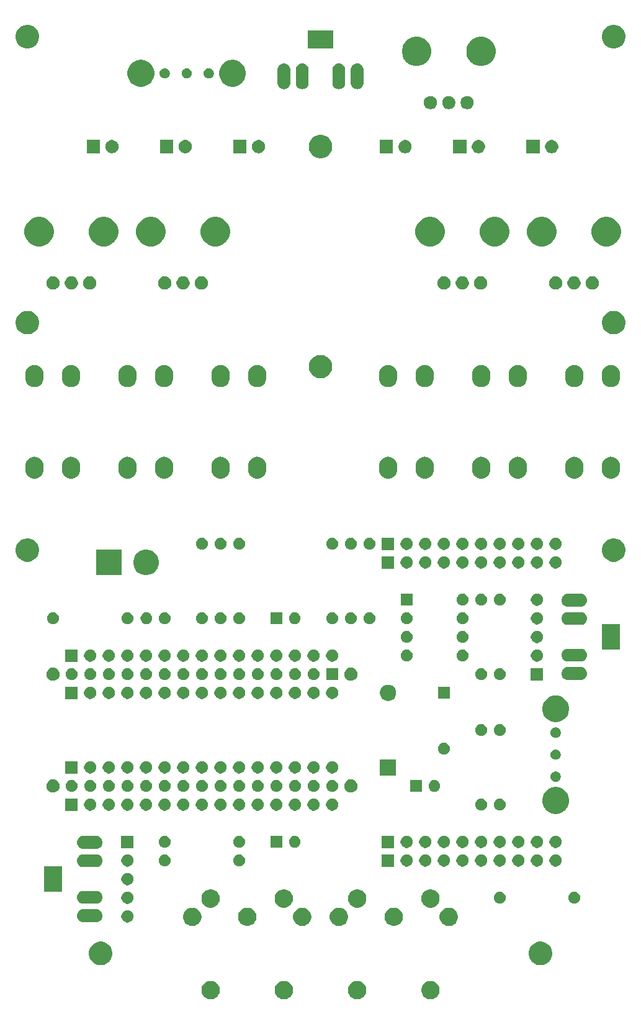
<source format=gbr>
G04 #@! TF.GenerationSoftware,KiCad,Pcbnew,(5.1.5)-3*
G04 #@! TF.CreationDate,2020-08-04T14:33:43+01:00*
G04 #@! TF.ProjectId,drumkid,6472756d-6b69-4642-9e6b-696361645f70,rev?*
G04 #@! TF.SameCoordinates,Original*
G04 #@! TF.FileFunction,Soldermask,Bot*
G04 #@! TF.FilePolarity,Negative*
%FSLAX46Y46*%
G04 Gerber Fmt 4.6, Leading zero omitted, Abs format (unit mm)*
G04 Created by KiCad (PCBNEW (5.1.5)-3) date 2020-08-04 14:33:43*
%MOMM*%
%LPD*%
G04 APERTURE LIST*
%ADD10C,0.100000*%
G04 APERTURE END LIST*
D10*
G36*
X115367038Y-163798344D02*
G01*
X115594466Y-163892548D01*
X115799145Y-164029310D01*
X115973210Y-164203375D01*
X116109972Y-164408054D01*
X116204176Y-164635482D01*
X116252200Y-164876917D01*
X116252200Y-165123083D01*
X116204176Y-165364518D01*
X116109972Y-165591946D01*
X115973210Y-165796625D01*
X115799145Y-165970690D01*
X115594466Y-166107452D01*
X115367038Y-166201656D01*
X115125603Y-166249680D01*
X114879437Y-166249680D01*
X114638002Y-166201656D01*
X114410574Y-166107452D01*
X114205895Y-165970690D01*
X114031830Y-165796625D01*
X113895068Y-165591946D01*
X113800864Y-165364518D01*
X113752840Y-165123083D01*
X113752840Y-164876917D01*
X113800864Y-164635482D01*
X113895068Y-164408054D01*
X114031830Y-164203375D01*
X114205895Y-164029310D01*
X114410574Y-163892548D01*
X114638002Y-163798344D01*
X114879437Y-163750320D01*
X115125603Y-163750320D01*
X115367038Y-163798344D01*
G37*
G36*
X105364518Y-163798344D02*
G01*
X105591946Y-163892548D01*
X105796625Y-164029310D01*
X105970690Y-164203375D01*
X106107452Y-164408054D01*
X106201656Y-164635482D01*
X106249680Y-164876917D01*
X106249680Y-165123083D01*
X106201656Y-165364518D01*
X106107452Y-165591946D01*
X105970690Y-165796625D01*
X105796625Y-165970690D01*
X105591946Y-166107452D01*
X105364518Y-166201656D01*
X105123083Y-166249680D01*
X104876917Y-166249680D01*
X104635482Y-166201656D01*
X104408054Y-166107452D01*
X104203375Y-165970690D01*
X104029310Y-165796625D01*
X103892548Y-165591946D01*
X103798344Y-165364518D01*
X103750320Y-165123083D01*
X103750320Y-164876917D01*
X103798344Y-164635482D01*
X103892548Y-164408054D01*
X104029310Y-164203375D01*
X104203375Y-164029310D01*
X104408054Y-163892548D01*
X104635482Y-163798344D01*
X104876917Y-163750320D01*
X105123083Y-163750320D01*
X105364518Y-163798344D01*
G37*
G36*
X85361998Y-163798344D02*
G01*
X85589426Y-163892548D01*
X85794105Y-164029310D01*
X85968170Y-164203375D01*
X86104932Y-164408054D01*
X86199136Y-164635482D01*
X86247160Y-164876917D01*
X86247160Y-165123083D01*
X86199136Y-165364518D01*
X86104932Y-165591946D01*
X85968170Y-165796625D01*
X85794105Y-165970690D01*
X85589426Y-166107452D01*
X85361998Y-166201656D01*
X85120563Y-166249680D01*
X84874397Y-166249680D01*
X84632962Y-166201656D01*
X84405534Y-166107452D01*
X84200855Y-165970690D01*
X84026790Y-165796625D01*
X83890028Y-165591946D01*
X83795824Y-165364518D01*
X83747800Y-165123083D01*
X83747800Y-164876917D01*
X83795824Y-164635482D01*
X83890028Y-164408054D01*
X84026790Y-164203375D01*
X84200855Y-164029310D01*
X84405534Y-163892548D01*
X84632962Y-163798344D01*
X84874397Y-163750320D01*
X85120563Y-163750320D01*
X85361998Y-163798344D01*
G37*
G36*
X95364518Y-163798344D02*
G01*
X95591946Y-163892548D01*
X95796625Y-164029310D01*
X95970690Y-164203375D01*
X96107452Y-164408054D01*
X96201656Y-164635482D01*
X96249680Y-164876917D01*
X96249680Y-165123083D01*
X96201656Y-165364518D01*
X96107452Y-165591946D01*
X95970690Y-165796625D01*
X95796625Y-165970690D01*
X95591946Y-166107452D01*
X95364518Y-166201656D01*
X95123083Y-166249680D01*
X94876917Y-166249680D01*
X94635482Y-166201656D01*
X94408054Y-166107452D01*
X94203375Y-165970690D01*
X94029310Y-165796625D01*
X93892548Y-165591946D01*
X93798344Y-165364518D01*
X93750320Y-165123083D01*
X93750320Y-164876917D01*
X93798344Y-164635482D01*
X93892548Y-164408054D01*
X94029310Y-164203375D01*
X94203375Y-164029310D01*
X94408054Y-163892548D01*
X94635482Y-163798344D01*
X94876917Y-163750320D01*
X95123083Y-163750320D01*
X95364518Y-163798344D01*
G37*
G36*
X70466703Y-158461486D02*
G01*
X70757883Y-158582097D01*
X71019940Y-158757198D01*
X71242802Y-158980060D01*
X71417903Y-159242117D01*
X71538514Y-159533297D01*
X71600000Y-159842412D01*
X71600000Y-160157588D01*
X71538514Y-160466703D01*
X71417903Y-160757883D01*
X71242802Y-161019940D01*
X71019940Y-161242802D01*
X70757883Y-161417903D01*
X70466703Y-161538514D01*
X70157588Y-161600000D01*
X69842412Y-161600000D01*
X69533297Y-161538514D01*
X69242117Y-161417903D01*
X68980060Y-161242802D01*
X68757198Y-161019940D01*
X68582097Y-160757883D01*
X68461486Y-160466703D01*
X68400000Y-160157588D01*
X68400000Y-159842412D01*
X68461486Y-159533297D01*
X68582097Y-159242117D01*
X68757198Y-158980060D01*
X68980060Y-158757198D01*
X69242117Y-158582097D01*
X69533297Y-158461486D01*
X69842412Y-158400000D01*
X70157588Y-158400000D01*
X70466703Y-158461486D01*
G37*
G36*
X130466703Y-158461486D02*
G01*
X130757883Y-158582097D01*
X131019940Y-158757198D01*
X131242802Y-158980060D01*
X131417903Y-159242117D01*
X131538514Y-159533297D01*
X131600000Y-159842412D01*
X131600000Y-160157588D01*
X131538514Y-160466703D01*
X131417903Y-160757883D01*
X131242802Y-161019940D01*
X131019940Y-161242802D01*
X130757883Y-161417903D01*
X130466703Y-161538514D01*
X130157588Y-161600000D01*
X129842412Y-161600000D01*
X129533297Y-161538514D01*
X129242117Y-161417903D01*
X128980060Y-161242802D01*
X128757198Y-161019940D01*
X128582097Y-160757883D01*
X128461486Y-160466703D01*
X128400000Y-160157588D01*
X128400000Y-159842412D01*
X128461486Y-159533297D01*
X128582097Y-159242117D01*
X128757198Y-158980060D01*
X128980060Y-158757198D01*
X129242117Y-158582097D01*
X129533297Y-158461486D01*
X129842412Y-158400000D01*
X130157588Y-158400000D01*
X130466703Y-158461486D01*
G37*
G36*
X117863858Y-153803444D02*
G01*
X118091286Y-153897648D01*
X118295965Y-154034410D01*
X118470030Y-154208475D01*
X118606792Y-154413154D01*
X118700996Y-154640582D01*
X118749020Y-154882017D01*
X118749020Y-155128183D01*
X118700996Y-155369618D01*
X118606792Y-155597046D01*
X118470030Y-155801725D01*
X118295965Y-155975790D01*
X118091286Y-156112552D01*
X117863858Y-156206756D01*
X117622423Y-156254780D01*
X117376257Y-156254780D01*
X117134822Y-156206756D01*
X116907394Y-156112552D01*
X116702715Y-155975790D01*
X116528650Y-155801725D01*
X116391888Y-155597046D01*
X116297684Y-155369618D01*
X116249660Y-155128183D01*
X116249660Y-154882017D01*
X116297684Y-154640582D01*
X116391888Y-154413154D01*
X116528650Y-154208475D01*
X116702715Y-154034410D01*
X116907394Y-153897648D01*
X117134822Y-153803444D01*
X117376257Y-153755420D01*
X117622423Y-153755420D01*
X117863858Y-153803444D01*
G37*
G36*
X97861338Y-153803444D02*
G01*
X98088766Y-153897648D01*
X98293445Y-154034410D01*
X98467510Y-154208475D01*
X98604272Y-154413154D01*
X98698476Y-154640582D01*
X98746500Y-154882017D01*
X98746500Y-155128183D01*
X98698476Y-155369618D01*
X98604272Y-155597046D01*
X98467510Y-155801725D01*
X98293445Y-155975790D01*
X98088766Y-156112552D01*
X97861338Y-156206756D01*
X97619903Y-156254780D01*
X97373737Y-156254780D01*
X97132302Y-156206756D01*
X96904874Y-156112552D01*
X96700195Y-155975790D01*
X96526130Y-155801725D01*
X96389368Y-155597046D01*
X96295164Y-155369618D01*
X96247140Y-155128183D01*
X96247140Y-154882017D01*
X96295164Y-154640582D01*
X96389368Y-154413154D01*
X96526130Y-154208475D01*
X96700195Y-154034410D01*
X96904874Y-153897648D01*
X97132302Y-153803444D01*
X97373737Y-153755420D01*
X97619903Y-153755420D01*
X97861338Y-153803444D01*
G37*
G36*
X82865178Y-153803444D02*
G01*
X83092606Y-153897648D01*
X83297285Y-154034410D01*
X83471350Y-154208475D01*
X83608112Y-154413154D01*
X83702316Y-154640582D01*
X83750340Y-154882017D01*
X83750340Y-155128183D01*
X83702316Y-155369618D01*
X83608112Y-155597046D01*
X83471350Y-155801725D01*
X83297285Y-155975790D01*
X83092606Y-156112552D01*
X82865178Y-156206756D01*
X82623743Y-156254780D01*
X82377577Y-156254780D01*
X82136142Y-156206756D01*
X81908714Y-156112552D01*
X81704035Y-155975790D01*
X81529970Y-155801725D01*
X81393208Y-155597046D01*
X81299004Y-155369618D01*
X81250980Y-155128183D01*
X81250980Y-154882017D01*
X81299004Y-154640582D01*
X81393208Y-154413154D01*
X81529970Y-154208475D01*
X81704035Y-154034410D01*
X81908714Y-153897648D01*
X82136142Y-153803444D01*
X82377577Y-153755420D01*
X82623743Y-153755420D01*
X82865178Y-153803444D01*
G37*
G36*
X102867698Y-153803444D02*
G01*
X103095126Y-153897648D01*
X103299805Y-154034410D01*
X103473870Y-154208475D01*
X103610632Y-154413154D01*
X103704836Y-154640582D01*
X103752860Y-154882017D01*
X103752860Y-155128183D01*
X103704836Y-155369618D01*
X103610632Y-155597046D01*
X103473870Y-155801725D01*
X103299805Y-155975790D01*
X103095126Y-156112552D01*
X102867698Y-156206756D01*
X102626263Y-156254780D01*
X102380097Y-156254780D01*
X102138662Y-156206756D01*
X101911234Y-156112552D01*
X101706555Y-155975790D01*
X101532490Y-155801725D01*
X101395728Y-155597046D01*
X101301524Y-155369618D01*
X101253500Y-155128183D01*
X101253500Y-154882017D01*
X101301524Y-154640582D01*
X101395728Y-154413154D01*
X101532490Y-154208475D01*
X101706555Y-154034410D01*
X101911234Y-153897648D01*
X102138662Y-153803444D01*
X102380097Y-153755420D01*
X102626263Y-153755420D01*
X102867698Y-153803444D01*
G37*
G36*
X110365778Y-153800904D02*
G01*
X110593206Y-153895108D01*
X110797885Y-154031870D01*
X110971950Y-154205935D01*
X111108712Y-154410614D01*
X111202916Y-154638042D01*
X111250940Y-154879477D01*
X111250940Y-155125643D01*
X111202916Y-155367078D01*
X111108712Y-155594506D01*
X110971950Y-155799185D01*
X110797885Y-155973250D01*
X110593206Y-156110012D01*
X110365778Y-156204216D01*
X110124343Y-156252240D01*
X109878177Y-156252240D01*
X109636742Y-156204216D01*
X109409314Y-156110012D01*
X109204635Y-155973250D01*
X109030570Y-155799185D01*
X108893808Y-155594506D01*
X108799604Y-155367078D01*
X108751580Y-155125643D01*
X108751580Y-154879477D01*
X108799604Y-154638042D01*
X108893808Y-154410614D01*
X109030570Y-154205935D01*
X109204635Y-154031870D01*
X109409314Y-153895108D01*
X109636742Y-153800904D01*
X109878177Y-153752880D01*
X110124343Y-153752880D01*
X110365778Y-153800904D01*
G37*
G36*
X90363258Y-153800904D02*
G01*
X90590686Y-153895108D01*
X90795365Y-154031870D01*
X90969430Y-154205935D01*
X91106192Y-154410614D01*
X91200396Y-154638042D01*
X91248420Y-154879477D01*
X91248420Y-155125643D01*
X91200396Y-155367078D01*
X91106192Y-155594506D01*
X90969430Y-155799185D01*
X90795365Y-155973250D01*
X90590686Y-156110012D01*
X90363258Y-156204216D01*
X90121823Y-156252240D01*
X89875657Y-156252240D01*
X89634222Y-156204216D01*
X89406794Y-156110012D01*
X89202115Y-155973250D01*
X89028050Y-155799185D01*
X88891288Y-155594506D01*
X88797084Y-155367078D01*
X88749060Y-155125643D01*
X88749060Y-154879477D01*
X88797084Y-154638042D01*
X88891288Y-154410614D01*
X89028050Y-154205935D01*
X89202115Y-154031870D01*
X89406794Y-153895108D01*
X89634222Y-153800904D01*
X89875657Y-153752880D01*
X90121823Y-153752880D01*
X90363258Y-153800904D01*
G37*
G36*
X73907935Y-154122664D02*
G01*
X74062624Y-154186739D01*
X74062626Y-154186740D01*
X74201844Y-154279762D01*
X74320238Y-154398156D01*
X74404011Y-154523532D01*
X74413261Y-154537376D01*
X74477336Y-154692065D01*
X74510000Y-154856281D01*
X74510000Y-155023719D01*
X74477336Y-155187935D01*
X74413261Y-155342624D01*
X74413260Y-155342626D01*
X74320238Y-155481844D01*
X74201844Y-155600238D01*
X74062626Y-155693260D01*
X74062625Y-155693261D01*
X74062624Y-155693261D01*
X73907935Y-155757336D01*
X73743719Y-155790000D01*
X73576281Y-155790000D01*
X73412065Y-155757336D01*
X73257376Y-155693261D01*
X73257375Y-155693261D01*
X73257374Y-155693260D01*
X73118156Y-155600238D01*
X72999762Y-155481844D01*
X72906740Y-155342626D01*
X72906739Y-155342624D01*
X72842664Y-155187935D01*
X72810000Y-155023719D01*
X72810000Y-154856281D01*
X72842664Y-154692065D01*
X72906739Y-154537376D01*
X72915989Y-154523532D01*
X72999762Y-154398156D01*
X73118156Y-154279762D01*
X73257374Y-154186740D01*
X73257376Y-154186739D01*
X73412065Y-154122664D01*
X73576281Y-154090000D01*
X73743719Y-154090000D01*
X73907935Y-154122664D01*
G37*
G36*
X69466829Y-153989220D02*
G01*
X69552530Y-153997661D01*
X69717468Y-154047695D01*
X69869476Y-154128944D01*
X70002712Y-154238288D01*
X70112056Y-154371524D01*
X70193305Y-154523532D01*
X70243339Y-154688470D01*
X70260233Y-154860000D01*
X70243339Y-155031530D01*
X70193305Y-155196468D01*
X70112056Y-155348476D01*
X70002712Y-155481712D01*
X69869476Y-155591056D01*
X69717468Y-155672305D01*
X69552530Y-155722339D01*
X69466829Y-155730780D01*
X69423980Y-155735000D01*
X67588020Y-155735000D01*
X67545171Y-155730780D01*
X67459470Y-155722339D01*
X67294532Y-155672305D01*
X67142524Y-155591056D01*
X67009288Y-155481712D01*
X66899944Y-155348476D01*
X66818695Y-155196468D01*
X66768661Y-155031530D01*
X66751767Y-154860000D01*
X66768661Y-154688470D01*
X66818695Y-154523532D01*
X66899944Y-154371524D01*
X67009288Y-154238288D01*
X67142524Y-154128944D01*
X67294532Y-154047695D01*
X67459470Y-153997661D01*
X67545171Y-153989220D01*
X67588020Y-153985000D01*
X69423980Y-153985000D01*
X69466829Y-153989220D01*
G37*
G36*
X95359438Y-151301544D02*
G01*
X95586866Y-151395748D01*
X95791545Y-151532510D01*
X95965610Y-151706575D01*
X96102372Y-151911254D01*
X96196576Y-152138682D01*
X96244600Y-152380117D01*
X96244600Y-152626283D01*
X96196576Y-152867718D01*
X96102372Y-153095146D01*
X95965610Y-153299825D01*
X95791545Y-153473890D01*
X95586866Y-153610652D01*
X95359438Y-153704856D01*
X95118003Y-153752880D01*
X94871837Y-153752880D01*
X94630402Y-153704856D01*
X94402974Y-153610652D01*
X94198295Y-153473890D01*
X94024230Y-153299825D01*
X93887468Y-153095146D01*
X93793264Y-152867718D01*
X93745240Y-152626283D01*
X93745240Y-152380117D01*
X93793264Y-152138682D01*
X93887468Y-151911254D01*
X94024230Y-151706575D01*
X94198295Y-151532510D01*
X94402974Y-151395748D01*
X94630402Y-151301544D01*
X94871837Y-151253520D01*
X95118003Y-151253520D01*
X95359438Y-151301544D01*
G37*
G36*
X115361958Y-151301544D02*
G01*
X115589386Y-151395748D01*
X115794065Y-151532510D01*
X115968130Y-151706575D01*
X116104892Y-151911254D01*
X116199096Y-152138682D01*
X116247120Y-152380117D01*
X116247120Y-152626283D01*
X116199096Y-152867718D01*
X116104892Y-153095146D01*
X115968130Y-153299825D01*
X115794065Y-153473890D01*
X115589386Y-153610652D01*
X115361958Y-153704856D01*
X115120523Y-153752880D01*
X114874357Y-153752880D01*
X114632922Y-153704856D01*
X114405494Y-153610652D01*
X114200815Y-153473890D01*
X114026750Y-153299825D01*
X113889988Y-153095146D01*
X113795784Y-152867718D01*
X113747760Y-152626283D01*
X113747760Y-152380117D01*
X113795784Y-152138682D01*
X113889988Y-151911254D01*
X114026750Y-151706575D01*
X114200815Y-151532510D01*
X114405494Y-151395748D01*
X114632922Y-151301544D01*
X114874357Y-151253520D01*
X115120523Y-151253520D01*
X115361958Y-151301544D01*
G37*
G36*
X105369598Y-151301544D02*
G01*
X105597026Y-151395748D01*
X105801705Y-151532510D01*
X105975770Y-151706575D01*
X106112532Y-151911254D01*
X106206736Y-152138682D01*
X106254760Y-152380117D01*
X106254760Y-152626283D01*
X106206736Y-152867718D01*
X106112532Y-153095146D01*
X105975770Y-153299825D01*
X105801705Y-153473890D01*
X105597026Y-153610652D01*
X105369598Y-153704856D01*
X105128163Y-153752880D01*
X104881997Y-153752880D01*
X104640562Y-153704856D01*
X104413134Y-153610652D01*
X104208455Y-153473890D01*
X104034390Y-153299825D01*
X103897628Y-153095146D01*
X103803424Y-152867718D01*
X103755400Y-152626283D01*
X103755400Y-152380117D01*
X103803424Y-152138682D01*
X103897628Y-151911254D01*
X104034390Y-151706575D01*
X104208455Y-151532510D01*
X104413134Y-151395748D01*
X104640562Y-151301544D01*
X104881997Y-151253520D01*
X105128163Y-151253520D01*
X105369598Y-151301544D01*
G37*
G36*
X85367078Y-151301544D02*
G01*
X85594506Y-151395748D01*
X85799185Y-151532510D01*
X85973250Y-151706575D01*
X86110012Y-151911254D01*
X86204216Y-152138682D01*
X86252240Y-152380117D01*
X86252240Y-152626283D01*
X86204216Y-152867718D01*
X86110012Y-153095146D01*
X85973250Y-153299825D01*
X85799185Y-153473890D01*
X85594506Y-153610652D01*
X85367078Y-153704856D01*
X85125643Y-153752880D01*
X84879477Y-153752880D01*
X84638042Y-153704856D01*
X84410614Y-153610652D01*
X84205935Y-153473890D01*
X84031870Y-153299825D01*
X83895108Y-153095146D01*
X83800904Y-152867718D01*
X83752880Y-152626283D01*
X83752880Y-152380117D01*
X83800904Y-152138682D01*
X83895108Y-151911254D01*
X84031870Y-151706575D01*
X84205935Y-151532510D01*
X84410614Y-151395748D01*
X84638042Y-151301544D01*
X84879477Y-151253520D01*
X85125643Y-151253520D01*
X85367078Y-151301544D01*
G37*
G36*
X73907935Y-151582664D02*
G01*
X74062624Y-151646739D01*
X74062626Y-151646740D01*
X74201844Y-151739762D01*
X74320238Y-151858156D01*
X74413260Y-151997374D01*
X74413261Y-151997376D01*
X74477336Y-152152065D01*
X74510000Y-152316281D01*
X74510000Y-152483719D01*
X74477336Y-152647935D01*
X74413261Y-152802624D01*
X74413260Y-152802626D01*
X74320238Y-152941844D01*
X74201844Y-153060238D01*
X74062626Y-153153260D01*
X74062625Y-153153261D01*
X74062624Y-153153261D01*
X73907935Y-153217336D01*
X73743719Y-153250000D01*
X73576281Y-153250000D01*
X73412065Y-153217336D01*
X73257376Y-153153261D01*
X73257375Y-153153261D01*
X73257374Y-153153260D01*
X73118156Y-153060238D01*
X72999762Y-152941844D01*
X72906740Y-152802626D01*
X72906739Y-152802624D01*
X72842664Y-152647935D01*
X72810000Y-152483719D01*
X72810000Y-152316281D01*
X72842664Y-152152065D01*
X72906739Y-151997376D01*
X72906740Y-151997374D01*
X72999762Y-151858156D01*
X73118156Y-151739762D01*
X73257374Y-151646740D01*
X73257376Y-151646739D01*
X73412065Y-151582664D01*
X73576281Y-151550000D01*
X73743719Y-151550000D01*
X73907935Y-151582664D01*
G37*
G36*
X69466829Y-151489220D02*
G01*
X69552530Y-151497661D01*
X69717468Y-151547695D01*
X69717470Y-151547696D01*
X69768137Y-151574778D01*
X69869476Y-151628944D01*
X70002712Y-151738288D01*
X70112056Y-151871524D01*
X70133292Y-151911254D01*
X70179325Y-151997376D01*
X70193305Y-152023532D01*
X70243339Y-152188470D01*
X70260233Y-152360000D01*
X70243339Y-152531530D01*
X70193305Y-152696468D01*
X70112056Y-152848476D01*
X70002712Y-152981712D01*
X69869476Y-153091056D01*
X69768137Y-153145222D01*
X69723171Y-153169257D01*
X69717468Y-153172305D01*
X69552530Y-153222339D01*
X69466829Y-153230780D01*
X69423980Y-153235000D01*
X67588020Y-153235000D01*
X67545171Y-153230780D01*
X67459470Y-153222339D01*
X67294532Y-153172305D01*
X67288830Y-153169257D01*
X67243863Y-153145222D01*
X67142524Y-153091056D01*
X67009288Y-152981712D01*
X66899944Y-152848476D01*
X66818695Y-152696468D01*
X66768661Y-152531530D01*
X66751767Y-152360000D01*
X66768661Y-152188470D01*
X66818695Y-152023532D01*
X66832676Y-151997376D01*
X66878708Y-151911254D01*
X66899944Y-151871524D01*
X67009288Y-151738288D01*
X67142524Y-151628944D01*
X67243863Y-151574778D01*
X67294530Y-151547696D01*
X67294532Y-151547695D01*
X67459470Y-151497661D01*
X67545171Y-151489220D01*
X67588020Y-151485000D01*
X69423980Y-151485000D01*
X69466829Y-151489220D01*
G37*
G36*
X124693351Y-151630743D02*
G01*
X124838941Y-151691048D01*
X124969970Y-151778599D01*
X125081401Y-151890030D01*
X125168952Y-152021059D01*
X125229257Y-152166649D01*
X125260000Y-152321206D01*
X125260000Y-152478794D01*
X125229257Y-152633351D01*
X125168952Y-152778941D01*
X125081401Y-152909970D01*
X124969970Y-153021401D01*
X124838941Y-153108952D01*
X124693351Y-153169257D01*
X124538794Y-153200000D01*
X124381206Y-153200000D01*
X124226649Y-153169257D01*
X124081059Y-153108952D01*
X123950030Y-153021401D01*
X123838599Y-152909970D01*
X123751048Y-152778941D01*
X123690743Y-152633351D01*
X123660000Y-152478794D01*
X123660000Y-152321206D01*
X123690743Y-152166649D01*
X123751048Y-152021059D01*
X123838599Y-151890030D01*
X123950030Y-151778599D01*
X124081059Y-151691048D01*
X124226649Y-151630743D01*
X124381206Y-151600000D01*
X124538794Y-151600000D01*
X124693351Y-151630743D01*
G37*
G36*
X134853351Y-151630743D02*
G01*
X134998941Y-151691048D01*
X135129970Y-151778599D01*
X135241401Y-151890030D01*
X135328952Y-152021059D01*
X135389257Y-152166649D01*
X135420000Y-152321206D01*
X135420000Y-152478794D01*
X135389257Y-152633351D01*
X135328952Y-152778941D01*
X135241401Y-152909970D01*
X135129970Y-153021401D01*
X134998941Y-153108952D01*
X134853351Y-153169257D01*
X134698794Y-153200000D01*
X134541206Y-153200000D01*
X134386649Y-153169257D01*
X134241059Y-153108952D01*
X134110030Y-153021401D01*
X133998599Y-152909970D01*
X133911048Y-152778941D01*
X133850743Y-152633351D01*
X133820000Y-152478794D01*
X133820000Y-152321206D01*
X133850743Y-152166649D01*
X133911048Y-152021059D01*
X133998599Y-151890030D01*
X134110030Y-151778599D01*
X134241059Y-151691048D01*
X134386649Y-151630743D01*
X134541206Y-151600000D01*
X134698794Y-151600000D01*
X134853351Y-151630743D01*
G37*
G36*
X64750000Y-151610000D02*
G01*
X62250000Y-151610000D01*
X62250000Y-148110000D01*
X64750000Y-148110000D01*
X64750000Y-151610000D01*
G37*
G36*
X73907935Y-149042664D02*
G01*
X74062624Y-149106739D01*
X74062626Y-149106740D01*
X74201844Y-149199762D01*
X74320238Y-149318156D01*
X74413260Y-149457374D01*
X74413261Y-149457376D01*
X74477336Y-149612065D01*
X74510000Y-149776281D01*
X74510000Y-149943719D01*
X74477336Y-150107935D01*
X74413261Y-150262624D01*
X74413260Y-150262626D01*
X74320238Y-150401844D01*
X74201844Y-150520238D01*
X74062626Y-150613260D01*
X74062625Y-150613261D01*
X74062624Y-150613261D01*
X73907935Y-150677336D01*
X73743719Y-150710000D01*
X73576281Y-150710000D01*
X73412065Y-150677336D01*
X73257376Y-150613261D01*
X73257375Y-150613261D01*
X73257374Y-150613260D01*
X73118156Y-150520238D01*
X72999762Y-150401844D01*
X72906740Y-150262626D01*
X72906739Y-150262624D01*
X72842664Y-150107935D01*
X72810000Y-149943719D01*
X72810000Y-149776281D01*
X72842664Y-149612065D01*
X72906739Y-149457376D01*
X72906740Y-149457374D01*
X72999762Y-149318156D01*
X73118156Y-149199762D01*
X73257374Y-149106740D01*
X73257376Y-149106739D01*
X73412065Y-149042664D01*
X73576281Y-149010000D01*
X73743719Y-149010000D01*
X73907935Y-149042664D01*
G37*
G36*
X69466829Y-146489220D02*
G01*
X69552530Y-146497661D01*
X69717468Y-146547695D01*
X69717470Y-146547696D01*
X69753097Y-146566739D01*
X69869476Y-146628944D01*
X70002712Y-146738288D01*
X70112056Y-146871524D01*
X70193305Y-147023532D01*
X70243339Y-147188470D01*
X70260233Y-147360000D01*
X70243339Y-147531530D01*
X70232295Y-147567936D01*
X70193304Y-147696470D01*
X70179323Y-147722626D01*
X70112056Y-147848476D01*
X70002712Y-147981712D01*
X69869476Y-148091056D01*
X69869472Y-148091058D01*
X69721781Y-148170000D01*
X69717468Y-148172305D01*
X69552530Y-148222339D01*
X69466829Y-148230780D01*
X69423980Y-148235000D01*
X67588020Y-148235000D01*
X67545171Y-148230780D01*
X67459470Y-148222339D01*
X67294532Y-148172305D01*
X67290220Y-148170000D01*
X67142528Y-148091058D01*
X67142524Y-148091056D01*
X67009288Y-147981712D01*
X66899944Y-147848476D01*
X66832677Y-147722626D01*
X66818696Y-147696470D01*
X66779705Y-147567936D01*
X66768661Y-147531530D01*
X66751767Y-147360000D01*
X66768661Y-147188470D01*
X66818695Y-147023532D01*
X66899944Y-146871524D01*
X67009288Y-146738288D01*
X67142524Y-146628944D01*
X67258903Y-146566739D01*
X67294530Y-146547696D01*
X67294532Y-146547695D01*
X67459470Y-146497661D01*
X67545171Y-146489220D01*
X67588020Y-146485000D01*
X69423980Y-146485000D01*
X69466829Y-146489220D01*
G37*
G36*
X122167935Y-146502664D02*
G01*
X122322624Y-146566739D01*
X122322626Y-146566740D01*
X122461844Y-146659762D01*
X122580238Y-146778156D01*
X122673260Y-146917374D01*
X122673261Y-146917376D01*
X122737336Y-147072065D01*
X122770000Y-147236281D01*
X122770000Y-147403719D01*
X122737336Y-147567935D01*
X122673261Y-147722624D01*
X122673260Y-147722626D01*
X122580238Y-147861844D01*
X122461844Y-147980238D01*
X122322626Y-148073260D01*
X122322625Y-148073261D01*
X122322624Y-148073261D01*
X122167935Y-148137336D01*
X122003719Y-148170000D01*
X121836281Y-148170000D01*
X121672065Y-148137336D01*
X121517376Y-148073261D01*
X121517375Y-148073261D01*
X121517374Y-148073260D01*
X121378156Y-147980238D01*
X121259762Y-147861844D01*
X121166740Y-147722626D01*
X121166739Y-147722624D01*
X121102664Y-147567935D01*
X121070000Y-147403719D01*
X121070000Y-147236281D01*
X121102664Y-147072065D01*
X121166739Y-146917376D01*
X121166740Y-146917374D01*
X121259762Y-146778156D01*
X121378156Y-146659762D01*
X121517374Y-146566740D01*
X121517376Y-146566739D01*
X121672065Y-146502664D01*
X121836281Y-146470000D01*
X122003719Y-146470000D01*
X122167935Y-146502664D01*
G37*
G36*
X119627935Y-146502664D02*
G01*
X119782624Y-146566739D01*
X119782626Y-146566740D01*
X119921844Y-146659762D01*
X120040238Y-146778156D01*
X120133260Y-146917374D01*
X120133261Y-146917376D01*
X120197336Y-147072065D01*
X120230000Y-147236281D01*
X120230000Y-147403719D01*
X120197336Y-147567935D01*
X120133261Y-147722624D01*
X120133260Y-147722626D01*
X120040238Y-147861844D01*
X119921844Y-147980238D01*
X119782626Y-148073260D01*
X119782625Y-148073261D01*
X119782624Y-148073261D01*
X119627935Y-148137336D01*
X119463719Y-148170000D01*
X119296281Y-148170000D01*
X119132065Y-148137336D01*
X118977376Y-148073261D01*
X118977375Y-148073261D01*
X118977374Y-148073260D01*
X118838156Y-147980238D01*
X118719762Y-147861844D01*
X118626740Y-147722626D01*
X118626739Y-147722624D01*
X118562664Y-147567935D01*
X118530000Y-147403719D01*
X118530000Y-147236281D01*
X118562664Y-147072065D01*
X118626739Y-146917376D01*
X118626740Y-146917374D01*
X118719762Y-146778156D01*
X118838156Y-146659762D01*
X118977374Y-146566740D01*
X118977376Y-146566739D01*
X119132065Y-146502664D01*
X119296281Y-146470000D01*
X119463719Y-146470000D01*
X119627935Y-146502664D01*
G37*
G36*
X124707935Y-146502664D02*
G01*
X124862624Y-146566739D01*
X124862626Y-146566740D01*
X125001844Y-146659762D01*
X125120238Y-146778156D01*
X125213260Y-146917374D01*
X125213261Y-146917376D01*
X125277336Y-147072065D01*
X125310000Y-147236281D01*
X125310000Y-147403719D01*
X125277336Y-147567935D01*
X125213261Y-147722624D01*
X125213260Y-147722626D01*
X125120238Y-147861844D01*
X125001844Y-147980238D01*
X124862626Y-148073260D01*
X124862625Y-148073261D01*
X124862624Y-148073261D01*
X124707935Y-148137336D01*
X124543719Y-148170000D01*
X124376281Y-148170000D01*
X124212065Y-148137336D01*
X124057376Y-148073261D01*
X124057375Y-148073261D01*
X124057374Y-148073260D01*
X123918156Y-147980238D01*
X123799762Y-147861844D01*
X123706740Y-147722626D01*
X123706739Y-147722624D01*
X123642664Y-147567935D01*
X123610000Y-147403719D01*
X123610000Y-147236281D01*
X123642664Y-147072065D01*
X123706739Y-146917376D01*
X123706740Y-146917374D01*
X123799762Y-146778156D01*
X123918156Y-146659762D01*
X124057374Y-146566740D01*
X124057376Y-146566739D01*
X124212065Y-146502664D01*
X124376281Y-146470000D01*
X124543719Y-146470000D01*
X124707935Y-146502664D01*
G37*
G36*
X127247935Y-146502664D02*
G01*
X127402624Y-146566739D01*
X127402626Y-146566740D01*
X127541844Y-146659762D01*
X127660238Y-146778156D01*
X127753260Y-146917374D01*
X127753261Y-146917376D01*
X127817336Y-147072065D01*
X127850000Y-147236281D01*
X127850000Y-147403719D01*
X127817336Y-147567935D01*
X127753261Y-147722624D01*
X127753260Y-147722626D01*
X127660238Y-147861844D01*
X127541844Y-147980238D01*
X127402626Y-148073260D01*
X127402625Y-148073261D01*
X127402624Y-148073261D01*
X127247935Y-148137336D01*
X127083719Y-148170000D01*
X126916281Y-148170000D01*
X126752065Y-148137336D01*
X126597376Y-148073261D01*
X126597375Y-148073261D01*
X126597374Y-148073260D01*
X126458156Y-147980238D01*
X126339762Y-147861844D01*
X126246740Y-147722626D01*
X126246739Y-147722624D01*
X126182664Y-147567935D01*
X126150000Y-147403719D01*
X126150000Y-147236281D01*
X126182664Y-147072065D01*
X126246739Y-146917376D01*
X126246740Y-146917374D01*
X126339762Y-146778156D01*
X126458156Y-146659762D01*
X126597374Y-146566740D01*
X126597376Y-146566739D01*
X126752065Y-146502664D01*
X126916281Y-146470000D01*
X127083719Y-146470000D01*
X127247935Y-146502664D01*
G37*
G36*
X129787935Y-146502664D02*
G01*
X129942624Y-146566739D01*
X129942626Y-146566740D01*
X130081844Y-146659762D01*
X130200238Y-146778156D01*
X130293260Y-146917374D01*
X130293261Y-146917376D01*
X130357336Y-147072065D01*
X130390000Y-147236281D01*
X130390000Y-147403719D01*
X130357336Y-147567935D01*
X130293261Y-147722624D01*
X130293260Y-147722626D01*
X130200238Y-147861844D01*
X130081844Y-147980238D01*
X129942626Y-148073260D01*
X129942625Y-148073261D01*
X129942624Y-148073261D01*
X129787935Y-148137336D01*
X129623719Y-148170000D01*
X129456281Y-148170000D01*
X129292065Y-148137336D01*
X129137376Y-148073261D01*
X129137375Y-148073261D01*
X129137374Y-148073260D01*
X128998156Y-147980238D01*
X128879762Y-147861844D01*
X128786740Y-147722626D01*
X128786739Y-147722624D01*
X128722664Y-147567935D01*
X128690000Y-147403719D01*
X128690000Y-147236281D01*
X128722664Y-147072065D01*
X128786739Y-146917376D01*
X128786740Y-146917374D01*
X128879762Y-146778156D01*
X128998156Y-146659762D01*
X129137374Y-146566740D01*
X129137376Y-146566739D01*
X129292065Y-146502664D01*
X129456281Y-146470000D01*
X129623719Y-146470000D01*
X129787935Y-146502664D01*
G37*
G36*
X132327935Y-146502664D02*
G01*
X132482624Y-146566739D01*
X132482626Y-146566740D01*
X132621844Y-146659762D01*
X132740238Y-146778156D01*
X132833260Y-146917374D01*
X132833261Y-146917376D01*
X132897336Y-147072065D01*
X132930000Y-147236281D01*
X132930000Y-147403719D01*
X132897336Y-147567935D01*
X132833261Y-147722624D01*
X132833260Y-147722626D01*
X132740238Y-147861844D01*
X132621844Y-147980238D01*
X132482626Y-148073260D01*
X132482625Y-148073261D01*
X132482624Y-148073261D01*
X132327935Y-148137336D01*
X132163719Y-148170000D01*
X131996281Y-148170000D01*
X131832065Y-148137336D01*
X131677376Y-148073261D01*
X131677375Y-148073261D01*
X131677374Y-148073260D01*
X131538156Y-147980238D01*
X131419762Y-147861844D01*
X131326740Y-147722626D01*
X131326739Y-147722624D01*
X131262664Y-147567935D01*
X131230000Y-147403719D01*
X131230000Y-147236281D01*
X131262664Y-147072065D01*
X131326739Y-146917376D01*
X131326740Y-146917374D01*
X131419762Y-146778156D01*
X131538156Y-146659762D01*
X131677374Y-146566740D01*
X131677376Y-146566739D01*
X131832065Y-146502664D01*
X131996281Y-146470000D01*
X132163719Y-146470000D01*
X132327935Y-146502664D01*
G37*
G36*
X114547935Y-146502664D02*
G01*
X114702624Y-146566739D01*
X114702626Y-146566740D01*
X114841844Y-146659762D01*
X114960238Y-146778156D01*
X115053260Y-146917374D01*
X115053261Y-146917376D01*
X115117336Y-147072065D01*
X115150000Y-147236281D01*
X115150000Y-147403719D01*
X115117336Y-147567935D01*
X115053261Y-147722624D01*
X115053260Y-147722626D01*
X114960238Y-147861844D01*
X114841844Y-147980238D01*
X114702626Y-148073260D01*
X114702625Y-148073261D01*
X114702624Y-148073261D01*
X114547935Y-148137336D01*
X114383719Y-148170000D01*
X114216281Y-148170000D01*
X114052065Y-148137336D01*
X113897376Y-148073261D01*
X113897375Y-148073261D01*
X113897374Y-148073260D01*
X113758156Y-147980238D01*
X113639762Y-147861844D01*
X113546740Y-147722626D01*
X113546739Y-147722624D01*
X113482664Y-147567935D01*
X113450000Y-147403719D01*
X113450000Y-147236281D01*
X113482664Y-147072065D01*
X113546739Y-146917376D01*
X113546740Y-146917374D01*
X113639762Y-146778156D01*
X113758156Y-146659762D01*
X113897374Y-146566740D01*
X113897376Y-146566739D01*
X114052065Y-146502664D01*
X114216281Y-146470000D01*
X114383719Y-146470000D01*
X114547935Y-146502664D01*
G37*
G36*
X112007935Y-146502664D02*
G01*
X112162624Y-146566739D01*
X112162626Y-146566740D01*
X112301844Y-146659762D01*
X112420238Y-146778156D01*
X112513260Y-146917374D01*
X112513261Y-146917376D01*
X112577336Y-147072065D01*
X112610000Y-147236281D01*
X112610000Y-147403719D01*
X112577336Y-147567935D01*
X112513261Y-147722624D01*
X112513260Y-147722626D01*
X112420238Y-147861844D01*
X112301844Y-147980238D01*
X112162626Y-148073260D01*
X112162625Y-148073261D01*
X112162624Y-148073261D01*
X112007935Y-148137336D01*
X111843719Y-148170000D01*
X111676281Y-148170000D01*
X111512065Y-148137336D01*
X111357376Y-148073261D01*
X111357375Y-148073261D01*
X111357374Y-148073260D01*
X111218156Y-147980238D01*
X111099762Y-147861844D01*
X111006740Y-147722626D01*
X111006739Y-147722624D01*
X110942664Y-147567935D01*
X110910000Y-147403719D01*
X110910000Y-147236281D01*
X110942664Y-147072065D01*
X111006739Y-146917376D01*
X111006740Y-146917374D01*
X111099762Y-146778156D01*
X111218156Y-146659762D01*
X111357374Y-146566740D01*
X111357376Y-146566739D01*
X111512065Y-146502664D01*
X111676281Y-146470000D01*
X111843719Y-146470000D01*
X112007935Y-146502664D01*
G37*
G36*
X73907935Y-146502664D02*
G01*
X74062624Y-146566739D01*
X74062626Y-146566740D01*
X74201844Y-146659762D01*
X74320238Y-146778156D01*
X74413260Y-146917374D01*
X74413261Y-146917376D01*
X74477336Y-147072065D01*
X74510000Y-147236281D01*
X74510000Y-147403719D01*
X74477336Y-147567935D01*
X74413261Y-147722624D01*
X74413260Y-147722626D01*
X74320238Y-147861844D01*
X74201844Y-147980238D01*
X74062626Y-148073260D01*
X74062625Y-148073261D01*
X74062624Y-148073261D01*
X73907935Y-148137336D01*
X73743719Y-148170000D01*
X73576281Y-148170000D01*
X73412065Y-148137336D01*
X73257376Y-148073261D01*
X73257375Y-148073261D01*
X73257374Y-148073260D01*
X73118156Y-147980238D01*
X72999762Y-147861844D01*
X72906740Y-147722626D01*
X72906739Y-147722624D01*
X72842664Y-147567935D01*
X72810000Y-147403719D01*
X72810000Y-147236281D01*
X72842664Y-147072065D01*
X72906739Y-146917376D01*
X72906740Y-146917374D01*
X72999762Y-146778156D01*
X73118156Y-146659762D01*
X73257374Y-146566740D01*
X73257376Y-146566739D01*
X73412065Y-146502664D01*
X73576281Y-146470000D01*
X73743719Y-146470000D01*
X73907935Y-146502664D01*
G37*
G36*
X110070000Y-148170000D02*
G01*
X108370000Y-148170000D01*
X108370000Y-146470000D01*
X110070000Y-146470000D01*
X110070000Y-148170000D01*
G37*
G36*
X117087935Y-146502664D02*
G01*
X117242624Y-146566739D01*
X117242626Y-146566740D01*
X117381844Y-146659762D01*
X117500238Y-146778156D01*
X117593260Y-146917374D01*
X117593261Y-146917376D01*
X117657336Y-147072065D01*
X117690000Y-147236281D01*
X117690000Y-147403719D01*
X117657336Y-147567935D01*
X117593261Y-147722624D01*
X117593260Y-147722626D01*
X117500238Y-147861844D01*
X117381844Y-147980238D01*
X117242626Y-148073260D01*
X117242625Y-148073261D01*
X117242624Y-148073261D01*
X117087935Y-148137336D01*
X116923719Y-148170000D01*
X116756281Y-148170000D01*
X116592065Y-148137336D01*
X116437376Y-148073261D01*
X116437375Y-148073261D01*
X116437374Y-148073260D01*
X116298156Y-147980238D01*
X116179762Y-147861844D01*
X116086740Y-147722626D01*
X116086739Y-147722624D01*
X116022664Y-147567935D01*
X115990000Y-147403719D01*
X115990000Y-147236281D01*
X116022664Y-147072065D01*
X116086739Y-146917376D01*
X116086740Y-146917374D01*
X116179762Y-146778156D01*
X116298156Y-146659762D01*
X116437374Y-146566740D01*
X116437376Y-146566739D01*
X116592065Y-146502664D01*
X116756281Y-146470000D01*
X116923719Y-146470000D01*
X117087935Y-146502664D01*
G37*
G36*
X78973351Y-146550743D02*
G01*
X79118941Y-146611048D01*
X79249970Y-146698599D01*
X79361401Y-146810030D01*
X79448952Y-146941059D01*
X79509257Y-147086649D01*
X79540000Y-147241206D01*
X79540000Y-147398794D01*
X79509257Y-147553351D01*
X79448952Y-147698941D01*
X79361401Y-147829970D01*
X79249970Y-147941401D01*
X79118941Y-148028952D01*
X78973351Y-148089257D01*
X78818794Y-148120000D01*
X78661206Y-148120000D01*
X78506649Y-148089257D01*
X78361059Y-148028952D01*
X78230030Y-147941401D01*
X78118599Y-147829970D01*
X78031048Y-147698941D01*
X77970743Y-147553351D01*
X77940000Y-147398794D01*
X77940000Y-147241206D01*
X77970743Y-147086649D01*
X78031048Y-146941059D01*
X78118599Y-146810030D01*
X78230030Y-146698599D01*
X78361059Y-146611048D01*
X78506649Y-146550743D01*
X78661206Y-146520000D01*
X78818794Y-146520000D01*
X78973351Y-146550743D01*
G37*
G36*
X89133351Y-146550743D02*
G01*
X89278941Y-146611048D01*
X89409970Y-146698599D01*
X89521401Y-146810030D01*
X89608952Y-146941059D01*
X89669257Y-147086649D01*
X89700000Y-147241206D01*
X89700000Y-147398794D01*
X89669257Y-147553351D01*
X89608952Y-147698941D01*
X89521401Y-147829970D01*
X89409970Y-147941401D01*
X89278941Y-148028952D01*
X89133351Y-148089257D01*
X88978794Y-148120000D01*
X88821206Y-148120000D01*
X88666649Y-148089257D01*
X88521059Y-148028952D01*
X88390030Y-147941401D01*
X88278599Y-147829970D01*
X88191048Y-147698941D01*
X88130743Y-147553351D01*
X88100000Y-147398794D01*
X88100000Y-147241206D01*
X88130743Y-147086649D01*
X88191048Y-146941059D01*
X88278599Y-146810030D01*
X88390030Y-146698599D01*
X88521059Y-146611048D01*
X88666649Y-146550743D01*
X88821206Y-146520000D01*
X88978794Y-146520000D01*
X89133351Y-146550743D01*
G37*
G36*
X69466829Y-143989220D02*
G01*
X69552530Y-143997661D01*
X69717468Y-144047695D01*
X69869476Y-144128944D01*
X70002712Y-144238288D01*
X70112056Y-144371524D01*
X70193305Y-144523532D01*
X70243339Y-144688470D01*
X70260233Y-144860000D01*
X70243339Y-145031530D01*
X70193305Y-145196468D01*
X70112056Y-145348476D01*
X70002712Y-145481712D01*
X69869476Y-145591056D01*
X69717468Y-145672305D01*
X69552530Y-145722339D01*
X69466829Y-145730780D01*
X69423980Y-145735000D01*
X67588020Y-145735000D01*
X67545171Y-145730780D01*
X67459470Y-145722339D01*
X67294532Y-145672305D01*
X67142524Y-145591056D01*
X67009288Y-145481712D01*
X66899944Y-145348476D01*
X66818695Y-145196468D01*
X66768661Y-145031530D01*
X66751767Y-144860000D01*
X66768661Y-144688470D01*
X66818695Y-144523532D01*
X66899944Y-144371524D01*
X67009288Y-144238288D01*
X67142524Y-144128944D01*
X67294532Y-144047695D01*
X67459470Y-143997661D01*
X67545171Y-143989220D01*
X67588020Y-143985000D01*
X69423980Y-143985000D01*
X69466829Y-143989220D01*
G37*
G36*
X129787935Y-143962664D02*
G01*
X129942624Y-144026739D01*
X129942626Y-144026740D01*
X130081844Y-144119762D01*
X130200238Y-144238156D01*
X130293260Y-144377374D01*
X130293261Y-144377376D01*
X130357336Y-144532065D01*
X130390000Y-144696281D01*
X130390000Y-144863719D01*
X130357336Y-145027935D01*
X130293261Y-145182624D01*
X130293260Y-145182626D01*
X130200238Y-145321844D01*
X130081844Y-145440238D01*
X129942626Y-145533260D01*
X129942625Y-145533261D01*
X129942624Y-145533261D01*
X129787935Y-145597336D01*
X129623719Y-145630000D01*
X129456281Y-145630000D01*
X129292065Y-145597336D01*
X129137376Y-145533261D01*
X129137375Y-145533261D01*
X129137374Y-145533260D01*
X128998156Y-145440238D01*
X128879762Y-145321844D01*
X128786740Y-145182626D01*
X128786739Y-145182624D01*
X128722664Y-145027935D01*
X128690000Y-144863719D01*
X128690000Y-144696281D01*
X128722664Y-144532065D01*
X128786739Y-144377376D01*
X128786740Y-144377374D01*
X128879762Y-144238156D01*
X128998156Y-144119762D01*
X129137374Y-144026740D01*
X129137376Y-144026739D01*
X129292065Y-143962664D01*
X129456281Y-143930000D01*
X129623719Y-143930000D01*
X129787935Y-143962664D01*
G37*
G36*
X74510000Y-145630000D02*
G01*
X72810000Y-145630000D01*
X72810000Y-143930000D01*
X74510000Y-143930000D01*
X74510000Y-145630000D01*
G37*
G36*
X122167935Y-143962664D02*
G01*
X122322624Y-144026739D01*
X122322626Y-144026740D01*
X122461844Y-144119762D01*
X122580238Y-144238156D01*
X122673260Y-144377374D01*
X122673261Y-144377376D01*
X122737336Y-144532065D01*
X122770000Y-144696281D01*
X122770000Y-144863719D01*
X122737336Y-145027935D01*
X122673261Y-145182624D01*
X122673260Y-145182626D01*
X122580238Y-145321844D01*
X122461844Y-145440238D01*
X122322626Y-145533260D01*
X122322625Y-145533261D01*
X122322624Y-145533261D01*
X122167935Y-145597336D01*
X122003719Y-145630000D01*
X121836281Y-145630000D01*
X121672065Y-145597336D01*
X121517376Y-145533261D01*
X121517375Y-145533261D01*
X121517374Y-145533260D01*
X121378156Y-145440238D01*
X121259762Y-145321844D01*
X121166740Y-145182626D01*
X121166739Y-145182624D01*
X121102664Y-145027935D01*
X121070000Y-144863719D01*
X121070000Y-144696281D01*
X121102664Y-144532065D01*
X121166739Y-144377376D01*
X121166740Y-144377374D01*
X121259762Y-144238156D01*
X121378156Y-144119762D01*
X121517374Y-144026740D01*
X121517376Y-144026739D01*
X121672065Y-143962664D01*
X121836281Y-143930000D01*
X122003719Y-143930000D01*
X122167935Y-143962664D01*
G37*
G36*
X117087935Y-143962664D02*
G01*
X117242624Y-144026739D01*
X117242626Y-144026740D01*
X117381844Y-144119762D01*
X117500238Y-144238156D01*
X117593260Y-144377374D01*
X117593261Y-144377376D01*
X117657336Y-144532065D01*
X117690000Y-144696281D01*
X117690000Y-144863719D01*
X117657336Y-145027935D01*
X117593261Y-145182624D01*
X117593260Y-145182626D01*
X117500238Y-145321844D01*
X117381844Y-145440238D01*
X117242626Y-145533260D01*
X117242625Y-145533261D01*
X117242624Y-145533261D01*
X117087935Y-145597336D01*
X116923719Y-145630000D01*
X116756281Y-145630000D01*
X116592065Y-145597336D01*
X116437376Y-145533261D01*
X116437375Y-145533261D01*
X116437374Y-145533260D01*
X116298156Y-145440238D01*
X116179762Y-145321844D01*
X116086740Y-145182626D01*
X116086739Y-145182624D01*
X116022664Y-145027935D01*
X115990000Y-144863719D01*
X115990000Y-144696281D01*
X116022664Y-144532065D01*
X116086739Y-144377376D01*
X116086740Y-144377374D01*
X116179762Y-144238156D01*
X116298156Y-144119762D01*
X116437374Y-144026740D01*
X116437376Y-144026739D01*
X116592065Y-143962664D01*
X116756281Y-143930000D01*
X116923719Y-143930000D01*
X117087935Y-143962664D01*
G37*
G36*
X114547935Y-143962664D02*
G01*
X114702624Y-144026739D01*
X114702626Y-144026740D01*
X114841844Y-144119762D01*
X114960238Y-144238156D01*
X115053260Y-144377374D01*
X115053261Y-144377376D01*
X115117336Y-144532065D01*
X115150000Y-144696281D01*
X115150000Y-144863719D01*
X115117336Y-145027935D01*
X115053261Y-145182624D01*
X115053260Y-145182626D01*
X114960238Y-145321844D01*
X114841844Y-145440238D01*
X114702626Y-145533260D01*
X114702625Y-145533261D01*
X114702624Y-145533261D01*
X114547935Y-145597336D01*
X114383719Y-145630000D01*
X114216281Y-145630000D01*
X114052065Y-145597336D01*
X113897376Y-145533261D01*
X113897375Y-145533261D01*
X113897374Y-145533260D01*
X113758156Y-145440238D01*
X113639762Y-145321844D01*
X113546740Y-145182626D01*
X113546739Y-145182624D01*
X113482664Y-145027935D01*
X113450000Y-144863719D01*
X113450000Y-144696281D01*
X113482664Y-144532065D01*
X113546739Y-144377376D01*
X113546740Y-144377374D01*
X113639762Y-144238156D01*
X113758156Y-144119762D01*
X113897374Y-144026740D01*
X113897376Y-144026739D01*
X114052065Y-143962664D01*
X114216281Y-143930000D01*
X114383719Y-143930000D01*
X114547935Y-143962664D01*
G37*
G36*
X112007935Y-143962664D02*
G01*
X112162624Y-144026739D01*
X112162626Y-144026740D01*
X112301844Y-144119762D01*
X112420238Y-144238156D01*
X112513260Y-144377374D01*
X112513261Y-144377376D01*
X112577336Y-144532065D01*
X112610000Y-144696281D01*
X112610000Y-144863719D01*
X112577336Y-145027935D01*
X112513261Y-145182624D01*
X112513260Y-145182626D01*
X112420238Y-145321844D01*
X112301844Y-145440238D01*
X112162626Y-145533260D01*
X112162625Y-145533261D01*
X112162624Y-145533261D01*
X112007935Y-145597336D01*
X111843719Y-145630000D01*
X111676281Y-145630000D01*
X111512065Y-145597336D01*
X111357376Y-145533261D01*
X111357375Y-145533261D01*
X111357374Y-145533260D01*
X111218156Y-145440238D01*
X111099762Y-145321844D01*
X111006740Y-145182626D01*
X111006739Y-145182624D01*
X110942664Y-145027935D01*
X110910000Y-144863719D01*
X110910000Y-144696281D01*
X110942664Y-144532065D01*
X111006739Y-144377376D01*
X111006740Y-144377374D01*
X111099762Y-144238156D01*
X111218156Y-144119762D01*
X111357374Y-144026740D01*
X111357376Y-144026739D01*
X111512065Y-143962664D01*
X111676281Y-143930000D01*
X111843719Y-143930000D01*
X112007935Y-143962664D01*
G37*
G36*
X124707935Y-143962664D02*
G01*
X124862624Y-144026739D01*
X124862626Y-144026740D01*
X125001844Y-144119762D01*
X125120238Y-144238156D01*
X125213260Y-144377374D01*
X125213261Y-144377376D01*
X125277336Y-144532065D01*
X125310000Y-144696281D01*
X125310000Y-144863719D01*
X125277336Y-145027935D01*
X125213261Y-145182624D01*
X125213260Y-145182626D01*
X125120238Y-145321844D01*
X125001844Y-145440238D01*
X124862626Y-145533260D01*
X124862625Y-145533261D01*
X124862624Y-145533261D01*
X124707935Y-145597336D01*
X124543719Y-145630000D01*
X124376281Y-145630000D01*
X124212065Y-145597336D01*
X124057376Y-145533261D01*
X124057375Y-145533261D01*
X124057374Y-145533260D01*
X123918156Y-145440238D01*
X123799762Y-145321844D01*
X123706740Y-145182626D01*
X123706739Y-145182624D01*
X123642664Y-145027935D01*
X123610000Y-144863719D01*
X123610000Y-144696281D01*
X123642664Y-144532065D01*
X123706739Y-144377376D01*
X123706740Y-144377374D01*
X123799762Y-144238156D01*
X123918156Y-144119762D01*
X124057374Y-144026740D01*
X124057376Y-144026739D01*
X124212065Y-143962664D01*
X124376281Y-143930000D01*
X124543719Y-143930000D01*
X124707935Y-143962664D01*
G37*
G36*
X127247935Y-143962664D02*
G01*
X127402624Y-144026739D01*
X127402626Y-144026740D01*
X127541844Y-144119762D01*
X127660238Y-144238156D01*
X127753260Y-144377374D01*
X127753261Y-144377376D01*
X127817336Y-144532065D01*
X127850000Y-144696281D01*
X127850000Y-144863719D01*
X127817336Y-145027935D01*
X127753261Y-145182624D01*
X127753260Y-145182626D01*
X127660238Y-145321844D01*
X127541844Y-145440238D01*
X127402626Y-145533260D01*
X127402625Y-145533261D01*
X127402624Y-145533261D01*
X127247935Y-145597336D01*
X127083719Y-145630000D01*
X126916281Y-145630000D01*
X126752065Y-145597336D01*
X126597376Y-145533261D01*
X126597375Y-145533261D01*
X126597374Y-145533260D01*
X126458156Y-145440238D01*
X126339762Y-145321844D01*
X126246740Y-145182626D01*
X126246739Y-145182624D01*
X126182664Y-145027935D01*
X126150000Y-144863719D01*
X126150000Y-144696281D01*
X126182664Y-144532065D01*
X126246739Y-144377376D01*
X126246740Y-144377374D01*
X126339762Y-144238156D01*
X126458156Y-144119762D01*
X126597374Y-144026740D01*
X126597376Y-144026739D01*
X126752065Y-143962664D01*
X126916281Y-143930000D01*
X127083719Y-143930000D01*
X127247935Y-143962664D01*
G37*
G36*
X110070000Y-145630000D02*
G01*
X108370000Y-145630000D01*
X108370000Y-143930000D01*
X110070000Y-143930000D01*
X110070000Y-145630000D01*
G37*
G36*
X132327935Y-143962664D02*
G01*
X132482624Y-144026739D01*
X132482626Y-144026740D01*
X132621844Y-144119762D01*
X132740238Y-144238156D01*
X132833260Y-144377374D01*
X132833261Y-144377376D01*
X132897336Y-144532065D01*
X132930000Y-144696281D01*
X132930000Y-144863719D01*
X132897336Y-145027935D01*
X132833261Y-145182624D01*
X132833260Y-145182626D01*
X132740238Y-145321844D01*
X132621844Y-145440238D01*
X132482626Y-145533260D01*
X132482625Y-145533261D01*
X132482624Y-145533261D01*
X132327935Y-145597336D01*
X132163719Y-145630000D01*
X131996281Y-145630000D01*
X131832065Y-145597336D01*
X131677376Y-145533261D01*
X131677375Y-145533261D01*
X131677374Y-145533260D01*
X131538156Y-145440238D01*
X131419762Y-145321844D01*
X131326740Y-145182626D01*
X131326739Y-145182624D01*
X131262664Y-145027935D01*
X131230000Y-144863719D01*
X131230000Y-144696281D01*
X131262664Y-144532065D01*
X131326739Y-144377376D01*
X131326740Y-144377374D01*
X131419762Y-144238156D01*
X131538156Y-144119762D01*
X131677374Y-144026740D01*
X131677376Y-144026739D01*
X131832065Y-143962664D01*
X131996281Y-143930000D01*
X132163719Y-143930000D01*
X132327935Y-143962664D01*
G37*
G36*
X119627935Y-143962664D02*
G01*
X119782624Y-144026739D01*
X119782626Y-144026740D01*
X119921844Y-144119762D01*
X120040238Y-144238156D01*
X120133260Y-144377374D01*
X120133261Y-144377376D01*
X120197336Y-144532065D01*
X120230000Y-144696281D01*
X120230000Y-144863719D01*
X120197336Y-145027935D01*
X120133261Y-145182624D01*
X120133260Y-145182626D01*
X120040238Y-145321844D01*
X119921844Y-145440238D01*
X119782626Y-145533260D01*
X119782625Y-145533261D01*
X119782624Y-145533261D01*
X119627935Y-145597336D01*
X119463719Y-145630000D01*
X119296281Y-145630000D01*
X119132065Y-145597336D01*
X118977376Y-145533261D01*
X118977375Y-145533261D01*
X118977374Y-145533260D01*
X118838156Y-145440238D01*
X118719762Y-145321844D01*
X118626740Y-145182626D01*
X118626739Y-145182624D01*
X118562664Y-145027935D01*
X118530000Y-144863719D01*
X118530000Y-144696281D01*
X118562664Y-144532065D01*
X118626739Y-144377376D01*
X118626740Y-144377374D01*
X118719762Y-144238156D01*
X118838156Y-144119762D01*
X118977374Y-144026740D01*
X118977376Y-144026739D01*
X119132065Y-143962664D01*
X119296281Y-143930000D01*
X119463719Y-143930000D01*
X119627935Y-143962664D01*
G37*
G36*
X94780000Y-145580000D02*
G01*
X93180000Y-145580000D01*
X93180000Y-143980000D01*
X94780000Y-143980000D01*
X94780000Y-145580000D01*
G37*
G36*
X78973351Y-144010743D02*
G01*
X79118941Y-144071048D01*
X79249970Y-144158599D01*
X79361401Y-144270030D01*
X79448952Y-144401059D01*
X79509257Y-144546649D01*
X79540000Y-144701206D01*
X79540000Y-144858794D01*
X79509257Y-145013351D01*
X79448952Y-145158941D01*
X79361401Y-145289970D01*
X79249970Y-145401401D01*
X79118941Y-145488952D01*
X78973351Y-145549257D01*
X78818794Y-145580000D01*
X78661206Y-145580000D01*
X78506649Y-145549257D01*
X78361059Y-145488952D01*
X78230030Y-145401401D01*
X78118599Y-145289970D01*
X78031048Y-145158941D01*
X77970743Y-145013351D01*
X77940000Y-144858794D01*
X77940000Y-144701206D01*
X77970743Y-144546649D01*
X78031048Y-144401059D01*
X78118599Y-144270030D01*
X78230030Y-144158599D01*
X78361059Y-144071048D01*
X78506649Y-144010743D01*
X78661206Y-143980000D01*
X78818794Y-143980000D01*
X78973351Y-144010743D01*
G37*
G36*
X89133351Y-144010743D02*
G01*
X89278941Y-144071048D01*
X89409970Y-144158599D01*
X89521401Y-144270030D01*
X89608952Y-144401059D01*
X89669257Y-144546649D01*
X89700000Y-144701206D01*
X89700000Y-144858794D01*
X89669257Y-145013351D01*
X89608952Y-145158941D01*
X89521401Y-145289970D01*
X89409970Y-145401401D01*
X89278941Y-145488952D01*
X89133351Y-145549257D01*
X88978794Y-145580000D01*
X88821206Y-145580000D01*
X88666649Y-145549257D01*
X88521059Y-145488952D01*
X88390030Y-145401401D01*
X88278599Y-145289970D01*
X88191048Y-145158941D01*
X88130743Y-145013351D01*
X88100000Y-144858794D01*
X88100000Y-144701206D01*
X88130743Y-144546649D01*
X88191048Y-144401059D01*
X88278599Y-144270030D01*
X88390030Y-144158599D01*
X88521059Y-144071048D01*
X88666649Y-144010743D01*
X88821206Y-143980000D01*
X88978794Y-143980000D01*
X89133351Y-144010743D01*
G37*
G36*
X96713351Y-144010743D02*
G01*
X96858941Y-144071048D01*
X96989970Y-144158599D01*
X97101401Y-144270030D01*
X97188952Y-144401059D01*
X97249257Y-144546649D01*
X97280000Y-144701206D01*
X97280000Y-144858794D01*
X97249257Y-145013351D01*
X97188952Y-145158941D01*
X97101401Y-145289970D01*
X96989970Y-145401401D01*
X96858941Y-145488952D01*
X96713351Y-145549257D01*
X96558794Y-145580000D01*
X96401206Y-145580000D01*
X96246649Y-145549257D01*
X96101059Y-145488952D01*
X95970030Y-145401401D01*
X95858599Y-145289970D01*
X95771048Y-145158941D01*
X95710743Y-145013351D01*
X95680000Y-144858794D01*
X95680000Y-144701206D01*
X95710743Y-144546649D01*
X95771048Y-144401059D01*
X95858599Y-144270030D01*
X95970030Y-144158599D01*
X96101059Y-144071048D01*
X96246649Y-144010743D01*
X96401206Y-143980000D01*
X96558794Y-143980000D01*
X96713351Y-144010743D01*
G37*
G36*
X132436333Y-137348596D02*
G01*
X132612770Y-137383691D01*
X132945172Y-137521376D01*
X133244326Y-137721265D01*
X133498735Y-137975674D01*
X133698624Y-138274828D01*
X133836309Y-138607230D01*
X133836309Y-138607231D01*
X133906500Y-138960104D01*
X133906500Y-139319896D01*
X133880210Y-139452064D01*
X133836309Y-139672770D01*
X133698624Y-140005172D01*
X133498735Y-140304326D01*
X133244326Y-140558735D01*
X132945172Y-140758624D01*
X132612770Y-140896309D01*
X132436332Y-140931405D01*
X132259896Y-140966500D01*
X131900104Y-140966500D01*
X131723668Y-140931405D01*
X131547230Y-140896309D01*
X131214828Y-140758624D01*
X130915674Y-140558735D01*
X130661265Y-140304326D01*
X130461376Y-140005172D01*
X130323691Y-139672770D01*
X130279790Y-139452064D01*
X130253500Y-139319896D01*
X130253500Y-138960104D01*
X130323691Y-138607231D01*
X130323691Y-138607230D01*
X130461376Y-138274828D01*
X130661265Y-137975674D01*
X130915674Y-137721265D01*
X131214828Y-137521376D01*
X131547230Y-137383691D01*
X131723667Y-137348596D01*
X131900104Y-137313500D01*
X132259896Y-137313500D01*
X132436333Y-137348596D01*
G37*
G36*
X78987935Y-138882664D02*
G01*
X79142624Y-138946739D01*
X79142626Y-138946740D01*
X79281844Y-139039762D01*
X79400238Y-139158156D01*
X79421535Y-139190030D01*
X79493261Y-139297376D01*
X79557336Y-139452065D01*
X79590000Y-139616281D01*
X79590000Y-139783719D01*
X79557336Y-139947935D01*
X79493261Y-140102624D01*
X79493260Y-140102626D01*
X79400238Y-140241844D01*
X79281844Y-140360238D01*
X79142626Y-140453260D01*
X79142625Y-140453261D01*
X79142624Y-140453261D01*
X78987935Y-140517336D01*
X78823719Y-140550000D01*
X78656281Y-140550000D01*
X78492065Y-140517336D01*
X78337376Y-140453261D01*
X78337375Y-140453261D01*
X78337374Y-140453260D01*
X78198156Y-140360238D01*
X78079762Y-140241844D01*
X77986740Y-140102626D01*
X77986739Y-140102624D01*
X77922664Y-139947935D01*
X77890000Y-139783719D01*
X77890000Y-139616281D01*
X77922664Y-139452065D01*
X77986739Y-139297376D01*
X78058465Y-139190030D01*
X78079762Y-139158156D01*
X78198156Y-139039762D01*
X78337374Y-138946740D01*
X78337376Y-138946739D01*
X78492065Y-138882664D01*
X78656281Y-138850000D01*
X78823719Y-138850000D01*
X78987935Y-138882664D01*
G37*
G36*
X66890000Y-140550000D02*
G01*
X65190000Y-140550000D01*
X65190000Y-138850000D01*
X66890000Y-138850000D01*
X66890000Y-140550000D01*
G37*
G36*
X68827935Y-138882664D02*
G01*
X68982624Y-138946739D01*
X68982626Y-138946740D01*
X69121844Y-139039762D01*
X69240238Y-139158156D01*
X69261535Y-139190030D01*
X69333261Y-139297376D01*
X69397336Y-139452065D01*
X69430000Y-139616281D01*
X69430000Y-139783719D01*
X69397336Y-139947935D01*
X69333261Y-140102624D01*
X69333260Y-140102626D01*
X69240238Y-140241844D01*
X69121844Y-140360238D01*
X68982626Y-140453260D01*
X68982625Y-140453261D01*
X68982624Y-140453261D01*
X68827935Y-140517336D01*
X68663719Y-140550000D01*
X68496281Y-140550000D01*
X68332065Y-140517336D01*
X68177376Y-140453261D01*
X68177375Y-140453261D01*
X68177374Y-140453260D01*
X68038156Y-140360238D01*
X67919762Y-140241844D01*
X67826740Y-140102626D01*
X67826739Y-140102624D01*
X67762664Y-139947935D01*
X67730000Y-139783719D01*
X67730000Y-139616281D01*
X67762664Y-139452065D01*
X67826739Y-139297376D01*
X67898465Y-139190030D01*
X67919762Y-139158156D01*
X68038156Y-139039762D01*
X68177374Y-138946740D01*
X68177376Y-138946739D01*
X68332065Y-138882664D01*
X68496281Y-138850000D01*
X68663719Y-138850000D01*
X68827935Y-138882664D01*
G37*
G36*
X71367935Y-138882664D02*
G01*
X71522624Y-138946739D01*
X71522626Y-138946740D01*
X71661844Y-139039762D01*
X71780238Y-139158156D01*
X71801535Y-139190030D01*
X71873261Y-139297376D01*
X71937336Y-139452065D01*
X71970000Y-139616281D01*
X71970000Y-139783719D01*
X71937336Y-139947935D01*
X71873261Y-140102624D01*
X71873260Y-140102626D01*
X71780238Y-140241844D01*
X71661844Y-140360238D01*
X71522626Y-140453260D01*
X71522625Y-140453261D01*
X71522624Y-140453261D01*
X71367935Y-140517336D01*
X71203719Y-140550000D01*
X71036281Y-140550000D01*
X70872065Y-140517336D01*
X70717376Y-140453261D01*
X70717375Y-140453261D01*
X70717374Y-140453260D01*
X70578156Y-140360238D01*
X70459762Y-140241844D01*
X70366740Y-140102626D01*
X70366739Y-140102624D01*
X70302664Y-139947935D01*
X70270000Y-139783719D01*
X70270000Y-139616281D01*
X70302664Y-139452065D01*
X70366739Y-139297376D01*
X70438465Y-139190030D01*
X70459762Y-139158156D01*
X70578156Y-139039762D01*
X70717374Y-138946740D01*
X70717376Y-138946739D01*
X70872065Y-138882664D01*
X71036281Y-138850000D01*
X71203719Y-138850000D01*
X71367935Y-138882664D01*
G37*
G36*
X73907935Y-138882664D02*
G01*
X74062624Y-138946739D01*
X74062626Y-138946740D01*
X74201844Y-139039762D01*
X74320238Y-139158156D01*
X74341535Y-139190030D01*
X74413261Y-139297376D01*
X74477336Y-139452065D01*
X74510000Y-139616281D01*
X74510000Y-139783719D01*
X74477336Y-139947935D01*
X74413261Y-140102624D01*
X74413260Y-140102626D01*
X74320238Y-140241844D01*
X74201844Y-140360238D01*
X74062626Y-140453260D01*
X74062625Y-140453261D01*
X74062624Y-140453261D01*
X73907935Y-140517336D01*
X73743719Y-140550000D01*
X73576281Y-140550000D01*
X73412065Y-140517336D01*
X73257376Y-140453261D01*
X73257375Y-140453261D01*
X73257374Y-140453260D01*
X73118156Y-140360238D01*
X72999762Y-140241844D01*
X72906740Y-140102626D01*
X72906739Y-140102624D01*
X72842664Y-139947935D01*
X72810000Y-139783719D01*
X72810000Y-139616281D01*
X72842664Y-139452065D01*
X72906739Y-139297376D01*
X72978465Y-139190030D01*
X72999762Y-139158156D01*
X73118156Y-139039762D01*
X73257374Y-138946740D01*
X73257376Y-138946739D01*
X73412065Y-138882664D01*
X73576281Y-138850000D01*
X73743719Y-138850000D01*
X73907935Y-138882664D01*
G37*
G36*
X76447935Y-138882664D02*
G01*
X76602624Y-138946739D01*
X76602626Y-138946740D01*
X76741844Y-139039762D01*
X76860238Y-139158156D01*
X76881535Y-139190030D01*
X76953261Y-139297376D01*
X77017336Y-139452065D01*
X77050000Y-139616281D01*
X77050000Y-139783719D01*
X77017336Y-139947935D01*
X76953261Y-140102624D01*
X76953260Y-140102626D01*
X76860238Y-140241844D01*
X76741844Y-140360238D01*
X76602626Y-140453260D01*
X76602625Y-140453261D01*
X76602624Y-140453261D01*
X76447935Y-140517336D01*
X76283719Y-140550000D01*
X76116281Y-140550000D01*
X75952065Y-140517336D01*
X75797376Y-140453261D01*
X75797375Y-140453261D01*
X75797374Y-140453260D01*
X75658156Y-140360238D01*
X75539762Y-140241844D01*
X75446740Y-140102626D01*
X75446739Y-140102624D01*
X75382664Y-139947935D01*
X75350000Y-139783719D01*
X75350000Y-139616281D01*
X75382664Y-139452065D01*
X75446739Y-139297376D01*
X75518465Y-139190030D01*
X75539762Y-139158156D01*
X75658156Y-139039762D01*
X75797374Y-138946740D01*
X75797376Y-138946739D01*
X75952065Y-138882664D01*
X76116281Y-138850000D01*
X76283719Y-138850000D01*
X76447935Y-138882664D01*
G37*
G36*
X84067935Y-138882664D02*
G01*
X84222624Y-138946739D01*
X84222626Y-138946740D01*
X84361844Y-139039762D01*
X84480238Y-139158156D01*
X84501535Y-139190030D01*
X84573261Y-139297376D01*
X84637336Y-139452065D01*
X84670000Y-139616281D01*
X84670000Y-139783719D01*
X84637336Y-139947935D01*
X84573261Y-140102624D01*
X84573260Y-140102626D01*
X84480238Y-140241844D01*
X84361844Y-140360238D01*
X84222626Y-140453260D01*
X84222625Y-140453261D01*
X84222624Y-140453261D01*
X84067935Y-140517336D01*
X83903719Y-140550000D01*
X83736281Y-140550000D01*
X83572065Y-140517336D01*
X83417376Y-140453261D01*
X83417375Y-140453261D01*
X83417374Y-140453260D01*
X83278156Y-140360238D01*
X83159762Y-140241844D01*
X83066740Y-140102626D01*
X83066739Y-140102624D01*
X83002664Y-139947935D01*
X82970000Y-139783719D01*
X82970000Y-139616281D01*
X83002664Y-139452065D01*
X83066739Y-139297376D01*
X83138465Y-139190030D01*
X83159762Y-139158156D01*
X83278156Y-139039762D01*
X83417374Y-138946740D01*
X83417376Y-138946739D01*
X83572065Y-138882664D01*
X83736281Y-138850000D01*
X83903719Y-138850000D01*
X84067935Y-138882664D01*
G37*
G36*
X89147935Y-138882664D02*
G01*
X89302624Y-138946739D01*
X89302626Y-138946740D01*
X89441844Y-139039762D01*
X89560238Y-139158156D01*
X89581535Y-139190030D01*
X89653261Y-139297376D01*
X89717336Y-139452065D01*
X89750000Y-139616281D01*
X89750000Y-139783719D01*
X89717336Y-139947935D01*
X89653261Y-140102624D01*
X89653260Y-140102626D01*
X89560238Y-140241844D01*
X89441844Y-140360238D01*
X89302626Y-140453260D01*
X89302625Y-140453261D01*
X89302624Y-140453261D01*
X89147935Y-140517336D01*
X88983719Y-140550000D01*
X88816281Y-140550000D01*
X88652065Y-140517336D01*
X88497376Y-140453261D01*
X88497375Y-140453261D01*
X88497374Y-140453260D01*
X88358156Y-140360238D01*
X88239762Y-140241844D01*
X88146740Y-140102626D01*
X88146739Y-140102624D01*
X88082664Y-139947935D01*
X88050000Y-139783719D01*
X88050000Y-139616281D01*
X88082664Y-139452065D01*
X88146739Y-139297376D01*
X88218465Y-139190030D01*
X88239762Y-139158156D01*
X88358156Y-139039762D01*
X88497374Y-138946740D01*
X88497376Y-138946739D01*
X88652065Y-138882664D01*
X88816281Y-138850000D01*
X88983719Y-138850000D01*
X89147935Y-138882664D01*
G37*
G36*
X91687935Y-138882664D02*
G01*
X91842624Y-138946739D01*
X91842626Y-138946740D01*
X91981844Y-139039762D01*
X92100238Y-139158156D01*
X92121535Y-139190030D01*
X92193261Y-139297376D01*
X92257336Y-139452065D01*
X92290000Y-139616281D01*
X92290000Y-139783719D01*
X92257336Y-139947935D01*
X92193261Y-140102624D01*
X92193260Y-140102626D01*
X92100238Y-140241844D01*
X91981844Y-140360238D01*
X91842626Y-140453260D01*
X91842625Y-140453261D01*
X91842624Y-140453261D01*
X91687935Y-140517336D01*
X91523719Y-140550000D01*
X91356281Y-140550000D01*
X91192065Y-140517336D01*
X91037376Y-140453261D01*
X91037375Y-140453261D01*
X91037374Y-140453260D01*
X90898156Y-140360238D01*
X90779762Y-140241844D01*
X90686740Y-140102626D01*
X90686739Y-140102624D01*
X90622664Y-139947935D01*
X90590000Y-139783719D01*
X90590000Y-139616281D01*
X90622664Y-139452065D01*
X90686739Y-139297376D01*
X90758465Y-139190030D01*
X90779762Y-139158156D01*
X90898156Y-139039762D01*
X91037374Y-138946740D01*
X91037376Y-138946739D01*
X91192065Y-138882664D01*
X91356281Y-138850000D01*
X91523719Y-138850000D01*
X91687935Y-138882664D01*
G37*
G36*
X94227935Y-138882664D02*
G01*
X94382624Y-138946739D01*
X94382626Y-138946740D01*
X94521844Y-139039762D01*
X94640238Y-139158156D01*
X94661535Y-139190030D01*
X94733261Y-139297376D01*
X94797336Y-139452065D01*
X94830000Y-139616281D01*
X94830000Y-139783719D01*
X94797336Y-139947935D01*
X94733261Y-140102624D01*
X94733260Y-140102626D01*
X94640238Y-140241844D01*
X94521844Y-140360238D01*
X94382626Y-140453260D01*
X94382625Y-140453261D01*
X94382624Y-140453261D01*
X94227935Y-140517336D01*
X94063719Y-140550000D01*
X93896281Y-140550000D01*
X93732065Y-140517336D01*
X93577376Y-140453261D01*
X93577375Y-140453261D01*
X93577374Y-140453260D01*
X93438156Y-140360238D01*
X93319762Y-140241844D01*
X93226740Y-140102626D01*
X93226739Y-140102624D01*
X93162664Y-139947935D01*
X93130000Y-139783719D01*
X93130000Y-139616281D01*
X93162664Y-139452065D01*
X93226739Y-139297376D01*
X93298465Y-139190030D01*
X93319762Y-139158156D01*
X93438156Y-139039762D01*
X93577374Y-138946740D01*
X93577376Y-138946739D01*
X93732065Y-138882664D01*
X93896281Y-138850000D01*
X94063719Y-138850000D01*
X94227935Y-138882664D01*
G37*
G36*
X96767935Y-138882664D02*
G01*
X96922624Y-138946739D01*
X96922626Y-138946740D01*
X97061844Y-139039762D01*
X97180238Y-139158156D01*
X97201535Y-139190030D01*
X97273261Y-139297376D01*
X97337336Y-139452065D01*
X97370000Y-139616281D01*
X97370000Y-139783719D01*
X97337336Y-139947935D01*
X97273261Y-140102624D01*
X97273260Y-140102626D01*
X97180238Y-140241844D01*
X97061844Y-140360238D01*
X96922626Y-140453260D01*
X96922625Y-140453261D01*
X96922624Y-140453261D01*
X96767935Y-140517336D01*
X96603719Y-140550000D01*
X96436281Y-140550000D01*
X96272065Y-140517336D01*
X96117376Y-140453261D01*
X96117375Y-140453261D01*
X96117374Y-140453260D01*
X95978156Y-140360238D01*
X95859762Y-140241844D01*
X95766740Y-140102626D01*
X95766739Y-140102624D01*
X95702664Y-139947935D01*
X95670000Y-139783719D01*
X95670000Y-139616281D01*
X95702664Y-139452065D01*
X95766739Y-139297376D01*
X95838465Y-139190030D01*
X95859762Y-139158156D01*
X95978156Y-139039762D01*
X96117374Y-138946740D01*
X96117376Y-138946739D01*
X96272065Y-138882664D01*
X96436281Y-138850000D01*
X96603719Y-138850000D01*
X96767935Y-138882664D01*
G37*
G36*
X99307935Y-138882664D02*
G01*
X99462624Y-138946739D01*
X99462626Y-138946740D01*
X99601844Y-139039762D01*
X99720238Y-139158156D01*
X99741535Y-139190030D01*
X99813261Y-139297376D01*
X99877336Y-139452065D01*
X99910000Y-139616281D01*
X99910000Y-139783719D01*
X99877336Y-139947935D01*
X99813261Y-140102624D01*
X99813260Y-140102626D01*
X99720238Y-140241844D01*
X99601844Y-140360238D01*
X99462626Y-140453260D01*
X99462625Y-140453261D01*
X99462624Y-140453261D01*
X99307935Y-140517336D01*
X99143719Y-140550000D01*
X98976281Y-140550000D01*
X98812065Y-140517336D01*
X98657376Y-140453261D01*
X98657375Y-140453261D01*
X98657374Y-140453260D01*
X98518156Y-140360238D01*
X98399762Y-140241844D01*
X98306740Y-140102626D01*
X98306739Y-140102624D01*
X98242664Y-139947935D01*
X98210000Y-139783719D01*
X98210000Y-139616281D01*
X98242664Y-139452065D01*
X98306739Y-139297376D01*
X98378465Y-139190030D01*
X98399762Y-139158156D01*
X98518156Y-139039762D01*
X98657374Y-138946740D01*
X98657376Y-138946739D01*
X98812065Y-138882664D01*
X98976281Y-138850000D01*
X99143719Y-138850000D01*
X99307935Y-138882664D01*
G37*
G36*
X101847935Y-138882664D02*
G01*
X102002624Y-138946739D01*
X102002626Y-138946740D01*
X102141844Y-139039762D01*
X102260238Y-139158156D01*
X102281535Y-139190030D01*
X102353261Y-139297376D01*
X102417336Y-139452065D01*
X102450000Y-139616281D01*
X102450000Y-139783719D01*
X102417336Y-139947935D01*
X102353261Y-140102624D01*
X102353260Y-140102626D01*
X102260238Y-140241844D01*
X102141844Y-140360238D01*
X102002626Y-140453260D01*
X102002625Y-140453261D01*
X102002624Y-140453261D01*
X101847935Y-140517336D01*
X101683719Y-140550000D01*
X101516281Y-140550000D01*
X101352065Y-140517336D01*
X101197376Y-140453261D01*
X101197375Y-140453261D01*
X101197374Y-140453260D01*
X101058156Y-140360238D01*
X100939762Y-140241844D01*
X100846740Y-140102626D01*
X100846739Y-140102624D01*
X100782664Y-139947935D01*
X100750000Y-139783719D01*
X100750000Y-139616281D01*
X100782664Y-139452065D01*
X100846739Y-139297376D01*
X100918465Y-139190030D01*
X100939762Y-139158156D01*
X101058156Y-139039762D01*
X101197374Y-138946740D01*
X101197376Y-138946739D01*
X101352065Y-138882664D01*
X101516281Y-138850000D01*
X101683719Y-138850000D01*
X101847935Y-138882664D01*
G37*
G36*
X86607935Y-138882664D02*
G01*
X86762624Y-138946739D01*
X86762626Y-138946740D01*
X86901844Y-139039762D01*
X87020238Y-139158156D01*
X87041535Y-139190030D01*
X87113261Y-139297376D01*
X87177336Y-139452065D01*
X87210000Y-139616281D01*
X87210000Y-139783719D01*
X87177336Y-139947935D01*
X87113261Y-140102624D01*
X87113260Y-140102626D01*
X87020238Y-140241844D01*
X86901844Y-140360238D01*
X86762626Y-140453260D01*
X86762625Y-140453261D01*
X86762624Y-140453261D01*
X86607935Y-140517336D01*
X86443719Y-140550000D01*
X86276281Y-140550000D01*
X86112065Y-140517336D01*
X85957376Y-140453261D01*
X85957375Y-140453261D01*
X85957374Y-140453260D01*
X85818156Y-140360238D01*
X85699762Y-140241844D01*
X85606740Y-140102626D01*
X85606739Y-140102624D01*
X85542664Y-139947935D01*
X85510000Y-139783719D01*
X85510000Y-139616281D01*
X85542664Y-139452065D01*
X85606739Y-139297376D01*
X85678465Y-139190030D01*
X85699762Y-139158156D01*
X85818156Y-139039762D01*
X85957374Y-138946740D01*
X85957376Y-138946739D01*
X86112065Y-138882664D01*
X86276281Y-138850000D01*
X86443719Y-138850000D01*
X86607935Y-138882664D01*
G37*
G36*
X81527935Y-138882664D02*
G01*
X81682624Y-138946739D01*
X81682626Y-138946740D01*
X81821844Y-139039762D01*
X81940238Y-139158156D01*
X81961535Y-139190030D01*
X82033261Y-139297376D01*
X82097336Y-139452065D01*
X82130000Y-139616281D01*
X82130000Y-139783719D01*
X82097336Y-139947935D01*
X82033261Y-140102624D01*
X82033260Y-140102626D01*
X81940238Y-140241844D01*
X81821844Y-140360238D01*
X81682626Y-140453260D01*
X81682625Y-140453261D01*
X81682624Y-140453261D01*
X81527935Y-140517336D01*
X81363719Y-140550000D01*
X81196281Y-140550000D01*
X81032065Y-140517336D01*
X80877376Y-140453261D01*
X80877375Y-140453261D01*
X80877374Y-140453260D01*
X80738156Y-140360238D01*
X80619762Y-140241844D01*
X80526740Y-140102626D01*
X80526739Y-140102624D01*
X80462664Y-139947935D01*
X80430000Y-139783719D01*
X80430000Y-139616281D01*
X80462664Y-139452065D01*
X80526739Y-139297376D01*
X80598465Y-139190030D01*
X80619762Y-139158156D01*
X80738156Y-139039762D01*
X80877374Y-138946740D01*
X80877376Y-138946739D01*
X81032065Y-138882664D01*
X81196281Y-138850000D01*
X81363719Y-138850000D01*
X81527935Y-138882664D01*
G37*
G36*
X124693351Y-138930743D02*
G01*
X124838941Y-138991048D01*
X124969970Y-139078599D01*
X125081401Y-139190030D01*
X125168952Y-139321059D01*
X125229257Y-139466649D01*
X125260000Y-139621206D01*
X125260000Y-139778794D01*
X125229257Y-139933351D01*
X125168952Y-140078941D01*
X125081401Y-140209970D01*
X124969970Y-140321401D01*
X124838941Y-140408952D01*
X124693351Y-140469257D01*
X124538794Y-140500000D01*
X124381206Y-140500000D01*
X124226649Y-140469257D01*
X124081059Y-140408952D01*
X123950030Y-140321401D01*
X123838599Y-140209970D01*
X123751048Y-140078941D01*
X123690743Y-139933351D01*
X123660000Y-139778794D01*
X123660000Y-139621206D01*
X123690743Y-139466649D01*
X123751048Y-139321059D01*
X123838599Y-139190030D01*
X123950030Y-139078599D01*
X124081059Y-138991048D01*
X124226649Y-138930743D01*
X124381206Y-138900000D01*
X124538794Y-138900000D01*
X124693351Y-138930743D01*
G37*
G36*
X122153351Y-138930743D02*
G01*
X122298941Y-138991048D01*
X122429970Y-139078599D01*
X122541401Y-139190030D01*
X122628952Y-139321059D01*
X122689257Y-139466649D01*
X122720000Y-139621206D01*
X122720000Y-139778794D01*
X122689257Y-139933351D01*
X122628952Y-140078941D01*
X122541401Y-140209970D01*
X122429970Y-140321401D01*
X122298941Y-140408952D01*
X122153351Y-140469257D01*
X121998794Y-140500000D01*
X121841206Y-140500000D01*
X121686649Y-140469257D01*
X121541059Y-140408952D01*
X121410030Y-140321401D01*
X121298599Y-140209970D01*
X121211048Y-140078941D01*
X121150743Y-139933351D01*
X121120000Y-139778794D01*
X121120000Y-139621206D01*
X121150743Y-139466649D01*
X121211048Y-139321059D01*
X121298599Y-139190030D01*
X121410030Y-139078599D01*
X121541059Y-138991048D01*
X121686649Y-138930743D01*
X121841206Y-138900000D01*
X121998794Y-138900000D01*
X122153351Y-138930743D01*
G37*
G36*
X63759602Y-136304202D02*
G01*
X63921571Y-136371292D01*
X63921573Y-136371293D01*
X64067342Y-136468692D01*
X64191308Y-136592658D01*
X64229642Y-136650030D01*
X64288708Y-136738429D01*
X64355798Y-136900398D01*
X64390000Y-137072341D01*
X64390000Y-137247659D01*
X64355798Y-137419602D01*
X64288708Y-137581571D01*
X64288707Y-137581573D01*
X64191308Y-137727342D01*
X64067342Y-137851308D01*
X63921573Y-137948707D01*
X63921572Y-137948708D01*
X63921571Y-137948708D01*
X63759602Y-138015798D01*
X63587659Y-138050000D01*
X63412341Y-138050000D01*
X63240398Y-138015798D01*
X63078429Y-137948708D01*
X63078428Y-137948708D01*
X63078427Y-137948707D01*
X62932658Y-137851308D01*
X62808692Y-137727342D01*
X62711293Y-137581573D01*
X62711292Y-137581571D01*
X62644202Y-137419602D01*
X62610000Y-137247659D01*
X62610000Y-137072341D01*
X62644202Y-136900398D01*
X62711292Y-136738429D01*
X62770358Y-136650030D01*
X62808692Y-136592658D01*
X62932658Y-136468692D01*
X63078427Y-136371293D01*
X63078429Y-136371292D01*
X63240398Y-136304202D01*
X63412341Y-136270000D01*
X63587659Y-136270000D01*
X63759602Y-136304202D01*
G37*
G36*
X104399602Y-136304202D02*
G01*
X104561571Y-136371292D01*
X104561573Y-136371293D01*
X104707342Y-136468692D01*
X104831308Y-136592658D01*
X104869642Y-136650030D01*
X104928708Y-136738429D01*
X104995798Y-136900398D01*
X105030000Y-137072341D01*
X105030000Y-137247659D01*
X104995798Y-137419602D01*
X104928708Y-137581571D01*
X104928707Y-137581573D01*
X104831308Y-137727342D01*
X104707342Y-137851308D01*
X104561573Y-137948707D01*
X104561572Y-137948708D01*
X104561571Y-137948708D01*
X104399602Y-138015798D01*
X104227659Y-138050000D01*
X104052341Y-138050000D01*
X103880398Y-138015798D01*
X103718429Y-137948708D01*
X103718428Y-137948708D01*
X103718427Y-137948707D01*
X103572658Y-137851308D01*
X103448692Y-137727342D01*
X103351293Y-137581573D01*
X103351292Y-137581571D01*
X103284202Y-137419602D01*
X103250000Y-137247659D01*
X103250000Y-137072341D01*
X103284202Y-136900398D01*
X103351292Y-136738429D01*
X103410358Y-136650030D01*
X103448692Y-136592658D01*
X103572658Y-136468692D01*
X103718427Y-136371293D01*
X103718429Y-136371292D01*
X103880398Y-136304202D01*
X104052341Y-136270000D01*
X104227659Y-136270000D01*
X104399602Y-136304202D01*
G37*
G36*
X71353351Y-136390743D02*
G01*
X71498941Y-136451048D01*
X71629970Y-136538599D01*
X71741401Y-136650030D01*
X71828952Y-136781059D01*
X71889257Y-136926649D01*
X71920000Y-137081206D01*
X71920000Y-137238794D01*
X71889257Y-137393351D01*
X71828952Y-137538941D01*
X71741401Y-137669970D01*
X71629970Y-137781401D01*
X71498941Y-137868952D01*
X71353351Y-137929257D01*
X71198794Y-137960000D01*
X71041206Y-137960000D01*
X70886649Y-137929257D01*
X70741059Y-137868952D01*
X70610030Y-137781401D01*
X70498599Y-137669970D01*
X70411048Y-137538941D01*
X70350743Y-137393351D01*
X70320000Y-137238794D01*
X70320000Y-137081206D01*
X70350743Y-136926649D01*
X70411048Y-136781059D01*
X70498599Y-136650030D01*
X70610030Y-136538599D01*
X70741059Y-136451048D01*
X70886649Y-136390743D01*
X71041206Y-136360000D01*
X71198794Y-136360000D01*
X71353351Y-136390743D01*
G37*
G36*
X101833351Y-136390743D02*
G01*
X101978941Y-136451048D01*
X102109970Y-136538599D01*
X102221401Y-136650030D01*
X102308952Y-136781059D01*
X102369257Y-136926649D01*
X102400000Y-137081206D01*
X102400000Y-137238794D01*
X102369257Y-137393351D01*
X102308952Y-137538941D01*
X102221401Y-137669970D01*
X102109970Y-137781401D01*
X101978941Y-137868952D01*
X101833351Y-137929257D01*
X101678794Y-137960000D01*
X101521206Y-137960000D01*
X101366649Y-137929257D01*
X101221059Y-137868952D01*
X101090030Y-137781401D01*
X100978599Y-137669970D01*
X100891048Y-137538941D01*
X100830743Y-137393351D01*
X100800000Y-137238794D01*
X100800000Y-137081206D01*
X100830743Y-136926649D01*
X100891048Y-136781059D01*
X100978599Y-136650030D01*
X101090030Y-136538599D01*
X101221059Y-136451048D01*
X101366649Y-136390743D01*
X101521206Y-136360000D01*
X101678794Y-136360000D01*
X101833351Y-136390743D01*
G37*
G36*
X96753351Y-136390743D02*
G01*
X96898941Y-136451048D01*
X97029970Y-136538599D01*
X97141401Y-136650030D01*
X97228952Y-136781059D01*
X97289257Y-136926649D01*
X97320000Y-137081206D01*
X97320000Y-137238794D01*
X97289257Y-137393351D01*
X97228952Y-137538941D01*
X97141401Y-137669970D01*
X97029970Y-137781401D01*
X96898941Y-137868952D01*
X96753351Y-137929257D01*
X96598794Y-137960000D01*
X96441206Y-137960000D01*
X96286649Y-137929257D01*
X96141059Y-137868952D01*
X96010030Y-137781401D01*
X95898599Y-137669970D01*
X95811048Y-137538941D01*
X95750743Y-137393351D01*
X95720000Y-137238794D01*
X95720000Y-137081206D01*
X95750743Y-136926649D01*
X95811048Y-136781059D01*
X95898599Y-136650030D01*
X96010030Y-136538599D01*
X96141059Y-136451048D01*
X96286649Y-136390743D01*
X96441206Y-136360000D01*
X96598794Y-136360000D01*
X96753351Y-136390743D01*
G37*
G36*
X99293351Y-136390743D02*
G01*
X99438941Y-136451048D01*
X99569970Y-136538599D01*
X99681401Y-136650030D01*
X99768952Y-136781059D01*
X99829257Y-136926649D01*
X99860000Y-137081206D01*
X99860000Y-137238794D01*
X99829257Y-137393351D01*
X99768952Y-137538941D01*
X99681401Y-137669970D01*
X99569970Y-137781401D01*
X99438941Y-137868952D01*
X99293351Y-137929257D01*
X99138794Y-137960000D01*
X98981206Y-137960000D01*
X98826649Y-137929257D01*
X98681059Y-137868952D01*
X98550030Y-137781401D01*
X98438599Y-137669970D01*
X98351048Y-137538941D01*
X98290743Y-137393351D01*
X98260000Y-137238794D01*
X98260000Y-137081206D01*
X98290743Y-136926649D01*
X98351048Y-136781059D01*
X98438599Y-136650030D01*
X98550030Y-136538599D01*
X98681059Y-136451048D01*
X98826649Y-136390743D01*
X98981206Y-136360000D01*
X99138794Y-136360000D01*
X99293351Y-136390743D01*
G37*
G36*
X94213351Y-136390743D02*
G01*
X94358941Y-136451048D01*
X94489970Y-136538599D01*
X94601401Y-136650030D01*
X94688952Y-136781059D01*
X94749257Y-136926649D01*
X94780000Y-137081206D01*
X94780000Y-137238794D01*
X94749257Y-137393351D01*
X94688952Y-137538941D01*
X94601401Y-137669970D01*
X94489970Y-137781401D01*
X94358941Y-137868952D01*
X94213351Y-137929257D01*
X94058794Y-137960000D01*
X93901206Y-137960000D01*
X93746649Y-137929257D01*
X93601059Y-137868952D01*
X93470030Y-137781401D01*
X93358599Y-137669970D01*
X93271048Y-137538941D01*
X93210743Y-137393351D01*
X93180000Y-137238794D01*
X93180000Y-137081206D01*
X93210743Y-136926649D01*
X93271048Y-136781059D01*
X93358599Y-136650030D01*
X93470030Y-136538599D01*
X93601059Y-136451048D01*
X93746649Y-136390743D01*
X93901206Y-136360000D01*
X94058794Y-136360000D01*
X94213351Y-136390743D01*
G37*
G36*
X89133351Y-136390743D02*
G01*
X89278941Y-136451048D01*
X89409970Y-136538599D01*
X89521401Y-136650030D01*
X89608952Y-136781059D01*
X89669257Y-136926649D01*
X89700000Y-137081206D01*
X89700000Y-137238794D01*
X89669257Y-137393351D01*
X89608952Y-137538941D01*
X89521401Y-137669970D01*
X89409970Y-137781401D01*
X89278941Y-137868952D01*
X89133351Y-137929257D01*
X88978794Y-137960000D01*
X88821206Y-137960000D01*
X88666649Y-137929257D01*
X88521059Y-137868952D01*
X88390030Y-137781401D01*
X88278599Y-137669970D01*
X88191048Y-137538941D01*
X88130743Y-137393351D01*
X88100000Y-137238794D01*
X88100000Y-137081206D01*
X88130743Y-136926649D01*
X88191048Y-136781059D01*
X88278599Y-136650030D01*
X88390030Y-136538599D01*
X88521059Y-136451048D01*
X88666649Y-136390743D01*
X88821206Y-136360000D01*
X88978794Y-136360000D01*
X89133351Y-136390743D01*
G37*
G36*
X91673351Y-136390743D02*
G01*
X91818941Y-136451048D01*
X91949970Y-136538599D01*
X92061401Y-136650030D01*
X92148952Y-136781059D01*
X92209257Y-136926649D01*
X92240000Y-137081206D01*
X92240000Y-137238794D01*
X92209257Y-137393351D01*
X92148952Y-137538941D01*
X92061401Y-137669970D01*
X91949970Y-137781401D01*
X91818941Y-137868952D01*
X91673351Y-137929257D01*
X91518794Y-137960000D01*
X91361206Y-137960000D01*
X91206649Y-137929257D01*
X91061059Y-137868952D01*
X90930030Y-137781401D01*
X90818599Y-137669970D01*
X90731048Y-137538941D01*
X90670743Y-137393351D01*
X90640000Y-137238794D01*
X90640000Y-137081206D01*
X90670743Y-136926649D01*
X90731048Y-136781059D01*
X90818599Y-136650030D01*
X90930030Y-136538599D01*
X91061059Y-136451048D01*
X91206649Y-136390743D01*
X91361206Y-136360000D01*
X91518794Y-136360000D01*
X91673351Y-136390743D01*
G37*
G36*
X115763351Y-136390743D02*
G01*
X115908941Y-136451048D01*
X116039970Y-136538599D01*
X116151401Y-136650030D01*
X116238952Y-136781059D01*
X116299257Y-136926649D01*
X116330000Y-137081206D01*
X116330000Y-137238794D01*
X116299257Y-137393351D01*
X116238952Y-137538941D01*
X116151401Y-137669970D01*
X116039970Y-137781401D01*
X115908941Y-137868952D01*
X115763351Y-137929257D01*
X115608794Y-137960000D01*
X115451206Y-137960000D01*
X115296649Y-137929257D01*
X115151059Y-137868952D01*
X115020030Y-137781401D01*
X114908599Y-137669970D01*
X114821048Y-137538941D01*
X114760743Y-137393351D01*
X114730000Y-137238794D01*
X114730000Y-137081206D01*
X114760743Y-136926649D01*
X114821048Y-136781059D01*
X114908599Y-136650030D01*
X115020030Y-136538599D01*
X115151059Y-136451048D01*
X115296649Y-136390743D01*
X115451206Y-136360000D01*
X115608794Y-136360000D01*
X115763351Y-136390743D01*
G37*
G36*
X113830000Y-137960000D02*
G01*
X112230000Y-137960000D01*
X112230000Y-136360000D01*
X113830000Y-136360000D01*
X113830000Y-137960000D01*
G37*
G36*
X68813351Y-136390743D02*
G01*
X68958941Y-136451048D01*
X69089970Y-136538599D01*
X69201401Y-136650030D01*
X69288952Y-136781059D01*
X69349257Y-136926649D01*
X69380000Y-137081206D01*
X69380000Y-137238794D01*
X69349257Y-137393351D01*
X69288952Y-137538941D01*
X69201401Y-137669970D01*
X69089970Y-137781401D01*
X68958941Y-137868952D01*
X68813351Y-137929257D01*
X68658794Y-137960000D01*
X68501206Y-137960000D01*
X68346649Y-137929257D01*
X68201059Y-137868952D01*
X68070030Y-137781401D01*
X67958599Y-137669970D01*
X67871048Y-137538941D01*
X67810743Y-137393351D01*
X67780000Y-137238794D01*
X67780000Y-137081206D01*
X67810743Y-136926649D01*
X67871048Y-136781059D01*
X67958599Y-136650030D01*
X68070030Y-136538599D01*
X68201059Y-136451048D01*
X68346649Y-136390743D01*
X68501206Y-136360000D01*
X68658794Y-136360000D01*
X68813351Y-136390743D01*
G37*
G36*
X84053351Y-136390743D02*
G01*
X84198941Y-136451048D01*
X84329970Y-136538599D01*
X84441401Y-136650030D01*
X84528952Y-136781059D01*
X84589257Y-136926649D01*
X84620000Y-137081206D01*
X84620000Y-137238794D01*
X84589257Y-137393351D01*
X84528952Y-137538941D01*
X84441401Y-137669970D01*
X84329970Y-137781401D01*
X84198941Y-137868952D01*
X84053351Y-137929257D01*
X83898794Y-137960000D01*
X83741206Y-137960000D01*
X83586649Y-137929257D01*
X83441059Y-137868952D01*
X83310030Y-137781401D01*
X83198599Y-137669970D01*
X83111048Y-137538941D01*
X83050743Y-137393351D01*
X83020000Y-137238794D01*
X83020000Y-137081206D01*
X83050743Y-136926649D01*
X83111048Y-136781059D01*
X83198599Y-136650030D01*
X83310030Y-136538599D01*
X83441059Y-136451048D01*
X83586649Y-136390743D01*
X83741206Y-136360000D01*
X83898794Y-136360000D01*
X84053351Y-136390743D01*
G37*
G36*
X73893351Y-136390743D02*
G01*
X74038941Y-136451048D01*
X74169970Y-136538599D01*
X74281401Y-136650030D01*
X74368952Y-136781059D01*
X74429257Y-136926649D01*
X74460000Y-137081206D01*
X74460000Y-137238794D01*
X74429257Y-137393351D01*
X74368952Y-137538941D01*
X74281401Y-137669970D01*
X74169970Y-137781401D01*
X74038941Y-137868952D01*
X73893351Y-137929257D01*
X73738794Y-137960000D01*
X73581206Y-137960000D01*
X73426649Y-137929257D01*
X73281059Y-137868952D01*
X73150030Y-137781401D01*
X73038599Y-137669970D01*
X72951048Y-137538941D01*
X72890743Y-137393351D01*
X72860000Y-137238794D01*
X72860000Y-137081206D01*
X72890743Y-136926649D01*
X72951048Y-136781059D01*
X73038599Y-136650030D01*
X73150030Y-136538599D01*
X73281059Y-136451048D01*
X73426649Y-136390743D01*
X73581206Y-136360000D01*
X73738794Y-136360000D01*
X73893351Y-136390743D01*
G37*
G36*
X86593351Y-136390743D02*
G01*
X86738941Y-136451048D01*
X86869970Y-136538599D01*
X86981401Y-136650030D01*
X87068952Y-136781059D01*
X87129257Y-136926649D01*
X87160000Y-137081206D01*
X87160000Y-137238794D01*
X87129257Y-137393351D01*
X87068952Y-137538941D01*
X86981401Y-137669970D01*
X86869970Y-137781401D01*
X86738941Y-137868952D01*
X86593351Y-137929257D01*
X86438794Y-137960000D01*
X86281206Y-137960000D01*
X86126649Y-137929257D01*
X85981059Y-137868952D01*
X85850030Y-137781401D01*
X85738599Y-137669970D01*
X85651048Y-137538941D01*
X85590743Y-137393351D01*
X85560000Y-137238794D01*
X85560000Y-137081206D01*
X85590743Y-136926649D01*
X85651048Y-136781059D01*
X85738599Y-136650030D01*
X85850030Y-136538599D01*
X85981059Y-136451048D01*
X86126649Y-136390743D01*
X86281206Y-136360000D01*
X86438794Y-136360000D01*
X86593351Y-136390743D01*
G37*
G36*
X76433351Y-136390743D02*
G01*
X76578941Y-136451048D01*
X76709970Y-136538599D01*
X76821401Y-136650030D01*
X76908952Y-136781059D01*
X76969257Y-136926649D01*
X77000000Y-137081206D01*
X77000000Y-137238794D01*
X76969257Y-137393351D01*
X76908952Y-137538941D01*
X76821401Y-137669970D01*
X76709970Y-137781401D01*
X76578941Y-137868952D01*
X76433351Y-137929257D01*
X76278794Y-137960000D01*
X76121206Y-137960000D01*
X75966649Y-137929257D01*
X75821059Y-137868952D01*
X75690030Y-137781401D01*
X75578599Y-137669970D01*
X75491048Y-137538941D01*
X75430743Y-137393351D01*
X75400000Y-137238794D01*
X75400000Y-137081206D01*
X75430743Y-136926649D01*
X75491048Y-136781059D01*
X75578599Y-136650030D01*
X75690030Y-136538599D01*
X75821059Y-136451048D01*
X75966649Y-136390743D01*
X76121206Y-136360000D01*
X76278794Y-136360000D01*
X76433351Y-136390743D01*
G37*
G36*
X78973351Y-136390743D02*
G01*
X79118941Y-136451048D01*
X79249970Y-136538599D01*
X79361401Y-136650030D01*
X79448952Y-136781059D01*
X79509257Y-136926649D01*
X79540000Y-137081206D01*
X79540000Y-137238794D01*
X79509257Y-137393351D01*
X79448952Y-137538941D01*
X79361401Y-137669970D01*
X79249970Y-137781401D01*
X79118941Y-137868952D01*
X78973351Y-137929257D01*
X78818794Y-137960000D01*
X78661206Y-137960000D01*
X78506649Y-137929257D01*
X78361059Y-137868952D01*
X78230030Y-137781401D01*
X78118599Y-137669970D01*
X78031048Y-137538941D01*
X77970743Y-137393351D01*
X77940000Y-137238794D01*
X77940000Y-137081206D01*
X77970743Y-136926649D01*
X78031048Y-136781059D01*
X78118599Y-136650030D01*
X78230030Y-136538599D01*
X78361059Y-136451048D01*
X78506649Y-136390743D01*
X78661206Y-136360000D01*
X78818794Y-136360000D01*
X78973351Y-136390743D01*
G37*
G36*
X81513351Y-136390743D02*
G01*
X81658941Y-136451048D01*
X81789970Y-136538599D01*
X81901401Y-136650030D01*
X81988952Y-136781059D01*
X82049257Y-136926649D01*
X82080000Y-137081206D01*
X82080000Y-137238794D01*
X82049257Y-137393351D01*
X81988952Y-137538941D01*
X81901401Y-137669970D01*
X81789970Y-137781401D01*
X81658941Y-137868952D01*
X81513351Y-137929257D01*
X81358794Y-137960000D01*
X81201206Y-137960000D01*
X81046649Y-137929257D01*
X80901059Y-137868952D01*
X80770030Y-137781401D01*
X80658599Y-137669970D01*
X80571048Y-137538941D01*
X80510743Y-137393351D01*
X80480000Y-137238794D01*
X80480000Y-137081206D01*
X80510743Y-136926649D01*
X80571048Y-136781059D01*
X80658599Y-136650030D01*
X80770030Y-136538599D01*
X80901059Y-136451048D01*
X81046649Y-136390743D01*
X81201206Y-136360000D01*
X81358794Y-136360000D01*
X81513351Y-136390743D01*
G37*
G36*
X66273351Y-136390743D02*
G01*
X66418941Y-136451048D01*
X66549970Y-136538599D01*
X66661401Y-136650030D01*
X66748952Y-136781059D01*
X66809257Y-136926649D01*
X66840000Y-137081206D01*
X66840000Y-137238794D01*
X66809257Y-137393351D01*
X66748952Y-137538941D01*
X66661401Y-137669970D01*
X66549970Y-137781401D01*
X66418941Y-137868952D01*
X66273351Y-137929257D01*
X66118794Y-137960000D01*
X65961206Y-137960000D01*
X65806649Y-137929257D01*
X65661059Y-137868952D01*
X65530030Y-137781401D01*
X65418599Y-137669970D01*
X65331048Y-137538941D01*
X65270743Y-137393351D01*
X65240000Y-137238794D01*
X65240000Y-137081206D01*
X65270743Y-136926649D01*
X65331048Y-136781059D01*
X65418599Y-136650030D01*
X65530030Y-136538599D01*
X65661059Y-136451048D01*
X65806649Y-136390743D01*
X65961206Y-136360000D01*
X66118794Y-136360000D01*
X66273351Y-136390743D01*
G37*
G36*
X132284182Y-135216900D02*
G01*
X132411573Y-135269667D01*
X132468510Y-135307711D01*
X132526224Y-135346274D01*
X132623726Y-135443776D01*
X132623727Y-135443778D01*
X132700333Y-135558427D01*
X132753100Y-135685818D01*
X132780000Y-135821055D01*
X132780000Y-135958945D01*
X132753100Y-136094182D01*
X132700333Y-136221573D01*
X132700332Y-136221574D01*
X132623726Y-136336224D01*
X132526224Y-136433726D01*
X132500298Y-136451049D01*
X132411573Y-136510333D01*
X132284182Y-136563100D01*
X132148945Y-136590000D01*
X132011055Y-136590000D01*
X131875818Y-136563100D01*
X131748427Y-136510333D01*
X131659702Y-136451049D01*
X131633776Y-136433726D01*
X131536274Y-136336224D01*
X131459668Y-136221574D01*
X131459667Y-136221573D01*
X131406900Y-136094182D01*
X131380000Y-135958945D01*
X131380000Y-135821055D01*
X131406900Y-135685818D01*
X131459667Y-135558427D01*
X131536273Y-135443778D01*
X131536274Y-135443776D01*
X131633776Y-135346274D01*
X131691490Y-135307711D01*
X131748427Y-135269667D01*
X131875818Y-135216900D01*
X132011055Y-135190000D01*
X132148945Y-135190000D01*
X132284182Y-135216900D01*
G37*
G36*
X110320000Y-135720000D02*
G01*
X108120000Y-135720000D01*
X108120000Y-133520000D01*
X110320000Y-133520000D01*
X110320000Y-135720000D01*
G37*
G36*
X76447935Y-133802664D02*
G01*
X76602624Y-133866739D01*
X76602626Y-133866740D01*
X76741844Y-133959762D01*
X76860238Y-134078156D01*
X76953260Y-134217374D01*
X76953261Y-134217376D01*
X77017336Y-134372065D01*
X77050000Y-134536281D01*
X77050000Y-134703719D01*
X77017336Y-134867935D01*
X76953261Y-135022624D01*
X76953260Y-135022626D01*
X76860238Y-135161844D01*
X76741844Y-135280238D01*
X76602626Y-135373260D01*
X76602625Y-135373261D01*
X76602624Y-135373261D01*
X76447935Y-135437336D01*
X76283719Y-135470000D01*
X76116281Y-135470000D01*
X75952065Y-135437336D01*
X75797376Y-135373261D01*
X75797375Y-135373261D01*
X75797374Y-135373260D01*
X75658156Y-135280238D01*
X75539762Y-135161844D01*
X75446740Y-135022626D01*
X75446739Y-135022624D01*
X75382664Y-134867935D01*
X75350000Y-134703719D01*
X75350000Y-134536281D01*
X75382664Y-134372065D01*
X75446739Y-134217376D01*
X75446740Y-134217374D01*
X75539762Y-134078156D01*
X75658156Y-133959762D01*
X75797374Y-133866740D01*
X75797376Y-133866739D01*
X75952065Y-133802664D01*
X76116281Y-133770000D01*
X76283719Y-133770000D01*
X76447935Y-133802664D01*
G37*
G36*
X66890000Y-135470000D02*
G01*
X65190000Y-135470000D01*
X65190000Y-133770000D01*
X66890000Y-133770000D01*
X66890000Y-135470000D01*
G37*
G36*
X68827935Y-133802664D02*
G01*
X68982624Y-133866739D01*
X68982626Y-133866740D01*
X69121844Y-133959762D01*
X69240238Y-134078156D01*
X69333260Y-134217374D01*
X69333261Y-134217376D01*
X69397336Y-134372065D01*
X69430000Y-134536281D01*
X69430000Y-134703719D01*
X69397336Y-134867935D01*
X69333261Y-135022624D01*
X69333260Y-135022626D01*
X69240238Y-135161844D01*
X69121844Y-135280238D01*
X68982626Y-135373260D01*
X68982625Y-135373261D01*
X68982624Y-135373261D01*
X68827935Y-135437336D01*
X68663719Y-135470000D01*
X68496281Y-135470000D01*
X68332065Y-135437336D01*
X68177376Y-135373261D01*
X68177375Y-135373261D01*
X68177374Y-135373260D01*
X68038156Y-135280238D01*
X67919762Y-135161844D01*
X67826740Y-135022626D01*
X67826739Y-135022624D01*
X67762664Y-134867935D01*
X67730000Y-134703719D01*
X67730000Y-134536281D01*
X67762664Y-134372065D01*
X67826739Y-134217376D01*
X67826740Y-134217374D01*
X67919762Y-134078156D01*
X68038156Y-133959762D01*
X68177374Y-133866740D01*
X68177376Y-133866739D01*
X68332065Y-133802664D01*
X68496281Y-133770000D01*
X68663719Y-133770000D01*
X68827935Y-133802664D01*
G37*
G36*
X71367935Y-133802664D02*
G01*
X71522624Y-133866739D01*
X71522626Y-133866740D01*
X71661844Y-133959762D01*
X71780238Y-134078156D01*
X71873260Y-134217374D01*
X71873261Y-134217376D01*
X71937336Y-134372065D01*
X71970000Y-134536281D01*
X71970000Y-134703719D01*
X71937336Y-134867935D01*
X71873261Y-135022624D01*
X71873260Y-135022626D01*
X71780238Y-135161844D01*
X71661844Y-135280238D01*
X71522626Y-135373260D01*
X71522625Y-135373261D01*
X71522624Y-135373261D01*
X71367935Y-135437336D01*
X71203719Y-135470000D01*
X71036281Y-135470000D01*
X70872065Y-135437336D01*
X70717376Y-135373261D01*
X70717375Y-135373261D01*
X70717374Y-135373260D01*
X70578156Y-135280238D01*
X70459762Y-135161844D01*
X70366740Y-135022626D01*
X70366739Y-135022624D01*
X70302664Y-134867935D01*
X70270000Y-134703719D01*
X70270000Y-134536281D01*
X70302664Y-134372065D01*
X70366739Y-134217376D01*
X70366740Y-134217374D01*
X70459762Y-134078156D01*
X70578156Y-133959762D01*
X70717374Y-133866740D01*
X70717376Y-133866739D01*
X70872065Y-133802664D01*
X71036281Y-133770000D01*
X71203719Y-133770000D01*
X71367935Y-133802664D01*
G37*
G36*
X73907935Y-133802664D02*
G01*
X74062624Y-133866739D01*
X74062626Y-133866740D01*
X74201844Y-133959762D01*
X74320238Y-134078156D01*
X74413260Y-134217374D01*
X74413261Y-134217376D01*
X74477336Y-134372065D01*
X74510000Y-134536281D01*
X74510000Y-134703719D01*
X74477336Y-134867935D01*
X74413261Y-135022624D01*
X74413260Y-135022626D01*
X74320238Y-135161844D01*
X74201844Y-135280238D01*
X74062626Y-135373260D01*
X74062625Y-135373261D01*
X74062624Y-135373261D01*
X73907935Y-135437336D01*
X73743719Y-135470000D01*
X73576281Y-135470000D01*
X73412065Y-135437336D01*
X73257376Y-135373261D01*
X73257375Y-135373261D01*
X73257374Y-135373260D01*
X73118156Y-135280238D01*
X72999762Y-135161844D01*
X72906740Y-135022626D01*
X72906739Y-135022624D01*
X72842664Y-134867935D01*
X72810000Y-134703719D01*
X72810000Y-134536281D01*
X72842664Y-134372065D01*
X72906739Y-134217376D01*
X72906740Y-134217374D01*
X72999762Y-134078156D01*
X73118156Y-133959762D01*
X73257374Y-133866740D01*
X73257376Y-133866739D01*
X73412065Y-133802664D01*
X73576281Y-133770000D01*
X73743719Y-133770000D01*
X73907935Y-133802664D01*
G37*
G36*
X78987935Y-133802664D02*
G01*
X79142624Y-133866739D01*
X79142626Y-133866740D01*
X79281844Y-133959762D01*
X79400238Y-134078156D01*
X79493260Y-134217374D01*
X79493261Y-134217376D01*
X79557336Y-134372065D01*
X79590000Y-134536281D01*
X79590000Y-134703719D01*
X79557336Y-134867935D01*
X79493261Y-135022624D01*
X79493260Y-135022626D01*
X79400238Y-135161844D01*
X79281844Y-135280238D01*
X79142626Y-135373260D01*
X79142625Y-135373261D01*
X79142624Y-135373261D01*
X78987935Y-135437336D01*
X78823719Y-135470000D01*
X78656281Y-135470000D01*
X78492065Y-135437336D01*
X78337376Y-135373261D01*
X78337375Y-135373261D01*
X78337374Y-135373260D01*
X78198156Y-135280238D01*
X78079762Y-135161844D01*
X77986740Y-135022626D01*
X77986739Y-135022624D01*
X77922664Y-134867935D01*
X77890000Y-134703719D01*
X77890000Y-134536281D01*
X77922664Y-134372065D01*
X77986739Y-134217376D01*
X77986740Y-134217374D01*
X78079762Y-134078156D01*
X78198156Y-133959762D01*
X78337374Y-133866740D01*
X78337376Y-133866739D01*
X78492065Y-133802664D01*
X78656281Y-133770000D01*
X78823719Y-133770000D01*
X78987935Y-133802664D01*
G37*
G36*
X81527935Y-133802664D02*
G01*
X81682624Y-133866739D01*
X81682626Y-133866740D01*
X81821844Y-133959762D01*
X81940238Y-134078156D01*
X82033260Y-134217374D01*
X82033261Y-134217376D01*
X82097336Y-134372065D01*
X82130000Y-134536281D01*
X82130000Y-134703719D01*
X82097336Y-134867935D01*
X82033261Y-135022624D01*
X82033260Y-135022626D01*
X81940238Y-135161844D01*
X81821844Y-135280238D01*
X81682626Y-135373260D01*
X81682625Y-135373261D01*
X81682624Y-135373261D01*
X81527935Y-135437336D01*
X81363719Y-135470000D01*
X81196281Y-135470000D01*
X81032065Y-135437336D01*
X80877376Y-135373261D01*
X80877375Y-135373261D01*
X80877374Y-135373260D01*
X80738156Y-135280238D01*
X80619762Y-135161844D01*
X80526740Y-135022626D01*
X80526739Y-135022624D01*
X80462664Y-134867935D01*
X80430000Y-134703719D01*
X80430000Y-134536281D01*
X80462664Y-134372065D01*
X80526739Y-134217376D01*
X80526740Y-134217374D01*
X80619762Y-134078156D01*
X80738156Y-133959762D01*
X80877374Y-133866740D01*
X80877376Y-133866739D01*
X81032065Y-133802664D01*
X81196281Y-133770000D01*
X81363719Y-133770000D01*
X81527935Y-133802664D01*
G37*
G36*
X86607935Y-133802664D02*
G01*
X86762624Y-133866739D01*
X86762626Y-133866740D01*
X86901844Y-133959762D01*
X87020238Y-134078156D01*
X87113260Y-134217374D01*
X87113261Y-134217376D01*
X87177336Y-134372065D01*
X87210000Y-134536281D01*
X87210000Y-134703719D01*
X87177336Y-134867935D01*
X87113261Y-135022624D01*
X87113260Y-135022626D01*
X87020238Y-135161844D01*
X86901844Y-135280238D01*
X86762626Y-135373260D01*
X86762625Y-135373261D01*
X86762624Y-135373261D01*
X86607935Y-135437336D01*
X86443719Y-135470000D01*
X86276281Y-135470000D01*
X86112065Y-135437336D01*
X85957376Y-135373261D01*
X85957375Y-135373261D01*
X85957374Y-135373260D01*
X85818156Y-135280238D01*
X85699762Y-135161844D01*
X85606740Y-135022626D01*
X85606739Y-135022624D01*
X85542664Y-134867935D01*
X85510000Y-134703719D01*
X85510000Y-134536281D01*
X85542664Y-134372065D01*
X85606739Y-134217376D01*
X85606740Y-134217374D01*
X85699762Y-134078156D01*
X85818156Y-133959762D01*
X85957374Y-133866740D01*
X85957376Y-133866739D01*
X86112065Y-133802664D01*
X86276281Y-133770000D01*
X86443719Y-133770000D01*
X86607935Y-133802664D01*
G37*
G36*
X89147935Y-133802664D02*
G01*
X89302624Y-133866739D01*
X89302626Y-133866740D01*
X89441844Y-133959762D01*
X89560238Y-134078156D01*
X89653260Y-134217374D01*
X89653261Y-134217376D01*
X89717336Y-134372065D01*
X89750000Y-134536281D01*
X89750000Y-134703719D01*
X89717336Y-134867935D01*
X89653261Y-135022624D01*
X89653260Y-135022626D01*
X89560238Y-135161844D01*
X89441844Y-135280238D01*
X89302626Y-135373260D01*
X89302625Y-135373261D01*
X89302624Y-135373261D01*
X89147935Y-135437336D01*
X88983719Y-135470000D01*
X88816281Y-135470000D01*
X88652065Y-135437336D01*
X88497376Y-135373261D01*
X88497375Y-135373261D01*
X88497374Y-135373260D01*
X88358156Y-135280238D01*
X88239762Y-135161844D01*
X88146740Y-135022626D01*
X88146739Y-135022624D01*
X88082664Y-134867935D01*
X88050000Y-134703719D01*
X88050000Y-134536281D01*
X88082664Y-134372065D01*
X88146739Y-134217376D01*
X88146740Y-134217374D01*
X88239762Y-134078156D01*
X88358156Y-133959762D01*
X88497374Y-133866740D01*
X88497376Y-133866739D01*
X88652065Y-133802664D01*
X88816281Y-133770000D01*
X88983719Y-133770000D01*
X89147935Y-133802664D01*
G37*
G36*
X101847935Y-133802664D02*
G01*
X102002624Y-133866739D01*
X102002626Y-133866740D01*
X102141844Y-133959762D01*
X102260238Y-134078156D01*
X102353260Y-134217374D01*
X102353261Y-134217376D01*
X102417336Y-134372065D01*
X102450000Y-134536281D01*
X102450000Y-134703719D01*
X102417336Y-134867935D01*
X102353261Y-135022624D01*
X102353260Y-135022626D01*
X102260238Y-135161844D01*
X102141844Y-135280238D01*
X102002626Y-135373260D01*
X102002625Y-135373261D01*
X102002624Y-135373261D01*
X101847935Y-135437336D01*
X101683719Y-135470000D01*
X101516281Y-135470000D01*
X101352065Y-135437336D01*
X101197376Y-135373261D01*
X101197375Y-135373261D01*
X101197374Y-135373260D01*
X101058156Y-135280238D01*
X100939762Y-135161844D01*
X100846740Y-135022626D01*
X100846739Y-135022624D01*
X100782664Y-134867935D01*
X100750000Y-134703719D01*
X100750000Y-134536281D01*
X100782664Y-134372065D01*
X100846739Y-134217376D01*
X100846740Y-134217374D01*
X100939762Y-134078156D01*
X101058156Y-133959762D01*
X101197374Y-133866740D01*
X101197376Y-133866739D01*
X101352065Y-133802664D01*
X101516281Y-133770000D01*
X101683719Y-133770000D01*
X101847935Y-133802664D01*
G37*
G36*
X91687935Y-133802664D02*
G01*
X91842624Y-133866739D01*
X91842626Y-133866740D01*
X91981844Y-133959762D01*
X92100238Y-134078156D01*
X92193260Y-134217374D01*
X92193261Y-134217376D01*
X92257336Y-134372065D01*
X92290000Y-134536281D01*
X92290000Y-134703719D01*
X92257336Y-134867935D01*
X92193261Y-135022624D01*
X92193260Y-135022626D01*
X92100238Y-135161844D01*
X91981844Y-135280238D01*
X91842626Y-135373260D01*
X91842625Y-135373261D01*
X91842624Y-135373261D01*
X91687935Y-135437336D01*
X91523719Y-135470000D01*
X91356281Y-135470000D01*
X91192065Y-135437336D01*
X91037376Y-135373261D01*
X91037375Y-135373261D01*
X91037374Y-135373260D01*
X90898156Y-135280238D01*
X90779762Y-135161844D01*
X90686740Y-135022626D01*
X90686739Y-135022624D01*
X90622664Y-134867935D01*
X90590000Y-134703719D01*
X90590000Y-134536281D01*
X90622664Y-134372065D01*
X90686739Y-134217376D01*
X90686740Y-134217374D01*
X90779762Y-134078156D01*
X90898156Y-133959762D01*
X91037374Y-133866740D01*
X91037376Y-133866739D01*
X91192065Y-133802664D01*
X91356281Y-133770000D01*
X91523719Y-133770000D01*
X91687935Y-133802664D01*
G37*
G36*
X94227935Y-133802664D02*
G01*
X94382624Y-133866739D01*
X94382626Y-133866740D01*
X94521844Y-133959762D01*
X94640238Y-134078156D01*
X94733260Y-134217374D01*
X94733261Y-134217376D01*
X94797336Y-134372065D01*
X94830000Y-134536281D01*
X94830000Y-134703719D01*
X94797336Y-134867935D01*
X94733261Y-135022624D01*
X94733260Y-135022626D01*
X94640238Y-135161844D01*
X94521844Y-135280238D01*
X94382626Y-135373260D01*
X94382625Y-135373261D01*
X94382624Y-135373261D01*
X94227935Y-135437336D01*
X94063719Y-135470000D01*
X93896281Y-135470000D01*
X93732065Y-135437336D01*
X93577376Y-135373261D01*
X93577375Y-135373261D01*
X93577374Y-135373260D01*
X93438156Y-135280238D01*
X93319762Y-135161844D01*
X93226740Y-135022626D01*
X93226739Y-135022624D01*
X93162664Y-134867935D01*
X93130000Y-134703719D01*
X93130000Y-134536281D01*
X93162664Y-134372065D01*
X93226739Y-134217376D01*
X93226740Y-134217374D01*
X93319762Y-134078156D01*
X93438156Y-133959762D01*
X93577374Y-133866740D01*
X93577376Y-133866739D01*
X93732065Y-133802664D01*
X93896281Y-133770000D01*
X94063719Y-133770000D01*
X94227935Y-133802664D01*
G37*
G36*
X96767935Y-133802664D02*
G01*
X96922624Y-133866739D01*
X96922626Y-133866740D01*
X97061844Y-133959762D01*
X97180238Y-134078156D01*
X97273260Y-134217374D01*
X97273261Y-134217376D01*
X97337336Y-134372065D01*
X97370000Y-134536281D01*
X97370000Y-134703719D01*
X97337336Y-134867935D01*
X97273261Y-135022624D01*
X97273260Y-135022626D01*
X97180238Y-135161844D01*
X97061844Y-135280238D01*
X96922626Y-135373260D01*
X96922625Y-135373261D01*
X96922624Y-135373261D01*
X96767935Y-135437336D01*
X96603719Y-135470000D01*
X96436281Y-135470000D01*
X96272065Y-135437336D01*
X96117376Y-135373261D01*
X96117375Y-135373261D01*
X96117374Y-135373260D01*
X95978156Y-135280238D01*
X95859762Y-135161844D01*
X95766740Y-135022626D01*
X95766739Y-135022624D01*
X95702664Y-134867935D01*
X95670000Y-134703719D01*
X95670000Y-134536281D01*
X95702664Y-134372065D01*
X95766739Y-134217376D01*
X95766740Y-134217374D01*
X95859762Y-134078156D01*
X95978156Y-133959762D01*
X96117374Y-133866740D01*
X96117376Y-133866739D01*
X96272065Y-133802664D01*
X96436281Y-133770000D01*
X96603719Y-133770000D01*
X96767935Y-133802664D01*
G37*
G36*
X99307935Y-133802664D02*
G01*
X99462624Y-133866739D01*
X99462626Y-133866740D01*
X99601844Y-133959762D01*
X99720238Y-134078156D01*
X99813260Y-134217374D01*
X99813261Y-134217376D01*
X99877336Y-134372065D01*
X99910000Y-134536281D01*
X99910000Y-134703719D01*
X99877336Y-134867935D01*
X99813261Y-135022624D01*
X99813260Y-135022626D01*
X99720238Y-135161844D01*
X99601844Y-135280238D01*
X99462626Y-135373260D01*
X99462625Y-135373261D01*
X99462624Y-135373261D01*
X99307935Y-135437336D01*
X99143719Y-135470000D01*
X98976281Y-135470000D01*
X98812065Y-135437336D01*
X98657376Y-135373261D01*
X98657375Y-135373261D01*
X98657374Y-135373260D01*
X98518156Y-135280238D01*
X98399762Y-135161844D01*
X98306740Y-135022626D01*
X98306739Y-135022624D01*
X98242664Y-134867935D01*
X98210000Y-134703719D01*
X98210000Y-134536281D01*
X98242664Y-134372065D01*
X98306739Y-134217376D01*
X98306740Y-134217374D01*
X98399762Y-134078156D01*
X98518156Y-133959762D01*
X98657374Y-133866740D01*
X98657376Y-133866739D01*
X98812065Y-133802664D01*
X98976281Y-133770000D01*
X99143719Y-133770000D01*
X99307935Y-133802664D01*
G37*
G36*
X84067935Y-133802664D02*
G01*
X84222624Y-133866739D01*
X84222626Y-133866740D01*
X84361844Y-133959762D01*
X84480238Y-134078156D01*
X84573260Y-134217374D01*
X84573261Y-134217376D01*
X84637336Y-134372065D01*
X84670000Y-134536281D01*
X84670000Y-134703719D01*
X84637336Y-134867935D01*
X84573261Y-135022624D01*
X84573260Y-135022626D01*
X84480238Y-135161844D01*
X84361844Y-135280238D01*
X84222626Y-135373260D01*
X84222625Y-135373261D01*
X84222624Y-135373261D01*
X84067935Y-135437336D01*
X83903719Y-135470000D01*
X83736281Y-135470000D01*
X83572065Y-135437336D01*
X83417376Y-135373261D01*
X83417375Y-135373261D01*
X83417374Y-135373260D01*
X83278156Y-135280238D01*
X83159762Y-135161844D01*
X83066740Y-135022626D01*
X83066739Y-135022624D01*
X83002664Y-134867935D01*
X82970000Y-134703719D01*
X82970000Y-134536281D01*
X83002664Y-134372065D01*
X83066739Y-134217376D01*
X83066740Y-134217374D01*
X83159762Y-134078156D01*
X83278156Y-133959762D01*
X83417374Y-133866740D01*
X83417376Y-133866739D01*
X83572065Y-133802664D01*
X83736281Y-133770000D01*
X83903719Y-133770000D01*
X84067935Y-133802664D01*
G37*
G36*
X132284182Y-132216900D02*
G01*
X132411573Y-132269667D01*
X132411574Y-132269668D01*
X132526224Y-132346274D01*
X132623726Y-132443776D01*
X132662289Y-132501490D01*
X132700333Y-132558427D01*
X132753100Y-132685818D01*
X132780000Y-132821055D01*
X132780000Y-132958945D01*
X132753100Y-133094182D01*
X132700333Y-133221573D01*
X132700332Y-133221574D01*
X132623726Y-133336224D01*
X132526224Y-133433726D01*
X132468510Y-133472289D01*
X132411573Y-133510333D01*
X132284182Y-133563100D01*
X132148945Y-133590000D01*
X132011055Y-133590000D01*
X131875818Y-133563100D01*
X131748427Y-133510333D01*
X131691490Y-133472289D01*
X131633776Y-133433726D01*
X131536274Y-133336224D01*
X131459668Y-133221574D01*
X131459667Y-133221573D01*
X131406900Y-133094182D01*
X131380000Y-132958945D01*
X131380000Y-132821055D01*
X131406900Y-132685818D01*
X131459667Y-132558427D01*
X131497711Y-132501490D01*
X131536274Y-132443776D01*
X131633776Y-132346274D01*
X131748426Y-132269668D01*
X131748427Y-132269667D01*
X131875818Y-132216900D01*
X132011055Y-132190000D01*
X132148945Y-132190000D01*
X132284182Y-132216900D01*
G37*
G36*
X117073351Y-131310743D02*
G01*
X117218941Y-131371048D01*
X117349970Y-131458599D01*
X117461401Y-131570030D01*
X117548952Y-131701059D01*
X117609257Y-131846649D01*
X117640000Y-132001206D01*
X117640000Y-132158794D01*
X117609257Y-132313351D01*
X117548952Y-132458941D01*
X117461401Y-132589970D01*
X117349970Y-132701401D01*
X117218941Y-132788952D01*
X117073351Y-132849257D01*
X116918794Y-132880000D01*
X116761206Y-132880000D01*
X116606649Y-132849257D01*
X116461059Y-132788952D01*
X116330030Y-132701401D01*
X116218599Y-132589970D01*
X116131048Y-132458941D01*
X116070743Y-132313351D01*
X116040000Y-132158794D01*
X116040000Y-132001206D01*
X116070743Y-131846649D01*
X116131048Y-131701059D01*
X116218599Y-131570030D01*
X116330030Y-131458599D01*
X116461059Y-131371048D01*
X116606649Y-131310743D01*
X116761206Y-131280000D01*
X116918794Y-131280000D01*
X117073351Y-131310743D01*
G37*
G36*
X132284182Y-129216900D02*
G01*
X132411573Y-129269667D01*
X132411574Y-129269668D01*
X132526224Y-129346274D01*
X132623726Y-129443776D01*
X132623727Y-129443778D01*
X132700333Y-129558427D01*
X132753100Y-129685818D01*
X132780000Y-129821055D01*
X132780000Y-129958945D01*
X132753100Y-130094182D01*
X132700333Y-130221573D01*
X132682039Y-130248952D01*
X132623726Y-130336224D01*
X132526224Y-130433726D01*
X132468510Y-130472289D01*
X132411573Y-130510333D01*
X132284182Y-130563100D01*
X132148945Y-130590000D01*
X132011055Y-130590000D01*
X131875818Y-130563100D01*
X131748427Y-130510333D01*
X131691490Y-130472289D01*
X131633776Y-130433726D01*
X131536274Y-130336224D01*
X131477961Y-130248952D01*
X131459667Y-130221573D01*
X131406900Y-130094182D01*
X131380000Y-129958945D01*
X131380000Y-129821055D01*
X131406900Y-129685818D01*
X131459667Y-129558427D01*
X131536273Y-129443778D01*
X131536274Y-129443776D01*
X131633776Y-129346274D01*
X131748426Y-129269668D01*
X131748427Y-129269667D01*
X131875818Y-129216900D01*
X132011055Y-129190000D01*
X132148945Y-129190000D01*
X132284182Y-129216900D01*
G37*
G36*
X124693351Y-128770743D02*
G01*
X124838941Y-128831048D01*
X124969970Y-128918599D01*
X125081401Y-129030030D01*
X125168952Y-129161059D01*
X125229257Y-129306649D01*
X125260000Y-129461206D01*
X125260000Y-129618794D01*
X125229257Y-129773351D01*
X125168952Y-129918941D01*
X125081401Y-130049970D01*
X124969970Y-130161401D01*
X124838941Y-130248952D01*
X124693351Y-130309257D01*
X124538794Y-130340000D01*
X124381206Y-130340000D01*
X124226649Y-130309257D01*
X124081059Y-130248952D01*
X123950030Y-130161401D01*
X123838599Y-130049970D01*
X123751048Y-129918941D01*
X123690743Y-129773351D01*
X123660000Y-129618794D01*
X123660000Y-129461206D01*
X123690743Y-129306649D01*
X123751048Y-129161059D01*
X123838599Y-129030030D01*
X123950030Y-128918599D01*
X124081059Y-128831048D01*
X124226649Y-128770743D01*
X124381206Y-128740000D01*
X124538794Y-128740000D01*
X124693351Y-128770743D01*
G37*
G36*
X122153351Y-128770743D02*
G01*
X122298941Y-128831048D01*
X122429970Y-128918599D01*
X122541401Y-129030030D01*
X122628952Y-129161059D01*
X122689257Y-129306649D01*
X122720000Y-129461206D01*
X122720000Y-129618794D01*
X122689257Y-129773351D01*
X122628952Y-129918941D01*
X122541401Y-130049970D01*
X122429970Y-130161401D01*
X122298941Y-130248952D01*
X122153351Y-130309257D01*
X121998794Y-130340000D01*
X121841206Y-130340000D01*
X121686649Y-130309257D01*
X121541059Y-130248952D01*
X121410030Y-130161401D01*
X121298599Y-130049970D01*
X121211048Y-129918941D01*
X121150743Y-129773351D01*
X121120000Y-129618794D01*
X121120000Y-129461206D01*
X121150743Y-129306649D01*
X121211048Y-129161059D01*
X121298599Y-129030030D01*
X121410030Y-128918599D01*
X121541059Y-128831048D01*
X121686649Y-128770743D01*
X121841206Y-128740000D01*
X121998794Y-128740000D01*
X122153351Y-128770743D01*
G37*
G36*
X132436333Y-124848596D02*
G01*
X132612770Y-124883691D01*
X132945172Y-125021376D01*
X133244326Y-125221265D01*
X133498735Y-125475674D01*
X133698624Y-125774828D01*
X133836309Y-126107230D01*
X133906500Y-126460105D01*
X133906500Y-126819895D01*
X133836309Y-127172770D01*
X133698624Y-127505172D01*
X133498735Y-127804326D01*
X133244326Y-128058735D01*
X132945172Y-128258624D01*
X132612770Y-128396309D01*
X132436332Y-128431405D01*
X132259896Y-128466500D01*
X131900104Y-128466500D01*
X131723668Y-128431405D01*
X131547230Y-128396309D01*
X131214828Y-128258624D01*
X130915674Y-128058735D01*
X130661265Y-127804326D01*
X130461376Y-127505172D01*
X130323691Y-127172770D01*
X130253500Y-126819895D01*
X130253500Y-126460105D01*
X130323691Y-126107230D01*
X130461376Y-125774828D01*
X130661265Y-125475674D01*
X130915674Y-125221265D01*
X131214828Y-125021376D01*
X131547230Y-124883691D01*
X131723667Y-124848596D01*
X131900104Y-124813500D01*
X132259896Y-124813500D01*
X132436333Y-124848596D01*
G37*
G36*
X109540857Y-123402272D02*
G01*
X109741043Y-123485192D01*
X109741045Y-123485193D01*
X109921209Y-123605575D01*
X110074425Y-123758791D01*
X110180910Y-123918156D01*
X110194808Y-123938957D01*
X110277728Y-124139143D01*
X110320000Y-124351658D01*
X110320000Y-124568342D01*
X110277728Y-124780857D01*
X110194808Y-124981043D01*
X110194807Y-124981045D01*
X110074425Y-125161209D01*
X109921209Y-125314425D01*
X109741045Y-125434807D01*
X109741044Y-125434808D01*
X109741043Y-125434808D01*
X109540857Y-125517728D01*
X109328342Y-125560000D01*
X109111658Y-125560000D01*
X108899143Y-125517728D01*
X108698957Y-125434808D01*
X108698956Y-125434808D01*
X108698955Y-125434807D01*
X108518791Y-125314425D01*
X108365575Y-125161209D01*
X108245193Y-124981045D01*
X108245192Y-124981043D01*
X108162272Y-124780857D01*
X108120000Y-124568342D01*
X108120000Y-124351658D01*
X108162272Y-124139143D01*
X108245192Y-123938957D01*
X108259091Y-123918156D01*
X108365575Y-123758791D01*
X108518791Y-123605575D01*
X108698955Y-123485193D01*
X108698957Y-123485192D01*
X108899143Y-123402272D01*
X109111658Y-123360000D01*
X109328342Y-123360000D01*
X109540857Y-123402272D01*
G37*
G36*
X66890000Y-125310000D02*
G01*
X65190000Y-125310000D01*
X65190000Y-123610000D01*
X66890000Y-123610000D01*
X66890000Y-125310000D01*
G37*
G36*
X68827935Y-123642664D02*
G01*
X68982624Y-123706739D01*
X68982626Y-123706740D01*
X69121844Y-123799762D01*
X69240238Y-123918156D01*
X69333260Y-124057374D01*
X69333261Y-124057376D01*
X69397336Y-124212065D01*
X69430000Y-124376281D01*
X69430000Y-124543719D01*
X69397336Y-124707935D01*
X69367130Y-124780857D01*
X69333260Y-124862626D01*
X69240238Y-125001844D01*
X69121844Y-125120238D01*
X68982626Y-125213260D01*
X68982625Y-125213261D01*
X68982624Y-125213261D01*
X68827935Y-125277336D01*
X68663719Y-125310000D01*
X68496281Y-125310000D01*
X68332065Y-125277336D01*
X68177376Y-125213261D01*
X68177375Y-125213261D01*
X68177374Y-125213260D01*
X68038156Y-125120238D01*
X67919762Y-125001844D01*
X67826740Y-124862626D01*
X67792870Y-124780857D01*
X67762664Y-124707935D01*
X67730000Y-124543719D01*
X67730000Y-124376281D01*
X67762664Y-124212065D01*
X67826739Y-124057376D01*
X67826740Y-124057374D01*
X67919762Y-123918156D01*
X68038156Y-123799762D01*
X68177374Y-123706740D01*
X68177376Y-123706739D01*
X68332065Y-123642664D01*
X68496281Y-123610000D01*
X68663719Y-123610000D01*
X68827935Y-123642664D01*
G37*
G36*
X71367935Y-123642664D02*
G01*
X71522624Y-123706739D01*
X71522626Y-123706740D01*
X71661844Y-123799762D01*
X71780238Y-123918156D01*
X71873260Y-124057374D01*
X71873261Y-124057376D01*
X71937336Y-124212065D01*
X71970000Y-124376281D01*
X71970000Y-124543719D01*
X71937336Y-124707935D01*
X71907130Y-124780857D01*
X71873260Y-124862626D01*
X71780238Y-125001844D01*
X71661844Y-125120238D01*
X71522626Y-125213260D01*
X71522625Y-125213261D01*
X71522624Y-125213261D01*
X71367935Y-125277336D01*
X71203719Y-125310000D01*
X71036281Y-125310000D01*
X70872065Y-125277336D01*
X70717376Y-125213261D01*
X70717375Y-125213261D01*
X70717374Y-125213260D01*
X70578156Y-125120238D01*
X70459762Y-125001844D01*
X70366740Y-124862626D01*
X70332870Y-124780857D01*
X70302664Y-124707935D01*
X70270000Y-124543719D01*
X70270000Y-124376281D01*
X70302664Y-124212065D01*
X70366739Y-124057376D01*
X70366740Y-124057374D01*
X70459762Y-123918156D01*
X70578156Y-123799762D01*
X70717374Y-123706740D01*
X70717376Y-123706739D01*
X70872065Y-123642664D01*
X71036281Y-123610000D01*
X71203719Y-123610000D01*
X71367935Y-123642664D01*
G37*
G36*
X73907935Y-123642664D02*
G01*
X74062624Y-123706739D01*
X74062626Y-123706740D01*
X74201844Y-123799762D01*
X74320238Y-123918156D01*
X74413260Y-124057374D01*
X74413261Y-124057376D01*
X74477336Y-124212065D01*
X74510000Y-124376281D01*
X74510000Y-124543719D01*
X74477336Y-124707935D01*
X74447130Y-124780857D01*
X74413260Y-124862626D01*
X74320238Y-125001844D01*
X74201844Y-125120238D01*
X74062626Y-125213260D01*
X74062625Y-125213261D01*
X74062624Y-125213261D01*
X73907935Y-125277336D01*
X73743719Y-125310000D01*
X73576281Y-125310000D01*
X73412065Y-125277336D01*
X73257376Y-125213261D01*
X73257375Y-125213261D01*
X73257374Y-125213260D01*
X73118156Y-125120238D01*
X72999762Y-125001844D01*
X72906740Y-124862626D01*
X72872870Y-124780857D01*
X72842664Y-124707935D01*
X72810000Y-124543719D01*
X72810000Y-124376281D01*
X72842664Y-124212065D01*
X72906739Y-124057376D01*
X72906740Y-124057374D01*
X72999762Y-123918156D01*
X73118156Y-123799762D01*
X73257374Y-123706740D01*
X73257376Y-123706739D01*
X73412065Y-123642664D01*
X73576281Y-123610000D01*
X73743719Y-123610000D01*
X73907935Y-123642664D01*
G37*
G36*
X76447935Y-123642664D02*
G01*
X76602624Y-123706739D01*
X76602626Y-123706740D01*
X76741844Y-123799762D01*
X76860238Y-123918156D01*
X76953260Y-124057374D01*
X76953261Y-124057376D01*
X77017336Y-124212065D01*
X77050000Y-124376281D01*
X77050000Y-124543719D01*
X77017336Y-124707935D01*
X76987130Y-124780857D01*
X76953260Y-124862626D01*
X76860238Y-125001844D01*
X76741844Y-125120238D01*
X76602626Y-125213260D01*
X76602625Y-125213261D01*
X76602624Y-125213261D01*
X76447935Y-125277336D01*
X76283719Y-125310000D01*
X76116281Y-125310000D01*
X75952065Y-125277336D01*
X75797376Y-125213261D01*
X75797375Y-125213261D01*
X75797374Y-125213260D01*
X75658156Y-125120238D01*
X75539762Y-125001844D01*
X75446740Y-124862626D01*
X75412870Y-124780857D01*
X75382664Y-124707935D01*
X75350000Y-124543719D01*
X75350000Y-124376281D01*
X75382664Y-124212065D01*
X75446739Y-124057376D01*
X75446740Y-124057374D01*
X75539762Y-123918156D01*
X75658156Y-123799762D01*
X75797374Y-123706740D01*
X75797376Y-123706739D01*
X75952065Y-123642664D01*
X76116281Y-123610000D01*
X76283719Y-123610000D01*
X76447935Y-123642664D01*
G37*
G36*
X78987935Y-123642664D02*
G01*
X79142624Y-123706739D01*
X79142626Y-123706740D01*
X79281844Y-123799762D01*
X79400238Y-123918156D01*
X79493260Y-124057374D01*
X79493261Y-124057376D01*
X79557336Y-124212065D01*
X79590000Y-124376281D01*
X79590000Y-124543719D01*
X79557336Y-124707935D01*
X79527130Y-124780857D01*
X79493260Y-124862626D01*
X79400238Y-125001844D01*
X79281844Y-125120238D01*
X79142626Y-125213260D01*
X79142625Y-125213261D01*
X79142624Y-125213261D01*
X78987935Y-125277336D01*
X78823719Y-125310000D01*
X78656281Y-125310000D01*
X78492065Y-125277336D01*
X78337376Y-125213261D01*
X78337375Y-125213261D01*
X78337374Y-125213260D01*
X78198156Y-125120238D01*
X78079762Y-125001844D01*
X77986740Y-124862626D01*
X77952870Y-124780857D01*
X77922664Y-124707935D01*
X77890000Y-124543719D01*
X77890000Y-124376281D01*
X77922664Y-124212065D01*
X77986739Y-124057376D01*
X77986740Y-124057374D01*
X78079762Y-123918156D01*
X78198156Y-123799762D01*
X78337374Y-123706740D01*
X78337376Y-123706739D01*
X78492065Y-123642664D01*
X78656281Y-123610000D01*
X78823719Y-123610000D01*
X78987935Y-123642664D01*
G37*
G36*
X86607935Y-123642664D02*
G01*
X86762624Y-123706739D01*
X86762626Y-123706740D01*
X86901844Y-123799762D01*
X87020238Y-123918156D01*
X87113260Y-124057374D01*
X87113261Y-124057376D01*
X87177336Y-124212065D01*
X87210000Y-124376281D01*
X87210000Y-124543719D01*
X87177336Y-124707935D01*
X87147130Y-124780857D01*
X87113260Y-124862626D01*
X87020238Y-125001844D01*
X86901844Y-125120238D01*
X86762626Y-125213260D01*
X86762625Y-125213261D01*
X86762624Y-125213261D01*
X86607935Y-125277336D01*
X86443719Y-125310000D01*
X86276281Y-125310000D01*
X86112065Y-125277336D01*
X85957376Y-125213261D01*
X85957375Y-125213261D01*
X85957374Y-125213260D01*
X85818156Y-125120238D01*
X85699762Y-125001844D01*
X85606740Y-124862626D01*
X85572870Y-124780857D01*
X85542664Y-124707935D01*
X85510000Y-124543719D01*
X85510000Y-124376281D01*
X85542664Y-124212065D01*
X85606739Y-124057376D01*
X85606740Y-124057374D01*
X85699762Y-123918156D01*
X85818156Y-123799762D01*
X85957374Y-123706740D01*
X85957376Y-123706739D01*
X86112065Y-123642664D01*
X86276281Y-123610000D01*
X86443719Y-123610000D01*
X86607935Y-123642664D01*
G37*
G36*
X81527935Y-123642664D02*
G01*
X81682624Y-123706739D01*
X81682626Y-123706740D01*
X81821844Y-123799762D01*
X81940238Y-123918156D01*
X82033260Y-124057374D01*
X82033261Y-124057376D01*
X82097336Y-124212065D01*
X82130000Y-124376281D01*
X82130000Y-124543719D01*
X82097336Y-124707935D01*
X82067130Y-124780857D01*
X82033260Y-124862626D01*
X81940238Y-125001844D01*
X81821844Y-125120238D01*
X81682626Y-125213260D01*
X81682625Y-125213261D01*
X81682624Y-125213261D01*
X81527935Y-125277336D01*
X81363719Y-125310000D01*
X81196281Y-125310000D01*
X81032065Y-125277336D01*
X80877376Y-125213261D01*
X80877375Y-125213261D01*
X80877374Y-125213260D01*
X80738156Y-125120238D01*
X80619762Y-125001844D01*
X80526740Y-124862626D01*
X80492870Y-124780857D01*
X80462664Y-124707935D01*
X80430000Y-124543719D01*
X80430000Y-124376281D01*
X80462664Y-124212065D01*
X80526739Y-124057376D01*
X80526740Y-124057374D01*
X80619762Y-123918156D01*
X80738156Y-123799762D01*
X80877374Y-123706740D01*
X80877376Y-123706739D01*
X81032065Y-123642664D01*
X81196281Y-123610000D01*
X81363719Y-123610000D01*
X81527935Y-123642664D01*
G37*
G36*
X89147935Y-123642664D02*
G01*
X89302624Y-123706739D01*
X89302626Y-123706740D01*
X89441844Y-123799762D01*
X89560238Y-123918156D01*
X89653260Y-124057374D01*
X89653261Y-124057376D01*
X89717336Y-124212065D01*
X89750000Y-124376281D01*
X89750000Y-124543719D01*
X89717336Y-124707935D01*
X89687130Y-124780857D01*
X89653260Y-124862626D01*
X89560238Y-125001844D01*
X89441844Y-125120238D01*
X89302626Y-125213260D01*
X89302625Y-125213261D01*
X89302624Y-125213261D01*
X89147935Y-125277336D01*
X88983719Y-125310000D01*
X88816281Y-125310000D01*
X88652065Y-125277336D01*
X88497376Y-125213261D01*
X88497375Y-125213261D01*
X88497374Y-125213260D01*
X88358156Y-125120238D01*
X88239762Y-125001844D01*
X88146740Y-124862626D01*
X88112870Y-124780857D01*
X88082664Y-124707935D01*
X88050000Y-124543719D01*
X88050000Y-124376281D01*
X88082664Y-124212065D01*
X88146739Y-124057376D01*
X88146740Y-124057374D01*
X88239762Y-123918156D01*
X88358156Y-123799762D01*
X88497374Y-123706740D01*
X88497376Y-123706739D01*
X88652065Y-123642664D01*
X88816281Y-123610000D01*
X88983719Y-123610000D01*
X89147935Y-123642664D01*
G37*
G36*
X91687935Y-123642664D02*
G01*
X91842624Y-123706739D01*
X91842626Y-123706740D01*
X91981844Y-123799762D01*
X92100238Y-123918156D01*
X92193260Y-124057374D01*
X92193261Y-124057376D01*
X92257336Y-124212065D01*
X92290000Y-124376281D01*
X92290000Y-124543719D01*
X92257336Y-124707935D01*
X92227130Y-124780857D01*
X92193260Y-124862626D01*
X92100238Y-125001844D01*
X91981844Y-125120238D01*
X91842626Y-125213260D01*
X91842625Y-125213261D01*
X91842624Y-125213261D01*
X91687935Y-125277336D01*
X91523719Y-125310000D01*
X91356281Y-125310000D01*
X91192065Y-125277336D01*
X91037376Y-125213261D01*
X91037375Y-125213261D01*
X91037374Y-125213260D01*
X90898156Y-125120238D01*
X90779762Y-125001844D01*
X90686740Y-124862626D01*
X90652870Y-124780857D01*
X90622664Y-124707935D01*
X90590000Y-124543719D01*
X90590000Y-124376281D01*
X90622664Y-124212065D01*
X90686739Y-124057376D01*
X90686740Y-124057374D01*
X90779762Y-123918156D01*
X90898156Y-123799762D01*
X91037374Y-123706740D01*
X91037376Y-123706739D01*
X91192065Y-123642664D01*
X91356281Y-123610000D01*
X91523719Y-123610000D01*
X91687935Y-123642664D01*
G37*
G36*
X94227935Y-123642664D02*
G01*
X94382624Y-123706739D01*
X94382626Y-123706740D01*
X94521844Y-123799762D01*
X94640238Y-123918156D01*
X94733260Y-124057374D01*
X94733261Y-124057376D01*
X94797336Y-124212065D01*
X94830000Y-124376281D01*
X94830000Y-124543719D01*
X94797336Y-124707935D01*
X94767130Y-124780857D01*
X94733260Y-124862626D01*
X94640238Y-125001844D01*
X94521844Y-125120238D01*
X94382626Y-125213260D01*
X94382625Y-125213261D01*
X94382624Y-125213261D01*
X94227935Y-125277336D01*
X94063719Y-125310000D01*
X93896281Y-125310000D01*
X93732065Y-125277336D01*
X93577376Y-125213261D01*
X93577375Y-125213261D01*
X93577374Y-125213260D01*
X93438156Y-125120238D01*
X93319762Y-125001844D01*
X93226740Y-124862626D01*
X93192870Y-124780857D01*
X93162664Y-124707935D01*
X93130000Y-124543719D01*
X93130000Y-124376281D01*
X93162664Y-124212065D01*
X93226739Y-124057376D01*
X93226740Y-124057374D01*
X93319762Y-123918156D01*
X93438156Y-123799762D01*
X93577374Y-123706740D01*
X93577376Y-123706739D01*
X93732065Y-123642664D01*
X93896281Y-123610000D01*
X94063719Y-123610000D01*
X94227935Y-123642664D01*
G37*
G36*
X96767935Y-123642664D02*
G01*
X96922624Y-123706739D01*
X96922626Y-123706740D01*
X97061844Y-123799762D01*
X97180238Y-123918156D01*
X97273260Y-124057374D01*
X97273261Y-124057376D01*
X97337336Y-124212065D01*
X97370000Y-124376281D01*
X97370000Y-124543719D01*
X97337336Y-124707935D01*
X97307130Y-124780857D01*
X97273260Y-124862626D01*
X97180238Y-125001844D01*
X97061844Y-125120238D01*
X96922626Y-125213260D01*
X96922625Y-125213261D01*
X96922624Y-125213261D01*
X96767935Y-125277336D01*
X96603719Y-125310000D01*
X96436281Y-125310000D01*
X96272065Y-125277336D01*
X96117376Y-125213261D01*
X96117375Y-125213261D01*
X96117374Y-125213260D01*
X95978156Y-125120238D01*
X95859762Y-125001844D01*
X95766740Y-124862626D01*
X95732870Y-124780857D01*
X95702664Y-124707935D01*
X95670000Y-124543719D01*
X95670000Y-124376281D01*
X95702664Y-124212065D01*
X95766739Y-124057376D01*
X95766740Y-124057374D01*
X95859762Y-123918156D01*
X95978156Y-123799762D01*
X96117374Y-123706740D01*
X96117376Y-123706739D01*
X96272065Y-123642664D01*
X96436281Y-123610000D01*
X96603719Y-123610000D01*
X96767935Y-123642664D01*
G37*
G36*
X99307935Y-123642664D02*
G01*
X99462624Y-123706739D01*
X99462626Y-123706740D01*
X99601844Y-123799762D01*
X99720238Y-123918156D01*
X99813260Y-124057374D01*
X99813261Y-124057376D01*
X99877336Y-124212065D01*
X99910000Y-124376281D01*
X99910000Y-124543719D01*
X99877336Y-124707935D01*
X99847130Y-124780857D01*
X99813260Y-124862626D01*
X99720238Y-125001844D01*
X99601844Y-125120238D01*
X99462626Y-125213260D01*
X99462625Y-125213261D01*
X99462624Y-125213261D01*
X99307935Y-125277336D01*
X99143719Y-125310000D01*
X98976281Y-125310000D01*
X98812065Y-125277336D01*
X98657376Y-125213261D01*
X98657375Y-125213261D01*
X98657374Y-125213260D01*
X98518156Y-125120238D01*
X98399762Y-125001844D01*
X98306740Y-124862626D01*
X98272870Y-124780857D01*
X98242664Y-124707935D01*
X98210000Y-124543719D01*
X98210000Y-124376281D01*
X98242664Y-124212065D01*
X98306739Y-124057376D01*
X98306740Y-124057374D01*
X98399762Y-123918156D01*
X98518156Y-123799762D01*
X98657374Y-123706740D01*
X98657376Y-123706739D01*
X98812065Y-123642664D01*
X98976281Y-123610000D01*
X99143719Y-123610000D01*
X99307935Y-123642664D01*
G37*
G36*
X101847935Y-123642664D02*
G01*
X102002624Y-123706739D01*
X102002626Y-123706740D01*
X102141844Y-123799762D01*
X102260238Y-123918156D01*
X102353260Y-124057374D01*
X102353261Y-124057376D01*
X102417336Y-124212065D01*
X102450000Y-124376281D01*
X102450000Y-124543719D01*
X102417336Y-124707935D01*
X102387130Y-124780857D01*
X102353260Y-124862626D01*
X102260238Y-125001844D01*
X102141844Y-125120238D01*
X102002626Y-125213260D01*
X102002625Y-125213261D01*
X102002624Y-125213261D01*
X101847935Y-125277336D01*
X101683719Y-125310000D01*
X101516281Y-125310000D01*
X101352065Y-125277336D01*
X101197376Y-125213261D01*
X101197375Y-125213261D01*
X101197374Y-125213260D01*
X101058156Y-125120238D01*
X100939762Y-125001844D01*
X100846740Y-124862626D01*
X100812870Y-124780857D01*
X100782664Y-124707935D01*
X100750000Y-124543719D01*
X100750000Y-124376281D01*
X100782664Y-124212065D01*
X100846739Y-124057376D01*
X100846740Y-124057374D01*
X100939762Y-123918156D01*
X101058156Y-123799762D01*
X101197374Y-123706740D01*
X101197376Y-123706739D01*
X101352065Y-123642664D01*
X101516281Y-123610000D01*
X101683719Y-123610000D01*
X101847935Y-123642664D01*
G37*
G36*
X84067935Y-123642664D02*
G01*
X84222624Y-123706739D01*
X84222626Y-123706740D01*
X84361844Y-123799762D01*
X84480238Y-123918156D01*
X84573260Y-124057374D01*
X84573261Y-124057376D01*
X84637336Y-124212065D01*
X84670000Y-124376281D01*
X84670000Y-124543719D01*
X84637336Y-124707935D01*
X84607130Y-124780857D01*
X84573260Y-124862626D01*
X84480238Y-125001844D01*
X84361844Y-125120238D01*
X84222626Y-125213260D01*
X84222625Y-125213261D01*
X84222624Y-125213261D01*
X84067935Y-125277336D01*
X83903719Y-125310000D01*
X83736281Y-125310000D01*
X83572065Y-125277336D01*
X83417376Y-125213261D01*
X83417375Y-125213261D01*
X83417374Y-125213260D01*
X83278156Y-125120238D01*
X83159762Y-125001844D01*
X83066740Y-124862626D01*
X83032870Y-124780857D01*
X83002664Y-124707935D01*
X82970000Y-124543719D01*
X82970000Y-124376281D01*
X83002664Y-124212065D01*
X83066739Y-124057376D01*
X83066740Y-124057374D01*
X83159762Y-123918156D01*
X83278156Y-123799762D01*
X83417374Y-123706740D01*
X83417376Y-123706739D01*
X83572065Y-123642664D01*
X83736281Y-123610000D01*
X83903719Y-123610000D01*
X84067935Y-123642664D01*
G37*
G36*
X117640000Y-125260000D02*
G01*
X116040000Y-125260000D01*
X116040000Y-123660000D01*
X117640000Y-123660000D01*
X117640000Y-125260000D01*
G37*
G36*
X63759602Y-121064202D02*
G01*
X63921571Y-121131292D01*
X63921573Y-121131293D01*
X64067342Y-121228692D01*
X64191308Y-121352658D01*
X64229642Y-121410030D01*
X64288708Y-121498429D01*
X64355798Y-121660398D01*
X64390000Y-121832341D01*
X64390000Y-122007659D01*
X64355798Y-122179602D01*
X64294134Y-122328472D01*
X64288707Y-122341573D01*
X64191308Y-122487342D01*
X64067342Y-122611308D01*
X63921573Y-122708707D01*
X63921572Y-122708708D01*
X63921571Y-122708708D01*
X63759602Y-122775798D01*
X63587659Y-122810000D01*
X63412341Y-122810000D01*
X63240398Y-122775798D01*
X63078429Y-122708708D01*
X63078428Y-122708708D01*
X63078427Y-122708707D01*
X62932658Y-122611308D01*
X62808692Y-122487342D01*
X62711293Y-122341573D01*
X62705866Y-122328472D01*
X62644202Y-122179602D01*
X62610000Y-122007659D01*
X62610000Y-121832341D01*
X62644202Y-121660398D01*
X62711292Y-121498429D01*
X62770358Y-121410030D01*
X62808692Y-121352658D01*
X62932658Y-121228692D01*
X63078427Y-121131293D01*
X63078429Y-121131292D01*
X63240398Y-121064202D01*
X63412341Y-121030000D01*
X63587659Y-121030000D01*
X63759602Y-121064202D01*
G37*
G36*
X104399602Y-121064202D02*
G01*
X104561571Y-121131292D01*
X104561573Y-121131293D01*
X104707342Y-121228692D01*
X104831308Y-121352658D01*
X104869642Y-121410030D01*
X104928708Y-121498429D01*
X104995798Y-121660398D01*
X105030000Y-121832341D01*
X105030000Y-122007659D01*
X104995798Y-122179602D01*
X104934134Y-122328472D01*
X104928707Y-122341573D01*
X104831308Y-122487342D01*
X104707342Y-122611308D01*
X104561573Y-122708707D01*
X104561572Y-122708708D01*
X104561571Y-122708708D01*
X104399602Y-122775798D01*
X104227659Y-122810000D01*
X104052341Y-122810000D01*
X103880398Y-122775798D01*
X103718429Y-122708708D01*
X103718428Y-122708708D01*
X103718427Y-122708707D01*
X103572658Y-122611308D01*
X103448692Y-122487342D01*
X103351293Y-122341573D01*
X103345866Y-122328472D01*
X103284202Y-122179602D01*
X103250000Y-122007659D01*
X103250000Y-121832341D01*
X103284202Y-121660398D01*
X103351292Y-121498429D01*
X103410358Y-121410030D01*
X103448692Y-121352658D01*
X103572658Y-121228692D01*
X103718427Y-121131293D01*
X103718429Y-121131292D01*
X103880398Y-121064202D01*
X104052341Y-121030000D01*
X104227659Y-121030000D01*
X104399602Y-121064202D01*
G37*
G36*
X130390000Y-122770000D02*
G01*
X128690000Y-122770000D01*
X128690000Y-121070000D01*
X130390000Y-121070000D01*
X130390000Y-122770000D01*
G37*
G36*
X78973351Y-121150743D02*
G01*
X79118941Y-121211048D01*
X79249970Y-121298599D01*
X79361401Y-121410030D01*
X79448952Y-121541059D01*
X79509257Y-121686649D01*
X79540000Y-121841206D01*
X79540000Y-121998794D01*
X79509257Y-122153351D01*
X79448952Y-122298941D01*
X79361401Y-122429970D01*
X79249970Y-122541401D01*
X79118941Y-122628952D01*
X78973351Y-122689257D01*
X78818794Y-122720000D01*
X78661206Y-122720000D01*
X78506649Y-122689257D01*
X78361059Y-122628952D01*
X78230030Y-122541401D01*
X78118599Y-122429970D01*
X78031048Y-122298941D01*
X77970743Y-122153351D01*
X77940000Y-121998794D01*
X77940000Y-121841206D01*
X77970743Y-121686649D01*
X78031048Y-121541059D01*
X78118599Y-121410030D01*
X78230030Y-121298599D01*
X78361059Y-121211048D01*
X78506649Y-121150743D01*
X78661206Y-121120000D01*
X78818794Y-121120000D01*
X78973351Y-121150743D01*
G37*
G36*
X124693351Y-121150743D02*
G01*
X124838941Y-121211048D01*
X124969970Y-121298599D01*
X125081401Y-121410030D01*
X125168952Y-121541059D01*
X125229257Y-121686649D01*
X125260000Y-121841206D01*
X125260000Y-121998794D01*
X125229257Y-122153351D01*
X125168952Y-122298941D01*
X125081401Y-122429970D01*
X124969970Y-122541401D01*
X124838941Y-122628952D01*
X124693351Y-122689257D01*
X124538794Y-122720000D01*
X124381206Y-122720000D01*
X124226649Y-122689257D01*
X124081059Y-122628952D01*
X123950030Y-122541401D01*
X123838599Y-122429970D01*
X123751048Y-122298941D01*
X123690743Y-122153351D01*
X123660000Y-121998794D01*
X123660000Y-121841206D01*
X123690743Y-121686649D01*
X123751048Y-121541059D01*
X123838599Y-121410030D01*
X123950030Y-121298599D01*
X124081059Y-121211048D01*
X124226649Y-121150743D01*
X124381206Y-121120000D01*
X124538794Y-121120000D01*
X124693351Y-121150743D01*
G37*
G36*
X122153351Y-121150743D02*
G01*
X122298941Y-121211048D01*
X122429970Y-121298599D01*
X122541401Y-121410030D01*
X122628952Y-121541059D01*
X122689257Y-121686649D01*
X122720000Y-121841206D01*
X122720000Y-121998794D01*
X122689257Y-122153351D01*
X122628952Y-122298941D01*
X122541401Y-122429970D01*
X122429970Y-122541401D01*
X122298941Y-122628952D01*
X122153351Y-122689257D01*
X121998794Y-122720000D01*
X121841206Y-122720000D01*
X121686649Y-122689257D01*
X121541059Y-122628952D01*
X121410030Y-122541401D01*
X121298599Y-122429970D01*
X121211048Y-122298941D01*
X121150743Y-122153351D01*
X121120000Y-121998794D01*
X121120000Y-121841206D01*
X121150743Y-121686649D01*
X121211048Y-121541059D01*
X121298599Y-121410030D01*
X121410030Y-121298599D01*
X121541059Y-121211048D01*
X121686649Y-121150743D01*
X121841206Y-121120000D01*
X121998794Y-121120000D01*
X122153351Y-121150743D01*
G37*
G36*
X102400000Y-122720000D02*
G01*
X100800000Y-122720000D01*
X100800000Y-121120000D01*
X102400000Y-121120000D01*
X102400000Y-122720000D01*
G37*
G36*
X99293351Y-121150743D02*
G01*
X99438941Y-121211048D01*
X99569970Y-121298599D01*
X99681401Y-121410030D01*
X99768952Y-121541059D01*
X99829257Y-121686649D01*
X99860000Y-121841206D01*
X99860000Y-121998794D01*
X99829257Y-122153351D01*
X99768952Y-122298941D01*
X99681401Y-122429970D01*
X99569970Y-122541401D01*
X99438941Y-122628952D01*
X99293351Y-122689257D01*
X99138794Y-122720000D01*
X98981206Y-122720000D01*
X98826649Y-122689257D01*
X98681059Y-122628952D01*
X98550030Y-122541401D01*
X98438599Y-122429970D01*
X98351048Y-122298941D01*
X98290743Y-122153351D01*
X98260000Y-121998794D01*
X98260000Y-121841206D01*
X98290743Y-121686649D01*
X98351048Y-121541059D01*
X98438599Y-121410030D01*
X98550030Y-121298599D01*
X98681059Y-121211048D01*
X98826649Y-121150743D01*
X98981206Y-121120000D01*
X99138794Y-121120000D01*
X99293351Y-121150743D01*
G37*
G36*
X96753351Y-121150743D02*
G01*
X96898941Y-121211048D01*
X97029970Y-121298599D01*
X97141401Y-121410030D01*
X97228952Y-121541059D01*
X97289257Y-121686649D01*
X97320000Y-121841206D01*
X97320000Y-121998794D01*
X97289257Y-122153351D01*
X97228952Y-122298941D01*
X97141401Y-122429970D01*
X97029970Y-122541401D01*
X96898941Y-122628952D01*
X96753351Y-122689257D01*
X96598794Y-122720000D01*
X96441206Y-122720000D01*
X96286649Y-122689257D01*
X96141059Y-122628952D01*
X96010030Y-122541401D01*
X95898599Y-122429970D01*
X95811048Y-122298941D01*
X95750743Y-122153351D01*
X95720000Y-121998794D01*
X95720000Y-121841206D01*
X95750743Y-121686649D01*
X95811048Y-121541059D01*
X95898599Y-121410030D01*
X96010030Y-121298599D01*
X96141059Y-121211048D01*
X96286649Y-121150743D01*
X96441206Y-121120000D01*
X96598794Y-121120000D01*
X96753351Y-121150743D01*
G37*
G36*
X94213351Y-121150743D02*
G01*
X94358941Y-121211048D01*
X94489970Y-121298599D01*
X94601401Y-121410030D01*
X94688952Y-121541059D01*
X94749257Y-121686649D01*
X94780000Y-121841206D01*
X94780000Y-121998794D01*
X94749257Y-122153351D01*
X94688952Y-122298941D01*
X94601401Y-122429970D01*
X94489970Y-122541401D01*
X94358941Y-122628952D01*
X94213351Y-122689257D01*
X94058794Y-122720000D01*
X93901206Y-122720000D01*
X93746649Y-122689257D01*
X93601059Y-122628952D01*
X93470030Y-122541401D01*
X93358599Y-122429970D01*
X93271048Y-122298941D01*
X93210743Y-122153351D01*
X93180000Y-121998794D01*
X93180000Y-121841206D01*
X93210743Y-121686649D01*
X93271048Y-121541059D01*
X93358599Y-121410030D01*
X93470030Y-121298599D01*
X93601059Y-121211048D01*
X93746649Y-121150743D01*
X93901206Y-121120000D01*
X94058794Y-121120000D01*
X94213351Y-121150743D01*
G37*
G36*
X86593351Y-121150743D02*
G01*
X86738941Y-121211048D01*
X86869970Y-121298599D01*
X86981401Y-121410030D01*
X87068952Y-121541059D01*
X87129257Y-121686649D01*
X87160000Y-121841206D01*
X87160000Y-121998794D01*
X87129257Y-122153351D01*
X87068952Y-122298941D01*
X86981401Y-122429970D01*
X86869970Y-122541401D01*
X86738941Y-122628952D01*
X86593351Y-122689257D01*
X86438794Y-122720000D01*
X86281206Y-122720000D01*
X86126649Y-122689257D01*
X85981059Y-122628952D01*
X85850030Y-122541401D01*
X85738599Y-122429970D01*
X85651048Y-122298941D01*
X85590743Y-122153351D01*
X85560000Y-121998794D01*
X85560000Y-121841206D01*
X85590743Y-121686649D01*
X85651048Y-121541059D01*
X85738599Y-121410030D01*
X85850030Y-121298599D01*
X85981059Y-121211048D01*
X86126649Y-121150743D01*
X86281206Y-121120000D01*
X86438794Y-121120000D01*
X86593351Y-121150743D01*
G37*
G36*
X91673351Y-121150743D02*
G01*
X91818941Y-121211048D01*
X91949970Y-121298599D01*
X92061401Y-121410030D01*
X92148952Y-121541059D01*
X92209257Y-121686649D01*
X92240000Y-121841206D01*
X92240000Y-121998794D01*
X92209257Y-122153351D01*
X92148952Y-122298941D01*
X92061401Y-122429970D01*
X91949970Y-122541401D01*
X91818941Y-122628952D01*
X91673351Y-122689257D01*
X91518794Y-122720000D01*
X91361206Y-122720000D01*
X91206649Y-122689257D01*
X91061059Y-122628952D01*
X90930030Y-122541401D01*
X90818599Y-122429970D01*
X90731048Y-122298941D01*
X90670743Y-122153351D01*
X90640000Y-121998794D01*
X90640000Y-121841206D01*
X90670743Y-121686649D01*
X90731048Y-121541059D01*
X90818599Y-121410030D01*
X90930030Y-121298599D01*
X91061059Y-121211048D01*
X91206649Y-121150743D01*
X91361206Y-121120000D01*
X91518794Y-121120000D01*
X91673351Y-121150743D01*
G37*
G36*
X84053351Y-121150743D02*
G01*
X84198941Y-121211048D01*
X84329970Y-121298599D01*
X84441401Y-121410030D01*
X84528952Y-121541059D01*
X84589257Y-121686649D01*
X84620000Y-121841206D01*
X84620000Y-121998794D01*
X84589257Y-122153351D01*
X84528952Y-122298941D01*
X84441401Y-122429970D01*
X84329970Y-122541401D01*
X84198941Y-122628952D01*
X84053351Y-122689257D01*
X83898794Y-122720000D01*
X83741206Y-122720000D01*
X83586649Y-122689257D01*
X83441059Y-122628952D01*
X83310030Y-122541401D01*
X83198599Y-122429970D01*
X83111048Y-122298941D01*
X83050743Y-122153351D01*
X83020000Y-121998794D01*
X83020000Y-121841206D01*
X83050743Y-121686649D01*
X83111048Y-121541059D01*
X83198599Y-121410030D01*
X83310030Y-121298599D01*
X83441059Y-121211048D01*
X83586649Y-121150743D01*
X83741206Y-121120000D01*
X83898794Y-121120000D01*
X84053351Y-121150743D01*
G37*
G36*
X81513351Y-121150743D02*
G01*
X81658941Y-121211048D01*
X81789970Y-121298599D01*
X81901401Y-121410030D01*
X81988952Y-121541059D01*
X82049257Y-121686649D01*
X82080000Y-121841206D01*
X82080000Y-121998794D01*
X82049257Y-122153351D01*
X81988952Y-122298941D01*
X81901401Y-122429970D01*
X81789970Y-122541401D01*
X81658941Y-122628952D01*
X81513351Y-122689257D01*
X81358794Y-122720000D01*
X81201206Y-122720000D01*
X81046649Y-122689257D01*
X80901059Y-122628952D01*
X80770030Y-122541401D01*
X80658599Y-122429970D01*
X80571048Y-122298941D01*
X80510743Y-122153351D01*
X80480000Y-121998794D01*
X80480000Y-121841206D01*
X80510743Y-121686649D01*
X80571048Y-121541059D01*
X80658599Y-121410030D01*
X80770030Y-121298599D01*
X80901059Y-121211048D01*
X81046649Y-121150743D01*
X81201206Y-121120000D01*
X81358794Y-121120000D01*
X81513351Y-121150743D01*
G37*
G36*
X68813351Y-121150743D02*
G01*
X68958941Y-121211048D01*
X69089970Y-121298599D01*
X69201401Y-121410030D01*
X69288952Y-121541059D01*
X69349257Y-121686649D01*
X69380000Y-121841206D01*
X69380000Y-121998794D01*
X69349257Y-122153351D01*
X69288952Y-122298941D01*
X69201401Y-122429970D01*
X69089970Y-122541401D01*
X68958941Y-122628952D01*
X68813351Y-122689257D01*
X68658794Y-122720000D01*
X68501206Y-122720000D01*
X68346649Y-122689257D01*
X68201059Y-122628952D01*
X68070030Y-122541401D01*
X67958599Y-122429970D01*
X67871048Y-122298941D01*
X67810743Y-122153351D01*
X67780000Y-121998794D01*
X67780000Y-121841206D01*
X67810743Y-121686649D01*
X67871048Y-121541059D01*
X67958599Y-121410030D01*
X68070030Y-121298599D01*
X68201059Y-121211048D01*
X68346649Y-121150743D01*
X68501206Y-121120000D01*
X68658794Y-121120000D01*
X68813351Y-121150743D01*
G37*
G36*
X71353351Y-121150743D02*
G01*
X71498941Y-121211048D01*
X71629970Y-121298599D01*
X71741401Y-121410030D01*
X71828952Y-121541059D01*
X71889257Y-121686649D01*
X71920000Y-121841206D01*
X71920000Y-121998794D01*
X71889257Y-122153351D01*
X71828952Y-122298941D01*
X71741401Y-122429970D01*
X71629970Y-122541401D01*
X71498941Y-122628952D01*
X71353351Y-122689257D01*
X71198794Y-122720000D01*
X71041206Y-122720000D01*
X70886649Y-122689257D01*
X70741059Y-122628952D01*
X70610030Y-122541401D01*
X70498599Y-122429970D01*
X70411048Y-122298941D01*
X70350743Y-122153351D01*
X70320000Y-121998794D01*
X70320000Y-121841206D01*
X70350743Y-121686649D01*
X70411048Y-121541059D01*
X70498599Y-121410030D01*
X70610030Y-121298599D01*
X70741059Y-121211048D01*
X70886649Y-121150743D01*
X71041206Y-121120000D01*
X71198794Y-121120000D01*
X71353351Y-121150743D01*
G37*
G36*
X66273351Y-121150743D02*
G01*
X66418941Y-121211048D01*
X66549970Y-121298599D01*
X66661401Y-121410030D01*
X66748952Y-121541059D01*
X66809257Y-121686649D01*
X66840000Y-121841206D01*
X66840000Y-121998794D01*
X66809257Y-122153351D01*
X66748952Y-122298941D01*
X66661401Y-122429970D01*
X66549970Y-122541401D01*
X66418941Y-122628952D01*
X66273351Y-122689257D01*
X66118794Y-122720000D01*
X65961206Y-122720000D01*
X65806649Y-122689257D01*
X65661059Y-122628952D01*
X65530030Y-122541401D01*
X65418599Y-122429970D01*
X65331048Y-122298941D01*
X65270743Y-122153351D01*
X65240000Y-121998794D01*
X65240000Y-121841206D01*
X65270743Y-121686649D01*
X65331048Y-121541059D01*
X65418599Y-121410030D01*
X65530030Y-121298599D01*
X65661059Y-121211048D01*
X65806649Y-121150743D01*
X65961206Y-121120000D01*
X66118794Y-121120000D01*
X66273351Y-121150743D01*
G37*
G36*
X89133351Y-121150743D02*
G01*
X89278941Y-121211048D01*
X89409970Y-121298599D01*
X89521401Y-121410030D01*
X89608952Y-121541059D01*
X89669257Y-121686649D01*
X89700000Y-121841206D01*
X89700000Y-121998794D01*
X89669257Y-122153351D01*
X89608952Y-122298941D01*
X89521401Y-122429970D01*
X89409970Y-122541401D01*
X89278941Y-122628952D01*
X89133351Y-122689257D01*
X88978794Y-122720000D01*
X88821206Y-122720000D01*
X88666649Y-122689257D01*
X88521059Y-122628952D01*
X88390030Y-122541401D01*
X88278599Y-122429970D01*
X88191048Y-122298941D01*
X88130743Y-122153351D01*
X88100000Y-121998794D01*
X88100000Y-121841206D01*
X88130743Y-121686649D01*
X88191048Y-121541059D01*
X88278599Y-121410030D01*
X88390030Y-121298599D01*
X88521059Y-121211048D01*
X88666649Y-121150743D01*
X88821206Y-121120000D01*
X88978794Y-121120000D01*
X89133351Y-121150743D01*
G37*
G36*
X73893351Y-121150743D02*
G01*
X74038941Y-121211048D01*
X74169970Y-121298599D01*
X74281401Y-121410030D01*
X74368952Y-121541059D01*
X74429257Y-121686649D01*
X74460000Y-121841206D01*
X74460000Y-121998794D01*
X74429257Y-122153351D01*
X74368952Y-122298941D01*
X74281401Y-122429970D01*
X74169970Y-122541401D01*
X74038941Y-122628952D01*
X73893351Y-122689257D01*
X73738794Y-122720000D01*
X73581206Y-122720000D01*
X73426649Y-122689257D01*
X73281059Y-122628952D01*
X73150030Y-122541401D01*
X73038599Y-122429970D01*
X72951048Y-122298941D01*
X72890743Y-122153351D01*
X72860000Y-121998794D01*
X72860000Y-121841206D01*
X72890743Y-121686649D01*
X72951048Y-121541059D01*
X73038599Y-121410030D01*
X73150030Y-121298599D01*
X73281059Y-121211048D01*
X73426649Y-121150743D01*
X73581206Y-121120000D01*
X73738794Y-121120000D01*
X73893351Y-121150743D01*
G37*
G36*
X76433351Y-121150743D02*
G01*
X76578941Y-121211048D01*
X76709970Y-121298599D01*
X76821401Y-121410030D01*
X76908952Y-121541059D01*
X76969257Y-121686649D01*
X77000000Y-121841206D01*
X77000000Y-121998794D01*
X76969257Y-122153351D01*
X76908952Y-122298941D01*
X76821401Y-122429970D01*
X76709970Y-122541401D01*
X76578941Y-122628952D01*
X76433351Y-122689257D01*
X76278794Y-122720000D01*
X76121206Y-122720000D01*
X75966649Y-122689257D01*
X75821059Y-122628952D01*
X75690030Y-122541401D01*
X75578599Y-122429970D01*
X75491048Y-122298941D01*
X75430743Y-122153351D01*
X75400000Y-121998794D01*
X75400000Y-121841206D01*
X75430743Y-121686649D01*
X75491048Y-121541059D01*
X75578599Y-121410030D01*
X75690030Y-121298599D01*
X75821059Y-121211048D01*
X75966649Y-121150743D01*
X76121206Y-121120000D01*
X76278794Y-121120000D01*
X76433351Y-121150743D01*
G37*
G36*
X135580829Y-120969220D02*
G01*
X135666530Y-120977661D01*
X135831468Y-121027695D01*
X135831470Y-121027696D01*
X135882137Y-121054778D01*
X135983476Y-121108944D01*
X136116712Y-121218288D01*
X136226056Y-121351524D01*
X136307305Y-121503532D01*
X136357339Y-121668470D01*
X136374233Y-121840000D01*
X136357339Y-122011530D01*
X136307305Y-122176468D01*
X136226056Y-122328476D01*
X136116712Y-122461712D01*
X135983476Y-122571056D01*
X135831468Y-122652305D01*
X135666530Y-122702339D01*
X135580829Y-122710780D01*
X135537980Y-122715000D01*
X133702020Y-122715000D01*
X133659171Y-122710780D01*
X133573470Y-122702339D01*
X133408532Y-122652305D01*
X133256524Y-122571056D01*
X133123288Y-122461712D01*
X133013944Y-122328476D01*
X132932695Y-122176468D01*
X132882661Y-122011530D01*
X132865767Y-121840000D01*
X132882661Y-121668470D01*
X132932695Y-121503532D01*
X133013944Y-121351524D01*
X133123288Y-121218288D01*
X133256524Y-121108944D01*
X133357863Y-121054778D01*
X133408530Y-121027696D01*
X133408532Y-121027695D01*
X133573470Y-120977661D01*
X133659171Y-120969220D01*
X133702020Y-120965000D01*
X135537980Y-120965000D01*
X135580829Y-120969220D01*
G37*
G36*
X73907935Y-118562664D02*
G01*
X74062624Y-118626739D01*
X74062626Y-118626740D01*
X74201844Y-118719762D01*
X74320238Y-118838156D01*
X74341535Y-118870030D01*
X74413261Y-118977376D01*
X74477336Y-119132065D01*
X74510000Y-119296281D01*
X74510000Y-119463719D01*
X74477336Y-119627935D01*
X74413261Y-119782624D01*
X74413260Y-119782626D01*
X74320238Y-119921844D01*
X74201844Y-120040238D01*
X74062626Y-120133260D01*
X74062625Y-120133261D01*
X74062624Y-120133261D01*
X73907935Y-120197336D01*
X73743719Y-120230000D01*
X73576281Y-120230000D01*
X73412065Y-120197336D01*
X73257376Y-120133261D01*
X73257375Y-120133261D01*
X73257374Y-120133260D01*
X73118156Y-120040238D01*
X72999762Y-119921844D01*
X72906740Y-119782626D01*
X72906739Y-119782624D01*
X72842664Y-119627935D01*
X72810000Y-119463719D01*
X72810000Y-119296281D01*
X72842664Y-119132065D01*
X72906739Y-118977376D01*
X72978465Y-118870030D01*
X72999762Y-118838156D01*
X73118156Y-118719762D01*
X73257374Y-118626740D01*
X73257376Y-118626739D01*
X73412065Y-118562664D01*
X73576281Y-118530000D01*
X73743719Y-118530000D01*
X73907935Y-118562664D01*
G37*
G36*
X96767935Y-118562664D02*
G01*
X96922624Y-118626739D01*
X96922626Y-118626740D01*
X97061844Y-118719762D01*
X97180238Y-118838156D01*
X97201535Y-118870030D01*
X97273261Y-118977376D01*
X97337336Y-119132065D01*
X97370000Y-119296281D01*
X97370000Y-119463719D01*
X97337336Y-119627935D01*
X97273261Y-119782624D01*
X97273260Y-119782626D01*
X97180238Y-119921844D01*
X97061844Y-120040238D01*
X96922626Y-120133260D01*
X96922625Y-120133261D01*
X96922624Y-120133261D01*
X96767935Y-120197336D01*
X96603719Y-120230000D01*
X96436281Y-120230000D01*
X96272065Y-120197336D01*
X96117376Y-120133261D01*
X96117375Y-120133261D01*
X96117374Y-120133260D01*
X95978156Y-120040238D01*
X95859762Y-119921844D01*
X95766740Y-119782626D01*
X95766739Y-119782624D01*
X95702664Y-119627935D01*
X95670000Y-119463719D01*
X95670000Y-119296281D01*
X95702664Y-119132065D01*
X95766739Y-118977376D01*
X95838465Y-118870030D01*
X95859762Y-118838156D01*
X95978156Y-118719762D01*
X96117374Y-118626740D01*
X96117376Y-118626739D01*
X96272065Y-118562664D01*
X96436281Y-118530000D01*
X96603719Y-118530000D01*
X96767935Y-118562664D01*
G37*
G36*
X94227935Y-118562664D02*
G01*
X94382624Y-118626739D01*
X94382626Y-118626740D01*
X94521844Y-118719762D01*
X94640238Y-118838156D01*
X94661535Y-118870030D01*
X94733261Y-118977376D01*
X94797336Y-119132065D01*
X94830000Y-119296281D01*
X94830000Y-119463719D01*
X94797336Y-119627935D01*
X94733261Y-119782624D01*
X94733260Y-119782626D01*
X94640238Y-119921844D01*
X94521844Y-120040238D01*
X94382626Y-120133260D01*
X94382625Y-120133261D01*
X94382624Y-120133261D01*
X94227935Y-120197336D01*
X94063719Y-120230000D01*
X93896281Y-120230000D01*
X93732065Y-120197336D01*
X93577376Y-120133261D01*
X93577375Y-120133261D01*
X93577374Y-120133260D01*
X93438156Y-120040238D01*
X93319762Y-119921844D01*
X93226740Y-119782626D01*
X93226739Y-119782624D01*
X93162664Y-119627935D01*
X93130000Y-119463719D01*
X93130000Y-119296281D01*
X93162664Y-119132065D01*
X93226739Y-118977376D01*
X93298465Y-118870030D01*
X93319762Y-118838156D01*
X93438156Y-118719762D01*
X93577374Y-118626740D01*
X93577376Y-118626739D01*
X93732065Y-118562664D01*
X93896281Y-118530000D01*
X94063719Y-118530000D01*
X94227935Y-118562664D01*
G37*
G36*
X91687935Y-118562664D02*
G01*
X91842624Y-118626739D01*
X91842626Y-118626740D01*
X91981844Y-118719762D01*
X92100238Y-118838156D01*
X92121535Y-118870030D01*
X92193261Y-118977376D01*
X92257336Y-119132065D01*
X92290000Y-119296281D01*
X92290000Y-119463719D01*
X92257336Y-119627935D01*
X92193261Y-119782624D01*
X92193260Y-119782626D01*
X92100238Y-119921844D01*
X91981844Y-120040238D01*
X91842626Y-120133260D01*
X91842625Y-120133261D01*
X91842624Y-120133261D01*
X91687935Y-120197336D01*
X91523719Y-120230000D01*
X91356281Y-120230000D01*
X91192065Y-120197336D01*
X91037376Y-120133261D01*
X91037375Y-120133261D01*
X91037374Y-120133260D01*
X90898156Y-120040238D01*
X90779762Y-119921844D01*
X90686740Y-119782626D01*
X90686739Y-119782624D01*
X90622664Y-119627935D01*
X90590000Y-119463719D01*
X90590000Y-119296281D01*
X90622664Y-119132065D01*
X90686739Y-118977376D01*
X90758465Y-118870030D01*
X90779762Y-118838156D01*
X90898156Y-118719762D01*
X91037374Y-118626740D01*
X91037376Y-118626739D01*
X91192065Y-118562664D01*
X91356281Y-118530000D01*
X91523719Y-118530000D01*
X91687935Y-118562664D01*
G37*
G36*
X68827935Y-118562664D02*
G01*
X68982624Y-118626739D01*
X68982626Y-118626740D01*
X69121844Y-118719762D01*
X69240238Y-118838156D01*
X69261535Y-118870030D01*
X69333261Y-118977376D01*
X69397336Y-119132065D01*
X69430000Y-119296281D01*
X69430000Y-119463719D01*
X69397336Y-119627935D01*
X69333261Y-119782624D01*
X69333260Y-119782626D01*
X69240238Y-119921844D01*
X69121844Y-120040238D01*
X68982626Y-120133260D01*
X68982625Y-120133261D01*
X68982624Y-120133261D01*
X68827935Y-120197336D01*
X68663719Y-120230000D01*
X68496281Y-120230000D01*
X68332065Y-120197336D01*
X68177376Y-120133261D01*
X68177375Y-120133261D01*
X68177374Y-120133260D01*
X68038156Y-120040238D01*
X67919762Y-119921844D01*
X67826740Y-119782626D01*
X67826739Y-119782624D01*
X67762664Y-119627935D01*
X67730000Y-119463719D01*
X67730000Y-119296281D01*
X67762664Y-119132065D01*
X67826739Y-118977376D01*
X67898465Y-118870030D01*
X67919762Y-118838156D01*
X68038156Y-118719762D01*
X68177374Y-118626740D01*
X68177376Y-118626739D01*
X68332065Y-118562664D01*
X68496281Y-118530000D01*
X68663719Y-118530000D01*
X68827935Y-118562664D01*
G37*
G36*
X76447935Y-118562664D02*
G01*
X76602624Y-118626739D01*
X76602626Y-118626740D01*
X76741844Y-118719762D01*
X76860238Y-118838156D01*
X76881535Y-118870030D01*
X76953261Y-118977376D01*
X77017336Y-119132065D01*
X77050000Y-119296281D01*
X77050000Y-119463719D01*
X77017336Y-119627935D01*
X76953261Y-119782624D01*
X76953260Y-119782626D01*
X76860238Y-119921844D01*
X76741844Y-120040238D01*
X76602626Y-120133260D01*
X76602625Y-120133261D01*
X76602624Y-120133261D01*
X76447935Y-120197336D01*
X76283719Y-120230000D01*
X76116281Y-120230000D01*
X75952065Y-120197336D01*
X75797376Y-120133261D01*
X75797375Y-120133261D01*
X75797374Y-120133260D01*
X75658156Y-120040238D01*
X75539762Y-119921844D01*
X75446740Y-119782626D01*
X75446739Y-119782624D01*
X75382664Y-119627935D01*
X75350000Y-119463719D01*
X75350000Y-119296281D01*
X75382664Y-119132065D01*
X75446739Y-118977376D01*
X75518465Y-118870030D01*
X75539762Y-118838156D01*
X75658156Y-118719762D01*
X75797374Y-118626740D01*
X75797376Y-118626739D01*
X75952065Y-118562664D01*
X76116281Y-118530000D01*
X76283719Y-118530000D01*
X76447935Y-118562664D01*
G37*
G36*
X78987935Y-118562664D02*
G01*
X79142624Y-118626739D01*
X79142626Y-118626740D01*
X79281844Y-118719762D01*
X79400238Y-118838156D01*
X79421535Y-118870030D01*
X79493261Y-118977376D01*
X79557336Y-119132065D01*
X79590000Y-119296281D01*
X79590000Y-119463719D01*
X79557336Y-119627935D01*
X79493261Y-119782624D01*
X79493260Y-119782626D01*
X79400238Y-119921844D01*
X79281844Y-120040238D01*
X79142626Y-120133260D01*
X79142625Y-120133261D01*
X79142624Y-120133261D01*
X78987935Y-120197336D01*
X78823719Y-120230000D01*
X78656281Y-120230000D01*
X78492065Y-120197336D01*
X78337376Y-120133261D01*
X78337375Y-120133261D01*
X78337374Y-120133260D01*
X78198156Y-120040238D01*
X78079762Y-119921844D01*
X77986740Y-119782626D01*
X77986739Y-119782624D01*
X77922664Y-119627935D01*
X77890000Y-119463719D01*
X77890000Y-119296281D01*
X77922664Y-119132065D01*
X77986739Y-118977376D01*
X78058465Y-118870030D01*
X78079762Y-118838156D01*
X78198156Y-118719762D01*
X78337374Y-118626740D01*
X78337376Y-118626739D01*
X78492065Y-118562664D01*
X78656281Y-118530000D01*
X78823719Y-118530000D01*
X78987935Y-118562664D01*
G37*
G36*
X81527935Y-118562664D02*
G01*
X81682624Y-118626739D01*
X81682626Y-118626740D01*
X81821844Y-118719762D01*
X81940238Y-118838156D01*
X81961535Y-118870030D01*
X82033261Y-118977376D01*
X82097336Y-119132065D01*
X82130000Y-119296281D01*
X82130000Y-119463719D01*
X82097336Y-119627935D01*
X82033261Y-119782624D01*
X82033260Y-119782626D01*
X81940238Y-119921844D01*
X81821844Y-120040238D01*
X81682626Y-120133260D01*
X81682625Y-120133261D01*
X81682624Y-120133261D01*
X81527935Y-120197336D01*
X81363719Y-120230000D01*
X81196281Y-120230000D01*
X81032065Y-120197336D01*
X80877376Y-120133261D01*
X80877375Y-120133261D01*
X80877374Y-120133260D01*
X80738156Y-120040238D01*
X80619762Y-119921844D01*
X80526740Y-119782626D01*
X80526739Y-119782624D01*
X80462664Y-119627935D01*
X80430000Y-119463719D01*
X80430000Y-119296281D01*
X80462664Y-119132065D01*
X80526739Y-118977376D01*
X80598465Y-118870030D01*
X80619762Y-118838156D01*
X80738156Y-118719762D01*
X80877374Y-118626740D01*
X80877376Y-118626739D01*
X81032065Y-118562664D01*
X81196281Y-118530000D01*
X81363719Y-118530000D01*
X81527935Y-118562664D01*
G37*
G36*
X86607935Y-118562664D02*
G01*
X86762624Y-118626739D01*
X86762626Y-118626740D01*
X86901844Y-118719762D01*
X87020238Y-118838156D01*
X87041535Y-118870030D01*
X87113261Y-118977376D01*
X87177336Y-119132065D01*
X87210000Y-119296281D01*
X87210000Y-119463719D01*
X87177336Y-119627935D01*
X87113261Y-119782624D01*
X87113260Y-119782626D01*
X87020238Y-119921844D01*
X86901844Y-120040238D01*
X86762626Y-120133260D01*
X86762625Y-120133261D01*
X86762624Y-120133261D01*
X86607935Y-120197336D01*
X86443719Y-120230000D01*
X86276281Y-120230000D01*
X86112065Y-120197336D01*
X85957376Y-120133261D01*
X85957375Y-120133261D01*
X85957374Y-120133260D01*
X85818156Y-120040238D01*
X85699762Y-119921844D01*
X85606740Y-119782626D01*
X85606739Y-119782624D01*
X85542664Y-119627935D01*
X85510000Y-119463719D01*
X85510000Y-119296281D01*
X85542664Y-119132065D01*
X85606739Y-118977376D01*
X85678465Y-118870030D01*
X85699762Y-118838156D01*
X85818156Y-118719762D01*
X85957374Y-118626740D01*
X85957376Y-118626739D01*
X86112065Y-118562664D01*
X86276281Y-118530000D01*
X86443719Y-118530000D01*
X86607935Y-118562664D01*
G37*
G36*
X84067935Y-118562664D02*
G01*
X84222624Y-118626739D01*
X84222626Y-118626740D01*
X84361844Y-118719762D01*
X84480238Y-118838156D01*
X84501535Y-118870030D01*
X84573261Y-118977376D01*
X84637336Y-119132065D01*
X84670000Y-119296281D01*
X84670000Y-119463719D01*
X84637336Y-119627935D01*
X84573261Y-119782624D01*
X84573260Y-119782626D01*
X84480238Y-119921844D01*
X84361844Y-120040238D01*
X84222626Y-120133260D01*
X84222625Y-120133261D01*
X84222624Y-120133261D01*
X84067935Y-120197336D01*
X83903719Y-120230000D01*
X83736281Y-120230000D01*
X83572065Y-120197336D01*
X83417376Y-120133261D01*
X83417375Y-120133261D01*
X83417374Y-120133260D01*
X83278156Y-120040238D01*
X83159762Y-119921844D01*
X83066740Y-119782626D01*
X83066739Y-119782624D01*
X83002664Y-119627935D01*
X82970000Y-119463719D01*
X82970000Y-119296281D01*
X83002664Y-119132065D01*
X83066739Y-118977376D01*
X83138465Y-118870030D01*
X83159762Y-118838156D01*
X83278156Y-118719762D01*
X83417374Y-118626740D01*
X83417376Y-118626739D01*
X83572065Y-118562664D01*
X83736281Y-118530000D01*
X83903719Y-118530000D01*
X84067935Y-118562664D01*
G37*
G36*
X66890000Y-120230000D02*
G01*
X65190000Y-120230000D01*
X65190000Y-118530000D01*
X66890000Y-118530000D01*
X66890000Y-120230000D01*
G37*
G36*
X101847935Y-118562664D02*
G01*
X102002624Y-118626739D01*
X102002626Y-118626740D01*
X102141844Y-118719762D01*
X102260238Y-118838156D01*
X102281535Y-118870030D01*
X102353261Y-118977376D01*
X102417336Y-119132065D01*
X102450000Y-119296281D01*
X102450000Y-119463719D01*
X102417336Y-119627935D01*
X102353261Y-119782624D01*
X102353260Y-119782626D01*
X102260238Y-119921844D01*
X102141844Y-120040238D01*
X102002626Y-120133260D01*
X102002625Y-120133261D01*
X102002624Y-120133261D01*
X101847935Y-120197336D01*
X101683719Y-120230000D01*
X101516281Y-120230000D01*
X101352065Y-120197336D01*
X101197376Y-120133261D01*
X101197375Y-120133261D01*
X101197374Y-120133260D01*
X101058156Y-120040238D01*
X100939762Y-119921844D01*
X100846740Y-119782626D01*
X100846739Y-119782624D01*
X100782664Y-119627935D01*
X100750000Y-119463719D01*
X100750000Y-119296281D01*
X100782664Y-119132065D01*
X100846739Y-118977376D01*
X100918465Y-118870030D01*
X100939762Y-118838156D01*
X101058156Y-118719762D01*
X101197374Y-118626740D01*
X101197376Y-118626739D01*
X101352065Y-118562664D01*
X101516281Y-118530000D01*
X101683719Y-118530000D01*
X101847935Y-118562664D01*
G37*
G36*
X129787935Y-118562664D02*
G01*
X129942624Y-118626739D01*
X129942626Y-118626740D01*
X130081844Y-118719762D01*
X130200238Y-118838156D01*
X130221535Y-118870030D01*
X130293261Y-118977376D01*
X130357336Y-119132065D01*
X130390000Y-119296281D01*
X130390000Y-119463719D01*
X130357336Y-119627935D01*
X130293261Y-119782624D01*
X130293260Y-119782626D01*
X130200238Y-119921844D01*
X130081844Y-120040238D01*
X129942626Y-120133260D01*
X129942625Y-120133261D01*
X129942624Y-120133261D01*
X129787935Y-120197336D01*
X129623719Y-120230000D01*
X129456281Y-120230000D01*
X129292065Y-120197336D01*
X129137376Y-120133261D01*
X129137375Y-120133261D01*
X129137374Y-120133260D01*
X128998156Y-120040238D01*
X128879762Y-119921844D01*
X128786740Y-119782626D01*
X128786739Y-119782624D01*
X128722664Y-119627935D01*
X128690000Y-119463719D01*
X128690000Y-119296281D01*
X128722664Y-119132065D01*
X128786739Y-118977376D01*
X128858465Y-118870030D01*
X128879762Y-118838156D01*
X128998156Y-118719762D01*
X129137374Y-118626740D01*
X129137376Y-118626739D01*
X129292065Y-118562664D01*
X129456281Y-118530000D01*
X129623719Y-118530000D01*
X129787935Y-118562664D01*
G37*
G36*
X71367935Y-118562664D02*
G01*
X71522624Y-118626739D01*
X71522626Y-118626740D01*
X71661844Y-118719762D01*
X71780238Y-118838156D01*
X71801535Y-118870030D01*
X71873261Y-118977376D01*
X71937336Y-119132065D01*
X71970000Y-119296281D01*
X71970000Y-119463719D01*
X71937336Y-119627935D01*
X71873261Y-119782624D01*
X71873260Y-119782626D01*
X71780238Y-119921844D01*
X71661844Y-120040238D01*
X71522626Y-120133260D01*
X71522625Y-120133261D01*
X71522624Y-120133261D01*
X71367935Y-120197336D01*
X71203719Y-120230000D01*
X71036281Y-120230000D01*
X70872065Y-120197336D01*
X70717376Y-120133261D01*
X70717375Y-120133261D01*
X70717374Y-120133260D01*
X70578156Y-120040238D01*
X70459762Y-119921844D01*
X70366740Y-119782626D01*
X70366739Y-119782624D01*
X70302664Y-119627935D01*
X70270000Y-119463719D01*
X70270000Y-119296281D01*
X70302664Y-119132065D01*
X70366739Y-118977376D01*
X70438465Y-118870030D01*
X70459762Y-118838156D01*
X70578156Y-118719762D01*
X70717374Y-118626740D01*
X70717376Y-118626739D01*
X70872065Y-118562664D01*
X71036281Y-118530000D01*
X71203719Y-118530000D01*
X71367935Y-118562664D01*
G37*
G36*
X89147935Y-118562664D02*
G01*
X89302624Y-118626739D01*
X89302626Y-118626740D01*
X89441844Y-118719762D01*
X89560238Y-118838156D01*
X89581535Y-118870030D01*
X89653261Y-118977376D01*
X89717336Y-119132065D01*
X89750000Y-119296281D01*
X89750000Y-119463719D01*
X89717336Y-119627935D01*
X89653261Y-119782624D01*
X89653260Y-119782626D01*
X89560238Y-119921844D01*
X89441844Y-120040238D01*
X89302626Y-120133260D01*
X89302625Y-120133261D01*
X89302624Y-120133261D01*
X89147935Y-120197336D01*
X88983719Y-120230000D01*
X88816281Y-120230000D01*
X88652065Y-120197336D01*
X88497376Y-120133261D01*
X88497375Y-120133261D01*
X88497374Y-120133260D01*
X88358156Y-120040238D01*
X88239762Y-119921844D01*
X88146740Y-119782626D01*
X88146739Y-119782624D01*
X88082664Y-119627935D01*
X88050000Y-119463719D01*
X88050000Y-119296281D01*
X88082664Y-119132065D01*
X88146739Y-118977376D01*
X88218465Y-118870030D01*
X88239762Y-118838156D01*
X88358156Y-118719762D01*
X88497374Y-118626740D01*
X88497376Y-118626739D01*
X88652065Y-118562664D01*
X88816281Y-118530000D01*
X88983719Y-118530000D01*
X89147935Y-118562664D01*
G37*
G36*
X99307935Y-118562664D02*
G01*
X99462624Y-118626739D01*
X99462626Y-118626740D01*
X99601844Y-118719762D01*
X99720238Y-118838156D01*
X99741535Y-118870030D01*
X99813261Y-118977376D01*
X99877336Y-119132065D01*
X99910000Y-119296281D01*
X99910000Y-119463719D01*
X99877336Y-119627935D01*
X99813261Y-119782624D01*
X99813260Y-119782626D01*
X99720238Y-119921844D01*
X99601844Y-120040238D01*
X99462626Y-120133260D01*
X99462625Y-120133261D01*
X99462624Y-120133261D01*
X99307935Y-120197336D01*
X99143719Y-120230000D01*
X98976281Y-120230000D01*
X98812065Y-120197336D01*
X98657376Y-120133261D01*
X98657375Y-120133261D01*
X98657374Y-120133260D01*
X98518156Y-120040238D01*
X98399762Y-119921844D01*
X98306740Y-119782626D01*
X98306739Y-119782624D01*
X98242664Y-119627935D01*
X98210000Y-119463719D01*
X98210000Y-119296281D01*
X98242664Y-119132065D01*
X98306739Y-118977376D01*
X98378465Y-118870030D01*
X98399762Y-118838156D01*
X98518156Y-118719762D01*
X98657374Y-118626740D01*
X98657376Y-118626739D01*
X98812065Y-118562664D01*
X98976281Y-118530000D01*
X99143719Y-118530000D01*
X99307935Y-118562664D01*
G37*
G36*
X135580829Y-118469220D02*
G01*
X135666530Y-118477661D01*
X135831468Y-118527695D01*
X135831470Y-118527696D01*
X135882137Y-118554778D01*
X135983476Y-118608944D01*
X136116712Y-118718288D01*
X136226056Y-118851524D01*
X136280222Y-118952863D01*
X136293325Y-118977376D01*
X136307305Y-119003532D01*
X136357339Y-119168470D01*
X136374233Y-119340000D01*
X136357339Y-119511530D01*
X136307305Y-119676468D01*
X136226056Y-119828476D01*
X136116712Y-119961712D01*
X135983476Y-120071056D01*
X135882137Y-120125222D01*
X135837171Y-120149257D01*
X135831468Y-120152305D01*
X135666530Y-120202339D01*
X135580829Y-120210780D01*
X135537980Y-120215000D01*
X133702020Y-120215000D01*
X133659171Y-120210780D01*
X133573470Y-120202339D01*
X133408532Y-120152305D01*
X133402830Y-120149257D01*
X133357863Y-120125222D01*
X133256524Y-120071056D01*
X133123288Y-119961712D01*
X133013944Y-119828476D01*
X132932695Y-119676468D01*
X132882661Y-119511530D01*
X132865767Y-119340000D01*
X132882661Y-119168470D01*
X132932695Y-119003532D01*
X132946676Y-118977376D01*
X132959778Y-118952863D01*
X133013944Y-118851524D01*
X133123288Y-118718288D01*
X133256524Y-118608944D01*
X133357863Y-118554778D01*
X133408530Y-118527696D01*
X133408532Y-118527695D01*
X133573470Y-118477661D01*
X133659171Y-118469220D01*
X133702020Y-118465000D01*
X135537980Y-118465000D01*
X135580829Y-118469220D01*
G37*
G36*
X119613351Y-118610743D02*
G01*
X119758941Y-118671048D01*
X119889970Y-118758599D01*
X120001401Y-118870030D01*
X120088952Y-119001059D01*
X120149257Y-119146649D01*
X120180000Y-119301206D01*
X120180000Y-119458794D01*
X120149257Y-119613351D01*
X120088952Y-119758941D01*
X120001401Y-119889970D01*
X119889970Y-120001401D01*
X119758941Y-120088952D01*
X119613351Y-120149257D01*
X119458794Y-120180000D01*
X119301206Y-120180000D01*
X119146649Y-120149257D01*
X119001059Y-120088952D01*
X118870030Y-120001401D01*
X118758599Y-119889970D01*
X118671048Y-119758941D01*
X118610743Y-119613351D01*
X118580000Y-119458794D01*
X118580000Y-119301206D01*
X118610743Y-119146649D01*
X118671048Y-119001059D01*
X118758599Y-118870030D01*
X118870030Y-118758599D01*
X119001059Y-118671048D01*
X119146649Y-118610743D01*
X119301206Y-118580000D01*
X119458794Y-118580000D01*
X119613351Y-118610743D01*
G37*
G36*
X111993351Y-118610743D02*
G01*
X112138941Y-118671048D01*
X112269970Y-118758599D01*
X112381401Y-118870030D01*
X112468952Y-119001059D01*
X112529257Y-119146649D01*
X112560000Y-119301206D01*
X112560000Y-119458794D01*
X112529257Y-119613351D01*
X112468952Y-119758941D01*
X112381401Y-119889970D01*
X112269970Y-120001401D01*
X112138941Y-120088952D01*
X111993351Y-120149257D01*
X111838794Y-120180000D01*
X111681206Y-120180000D01*
X111526649Y-120149257D01*
X111381059Y-120088952D01*
X111250030Y-120001401D01*
X111138599Y-119889970D01*
X111051048Y-119758941D01*
X110990743Y-119613351D01*
X110960000Y-119458794D01*
X110960000Y-119301206D01*
X110990743Y-119146649D01*
X111051048Y-119001059D01*
X111138599Y-118870030D01*
X111250030Y-118758599D01*
X111381059Y-118671048D01*
X111526649Y-118610743D01*
X111681206Y-118580000D01*
X111838794Y-118580000D01*
X111993351Y-118610743D01*
G37*
G36*
X140876000Y-118590000D02*
G01*
X138376000Y-118590000D01*
X138376000Y-115090000D01*
X140876000Y-115090000D01*
X140876000Y-118590000D01*
G37*
G36*
X129787935Y-116022664D02*
G01*
X129942624Y-116086739D01*
X129942626Y-116086740D01*
X130081844Y-116179762D01*
X130200238Y-116298156D01*
X130221535Y-116330030D01*
X130293261Y-116437376D01*
X130357336Y-116592065D01*
X130390000Y-116756281D01*
X130390000Y-116923719D01*
X130357336Y-117087935D01*
X130293261Y-117242624D01*
X130293260Y-117242626D01*
X130200238Y-117381844D01*
X130081844Y-117500238D01*
X129942626Y-117593260D01*
X129942625Y-117593261D01*
X129942624Y-117593261D01*
X129787935Y-117657336D01*
X129623719Y-117690000D01*
X129456281Y-117690000D01*
X129292065Y-117657336D01*
X129137376Y-117593261D01*
X129137375Y-117593261D01*
X129137374Y-117593260D01*
X128998156Y-117500238D01*
X128879762Y-117381844D01*
X128786740Y-117242626D01*
X128786739Y-117242624D01*
X128722664Y-117087935D01*
X128690000Y-116923719D01*
X128690000Y-116756281D01*
X128722664Y-116592065D01*
X128786739Y-116437376D01*
X128858465Y-116330030D01*
X128879762Y-116298156D01*
X128998156Y-116179762D01*
X129137374Y-116086740D01*
X129137376Y-116086739D01*
X129292065Y-116022664D01*
X129456281Y-115990000D01*
X129623719Y-115990000D01*
X129787935Y-116022664D01*
G37*
G36*
X111993351Y-116070743D02*
G01*
X112138941Y-116131048D01*
X112269970Y-116218599D01*
X112381401Y-116330030D01*
X112468952Y-116461059D01*
X112529257Y-116606649D01*
X112560000Y-116761206D01*
X112560000Y-116918794D01*
X112529257Y-117073351D01*
X112468952Y-117218941D01*
X112381401Y-117349970D01*
X112269970Y-117461401D01*
X112138941Y-117548952D01*
X111993351Y-117609257D01*
X111838794Y-117640000D01*
X111681206Y-117640000D01*
X111526649Y-117609257D01*
X111381059Y-117548952D01*
X111250030Y-117461401D01*
X111138599Y-117349970D01*
X111051048Y-117218941D01*
X110990743Y-117073351D01*
X110960000Y-116918794D01*
X110960000Y-116761206D01*
X110990743Y-116606649D01*
X111051048Y-116461059D01*
X111138599Y-116330030D01*
X111250030Y-116218599D01*
X111381059Y-116131048D01*
X111526649Y-116070743D01*
X111681206Y-116040000D01*
X111838794Y-116040000D01*
X111993351Y-116070743D01*
G37*
G36*
X119613351Y-116070743D02*
G01*
X119758941Y-116131048D01*
X119889970Y-116218599D01*
X120001401Y-116330030D01*
X120088952Y-116461059D01*
X120149257Y-116606649D01*
X120180000Y-116761206D01*
X120180000Y-116918794D01*
X120149257Y-117073351D01*
X120088952Y-117218941D01*
X120001401Y-117349970D01*
X119889970Y-117461401D01*
X119758941Y-117548952D01*
X119613351Y-117609257D01*
X119458794Y-117640000D01*
X119301206Y-117640000D01*
X119146649Y-117609257D01*
X119001059Y-117548952D01*
X118870030Y-117461401D01*
X118758599Y-117349970D01*
X118671048Y-117218941D01*
X118610743Y-117073351D01*
X118580000Y-116918794D01*
X118580000Y-116761206D01*
X118610743Y-116606649D01*
X118671048Y-116461059D01*
X118758599Y-116330030D01*
X118870030Y-116218599D01*
X119001059Y-116131048D01*
X119146649Y-116070743D01*
X119301206Y-116040000D01*
X119458794Y-116040000D01*
X119613351Y-116070743D01*
G37*
G36*
X135580829Y-113469220D02*
G01*
X135666530Y-113477661D01*
X135831468Y-113527695D01*
X135831470Y-113527696D01*
X135867097Y-113546739D01*
X135983476Y-113608944D01*
X136116712Y-113718288D01*
X136226056Y-113851524D01*
X136307305Y-114003532D01*
X136357339Y-114168470D01*
X136374233Y-114340000D01*
X136357339Y-114511530D01*
X136346295Y-114547936D01*
X136307304Y-114676470D01*
X136293323Y-114702626D01*
X136226056Y-114828476D01*
X136116712Y-114961712D01*
X135983476Y-115071056D01*
X135983472Y-115071058D01*
X135835781Y-115150000D01*
X135831468Y-115152305D01*
X135666530Y-115202339D01*
X135580829Y-115210780D01*
X135537980Y-115215000D01*
X133702020Y-115215000D01*
X133659171Y-115210780D01*
X133573470Y-115202339D01*
X133408532Y-115152305D01*
X133404220Y-115150000D01*
X133256528Y-115071058D01*
X133256524Y-115071056D01*
X133123288Y-114961712D01*
X133013944Y-114828476D01*
X132946677Y-114702626D01*
X132932696Y-114676470D01*
X132893705Y-114547936D01*
X132882661Y-114511530D01*
X132865767Y-114340000D01*
X132882661Y-114168470D01*
X132932695Y-114003532D01*
X133013944Y-113851524D01*
X133123288Y-113718288D01*
X133256524Y-113608944D01*
X133372903Y-113546739D01*
X133408530Y-113527696D01*
X133408532Y-113527695D01*
X133573470Y-113477661D01*
X133659171Y-113469220D01*
X133702020Y-113465000D01*
X135537980Y-113465000D01*
X135580829Y-113469220D01*
G37*
G36*
X129787935Y-113482664D02*
G01*
X129942624Y-113546739D01*
X129942626Y-113546740D01*
X130081844Y-113639762D01*
X130200238Y-113758156D01*
X130293260Y-113897374D01*
X130293261Y-113897376D01*
X130357336Y-114052065D01*
X130390000Y-114216281D01*
X130390000Y-114383719D01*
X130357336Y-114547935D01*
X130293261Y-114702624D01*
X130293260Y-114702626D01*
X130200238Y-114841844D01*
X130081844Y-114960238D01*
X129942626Y-115053260D01*
X129942625Y-115053261D01*
X129942624Y-115053261D01*
X129787935Y-115117336D01*
X129623719Y-115150000D01*
X129456281Y-115150000D01*
X129292065Y-115117336D01*
X129137376Y-115053261D01*
X129137375Y-115053261D01*
X129137374Y-115053260D01*
X128998156Y-114960238D01*
X128879762Y-114841844D01*
X128786740Y-114702626D01*
X128786739Y-114702624D01*
X128722664Y-114547935D01*
X128690000Y-114383719D01*
X128690000Y-114216281D01*
X128722664Y-114052065D01*
X128786739Y-113897376D01*
X128786740Y-113897374D01*
X128879762Y-113758156D01*
X128998156Y-113639762D01*
X129137374Y-113546740D01*
X129137376Y-113546739D01*
X129292065Y-113482664D01*
X129456281Y-113450000D01*
X129623719Y-113450000D01*
X129787935Y-113482664D01*
G37*
G36*
X104373351Y-113530743D02*
G01*
X104518941Y-113591048D01*
X104649970Y-113678599D01*
X104761401Y-113790030D01*
X104848952Y-113921059D01*
X104909257Y-114066649D01*
X104940000Y-114221206D01*
X104940000Y-114378794D01*
X104909257Y-114533351D01*
X104848952Y-114678941D01*
X104761401Y-114809970D01*
X104649970Y-114921401D01*
X104518941Y-115008952D01*
X104373351Y-115069257D01*
X104218794Y-115100000D01*
X104061206Y-115100000D01*
X103906649Y-115069257D01*
X103761059Y-115008952D01*
X103630030Y-114921401D01*
X103518599Y-114809970D01*
X103431048Y-114678941D01*
X103370743Y-114533351D01*
X103340000Y-114378794D01*
X103340000Y-114221206D01*
X103370743Y-114066649D01*
X103431048Y-113921059D01*
X103518599Y-113790030D01*
X103630030Y-113678599D01*
X103761059Y-113591048D01*
X103906649Y-113530743D01*
X104061206Y-113500000D01*
X104218794Y-113500000D01*
X104373351Y-113530743D01*
G37*
G36*
X101833351Y-113530743D02*
G01*
X101978941Y-113591048D01*
X102109970Y-113678599D01*
X102221401Y-113790030D01*
X102308952Y-113921059D01*
X102369257Y-114066649D01*
X102400000Y-114221206D01*
X102400000Y-114378794D01*
X102369257Y-114533351D01*
X102308952Y-114678941D01*
X102221401Y-114809970D01*
X102109970Y-114921401D01*
X101978941Y-115008952D01*
X101833351Y-115069257D01*
X101678794Y-115100000D01*
X101521206Y-115100000D01*
X101366649Y-115069257D01*
X101221059Y-115008952D01*
X101090030Y-114921401D01*
X100978599Y-114809970D01*
X100891048Y-114678941D01*
X100830743Y-114533351D01*
X100800000Y-114378794D01*
X100800000Y-114221206D01*
X100830743Y-114066649D01*
X100891048Y-113921059D01*
X100978599Y-113790030D01*
X101090030Y-113678599D01*
X101221059Y-113591048D01*
X101366649Y-113530743D01*
X101521206Y-113500000D01*
X101678794Y-113500000D01*
X101833351Y-113530743D01*
G37*
G36*
X96713351Y-113530743D02*
G01*
X96858941Y-113591048D01*
X96989970Y-113678599D01*
X97101401Y-113790030D01*
X97188952Y-113921059D01*
X97249257Y-114066649D01*
X97280000Y-114221206D01*
X97280000Y-114378794D01*
X97249257Y-114533351D01*
X97188952Y-114678941D01*
X97101401Y-114809970D01*
X96989970Y-114921401D01*
X96858941Y-115008952D01*
X96713351Y-115069257D01*
X96558794Y-115100000D01*
X96401206Y-115100000D01*
X96246649Y-115069257D01*
X96101059Y-115008952D01*
X95970030Y-114921401D01*
X95858599Y-114809970D01*
X95771048Y-114678941D01*
X95710743Y-114533351D01*
X95680000Y-114378794D01*
X95680000Y-114221206D01*
X95710743Y-114066649D01*
X95771048Y-113921059D01*
X95858599Y-113790030D01*
X95970030Y-113678599D01*
X96101059Y-113591048D01*
X96246649Y-113530743D01*
X96401206Y-113500000D01*
X96558794Y-113500000D01*
X96713351Y-113530743D01*
G37*
G36*
X111993351Y-113530743D02*
G01*
X112138941Y-113591048D01*
X112269970Y-113678599D01*
X112381401Y-113790030D01*
X112468952Y-113921059D01*
X112529257Y-114066649D01*
X112560000Y-114221206D01*
X112560000Y-114378794D01*
X112529257Y-114533351D01*
X112468952Y-114678941D01*
X112381401Y-114809970D01*
X112269970Y-114921401D01*
X112138941Y-115008952D01*
X111993351Y-115069257D01*
X111838794Y-115100000D01*
X111681206Y-115100000D01*
X111526649Y-115069257D01*
X111381059Y-115008952D01*
X111250030Y-114921401D01*
X111138599Y-114809970D01*
X111051048Y-114678941D01*
X110990743Y-114533351D01*
X110960000Y-114378794D01*
X110960000Y-114221206D01*
X110990743Y-114066649D01*
X111051048Y-113921059D01*
X111138599Y-113790030D01*
X111250030Y-113678599D01*
X111381059Y-113591048D01*
X111526649Y-113530743D01*
X111681206Y-113500000D01*
X111838794Y-113500000D01*
X111993351Y-113530743D01*
G37*
G36*
X119613351Y-113530743D02*
G01*
X119758941Y-113591048D01*
X119889970Y-113678599D01*
X120001401Y-113790030D01*
X120088952Y-113921059D01*
X120149257Y-114066649D01*
X120180000Y-114221206D01*
X120180000Y-114378794D01*
X120149257Y-114533351D01*
X120088952Y-114678941D01*
X120001401Y-114809970D01*
X119889970Y-114921401D01*
X119758941Y-115008952D01*
X119613351Y-115069257D01*
X119458794Y-115100000D01*
X119301206Y-115100000D01*
X119146649Y-115069257D01*
X119001059Y-115008952D01*
X118870030Y-114921401D01*
X118758599Y-114809970D01*
X118671048Y-114678941D01*
X118610743Y-114533351D01*
X118580000Y-114378794D01*
X118580000Y-114221206D01*
X118610743Y-114066649D01*
X118671048Y-113921059D01*
X118758599Y-113790030D01*
X118870030Y-113678599D01*
X119001059Y-113591048D01*
X119146649Y-113530743D01*
X119301206Y-113500000D01*
X119458794Y-113500000D01*
X119613351Y-113530743D01*
G37*
G36*
X106913351Y-113530743D02*
G01*
X107058941Y-113591048D01*
X107189970Y-113678599D01*
X107301401Y-113790030D01*
X107388952Y-113921059D01*
X107449257Y-114066649D01*
X107480000Y-114221206D01*
X107480000Y-114378794D01*
X107449257Y-114533351D01*
X107388952Y-114678941D01*
X107301401Y-114809970D01*
X107189970Y-114921401D01*
X107058941Y-115008952D01*
X106913351Y-115069257D01*
X106758794Y-115100000D01*
X106601206Y-115100000D01*
X106446649Y-115069257D01*
X106301059Y-115008952D01*
X106170030Y-114921401D01*
X106058599Y-114809970D01*
X105971048Y-114678941D01*
X105910743Y-114533351D01*
X105880000Y-114378794D01*
X105880000Y-114221206D01*
X105910743Y-114066649D01*
X105971048Y-113921059D01*
X106058599Y-113790030D01*
X106170030Y-113678599D01*
X106301059Y-113591048D01*
X106446649Y-113530743D01*
X106601206Y-113500000D01*
X106758794Y-113500000D01*
X106913351Y-113530743D01*
G37*
G36*
X94780000Y-115100000D02*
G01*
X93180000Y-115100000D01*
X93180000Y-113500000D01*
X94780000Y-113500000D01*
X94780000Y-115100000D01*
G37*
G36*
X89133351Y-113530743D02*
G01*
X89278941Y-113591048D01*
X89409970Y-113678599D01*
X89521401Y-113790030D01*
X89608952Y-113921059D01*
X89669257Y-114066649D01*
X89700000Y-114221206D01*
X89700000Y-114378794D01*
X89669257Y-114533351D01*
X89608952Y-114678941D01*
X89521401Y-114809970D01*
X89409970Y-114921401D01*
X89278941Y-115008952D01*
X89133351Y-115069257D01*
X88978794Y-115100000D01*
X88821206Y-115100000D01*
X88666649Y-115069257D01*
X88521059Y-115008952D01*
X88390030Y-114921401D01*
X88278599Y-114809970D01*
X88191048Y-114678941D01*
X88130743Y-114533351D01*
X88100000Y-114378794D01*
X88100000Y-114221206D01*
X88130743Y-114066649D01*
X88191048Y-113921059D01*
X88278599Y-113790030D01*
X88390030Y-113678599D01*
X88521059Y-113591048D01*
X88666649Y-113530743D01*
X88821206Y-113500000D01*
X88978794Y-113500000D01*
X89133351Y-113530743D01*
G37*
G36*
X86593351Y-113530743D02*
G01*
X86738941Y-113591048D01*
X86869970Y-113678599D01*
X86981401Y-113790030D01*
X87068952Y-113921059D01*
X87129257Y-114066649D01*
X87160000Y-114221206D01*
X87160000Y-114378794D01*
X87129257Y-114533351D01*
X87068952Y-114678941D01*
X86981401Y-114809970D01*
X86869970Y-114921401D01*
X86738941Y-115008952D01*
X86593351Y-115069257D01*
X86438794Y-115100000D01*
X86281206Y-115100000D01*
X86126649Y-115069257D01*
X85981059Y-115008952D01*
X85850030Y-114921401D01*
X85738599Y-114809970D01*
X85651048Y-114678941D01*
X85590743Y-114533351D01*
X85560000Y-114378794D01*
X85560000Y-114221206D01*
X85590743Y-114066649D01*
X85651048Y-113921059D01*
X85738599Y-113790030D01*
X85850030Y-113678599D01*
X85981059Y-113591048D01*
X86126649Y-113530743D01*
X86281206Y-113500000D01*
X86438794Y-113500000D01*
X86593351Y-113530743D01*
G37*
G36*
X84053351Y-113530743D02*
G01*
X84198941Y-113591048D01*
X84329970Y-113678599D01*
X84441401Y-113790030D01*
X84528952Y-113921059D01*
X84589257Y-114066649D01*
X84620000Y-114221206D01*
X84620000Y-114378794D01*
X84589257Y-114533351D01*
X84528952Y-114678941D01*
X84441401Y-114809970D01*
X84329970Y-114921401D01*
X84198941Y-115008952D01*
X84053351Y-115069257D01*
X83898794Y-115100000D01*
X83741206Y-115100000D01*
X83586649Y-115069257D01*
X83441059Y-115008952D01*
X83310030Y-114921401D01*
X83198599Y-114809970D01*
X83111048Y-114678941D01*
X83050743Y-114533351D01*
X83020000Y-114378794D01*
X83020000Y-114221206D01*
X83050743Y-114066649D01*
X83111048Y-113921059D01*
X83198599Y-113790030D01*
X83310030Y-113678599D01*
X83441059Y-113591048D01*
X83586649Y-113530743D01*
X83741206Y-113500000D01*
X83898794Y-113500000D01*
X84053351Y-113530743D01*
G37*
G36*
X78973351Y-113530743D02*
G01*
X79118941Y-113591048D01*
X79249970Y-113678599D01*
X79361401Y-113790030D01*
X79448952Y-113921059D01*
X79509257Y-114066649D01*
X79540000Y-114221206D01*
X79540000Y-114378794D01*
X79509257Y-114533351D01*
X79448952Y-114678941D01*
X79361401Y-114809970D01*
X79249970Y-114921401D01*
X79118941Y-115008952D01*
X78973351Y-115069257D01*
X78818794Y-115100000D01*
X78661206Y-115100000D01*
X78506649Y-115069257D01*
X78361059Y-115008952D01*
X78230030Y-114921401D01*
X78118599Y-114809970D01*
X78031048Y-114678941D01*
X77970743Y-114533351D01*
X77940000Y-114378794D01*
X77940000Y-114221206D01*
X77970743Y-114066649D01*
X78031048Y-113921059D01*
X78118599Y-113790030D01*
X78230030Y-113678599D01*
X78361059Y-113591048D01*
X78506649Y-113530743D01*
X78661206Y-113500000D01*
X78818794Y-113500000D01*
X78973351Y-113530743D01*
G37*
G36*
X73893351Y-113530743D02*
G01*
X74038941Y-113591048D01*
X74169970Y-113678599D01*
X74281401Y-113790030D01*
X74368952Y-113921059D01*
X74429257Y-114066649D01*
X74460000Y-114221206D01*
X74460000Y-114378794D01*
X74429257Y-114533351D01*
X74368952Y-114678941D01*
X74281401Y-114809970D01*
X74169970Y-114921401D01*
X74038941Y-115008952D01*
X73893351Y-115069257D01*
X73738794Y-115100000D01*
X73581206Y-115100000D01*
X73426649Y-115069257D01*
X73281059Y-115008952D01*
X73150030Y-114921401D01*
X73038599Y-114809970D01*
X72951048Y-114678941D01*
X72890743Y-114533351D01*
X72860000Y-114378794D01*
X72860000Y-114221206D01*
X72890743Y-114066649D01*
X72951048Y-113921059D01*
X73038599Y-113790030D01*
X73150030Y-113678599D01*
X73281059Y-113591048D01*
X73426649Y-113530743D01*
X73581206Y-113500000D01*
X73738794Y-113500000D01*
X73893351Y-113530743D01*
G37*
G36*
X76473351Y-113530743D02*
G01*
X76618941Y-113591048D01*
X76749970Y-113678599D01*
X76861401Y-113790030D01*
X76948952Y-113921059D01*
X77009257Y-114066649D01*
X77040000Y-114221206D01*
X77040000Y-114378794D01*
X77009257Y-114533351D01*
X76948952Y-114678941D01*
X76861401Y-114809970D01*
X76749970Y-114921401D01*
X76618941Y-115008952D01*
X76473351Y-115069257D01*
X76318794Y-115100000D01*
X76161206Y-115100000D01*
X76006649Y-115069257D01*
X75861059Y-115008952D01*
X75730030Y-114921401D01*
X75618599Y-114809970D01*
X75531048Y-114678941D01*
X75470743Y-114533351D01*
X75440000Y-114378794D01*
X75440000Y-114221206D01*
X75470743Y-114066649D01*
X75531048Y-113921059D01*
X75618599Y-113790030D01*
X75730030Y-113678599D01*
X75861059Y-113591048D01*
X76006649Y-113530743D01*
X76161206Y-113500000D01*
X76318794Y-113500000D01*
X76473351Y-113530743D01*
G37*
G36*
X63733351Y-113530743D02*
G01*
X63878941Y-113591048D01*
X64009970Y-113678599D01*
X64121401Y-113790030D01*
X64208952Y-113921059D01*
X64269257Y-114066649D01*
X64300000Y-114221206D01*
X64300000Y-114378794D01*
X64269257Y-114533351D01*
X64208952Y-114678941D01*
X64121401Y-114809970D01*
X64009970Y-114921401D01*
X63878941Y-115008952D01*
X63733351Y-115069257D01*
X63578794Y-115100000D01*
X63421206Y-115100000D01*
X63266649Y-115069257D01*
X63121059Y-115008952D01*
X62990030Y-114921401D01*
X62878599Y-114809970D01*
X62791048Y-114678941D01*
X62730743Y-114533351D01*
X62700000Y-114378794D01*
X62700000Y-114221206D01*
X62730743Y-114066649D01*
X62791048Y-113921059D01*
X62878599Y-113790030D01*
X62990030Y-113678599D01*
X63121059Y-113591048D01*
X63266649Y-113530743D01*
X63421206Y-113500000D01*
X63578794Y-113500000D01*
X63733351Y-113530743D01*
G37*
G36*
X135580829Y-110969220D02*
G01*
X135666530Y-110977661D01*
X135831468Y-111027695D01*
X135983476Y-111108944D01*
X136116712Y-111218288D01*
X136226056Y-111351524D01*
X136307305Y-111503532D01*
X136357339Y-111668470D01*
X136374233Y-111840000D01*
X136357339Y-112011530D01*
X136307305Y-112176468D01*
X136226056Y-112328476D01*
X136116712Y-112461712D01*
X135983476Y-112571056D01*
X135831468Y-112652305D01*
X135666530Y-112702339D01*
X135580829Y-112710780D01*
X135537980Y-112715000D01*
X133702020Y-112715000D01*
X133659171Y-112710780D01*
X133573470Y-112702339D01*
X133408532Y-112652305D01*
X133256524Y-112571056D01*
X133123288Y-112461712D01*
X133013944Y-112328476D01*
X132932695Y-112176468D01*
X132882661Y-112011530D01*
X132865767Y-111840000D01*
X132882661Y-111668470D01*
X132932695Y-111503532D01*
X133013944Y-111351524D01*
X133123288Y-111218288D01*
X133256524Y-111108944D01*
X133408532Y-111027695D01*
X133573470Y-110977661D01*
X133659171Y-110969220D01*
X133702020Y-110965000D01*
X135537980Y-110965000D01*
X135580829Y-110969220D01*
G37*
G36*
X129787935Y-110942664D02*
G01*
X129942624Y-111006739D01*
X129942626Y-111006740D01*
X130081844Y-111099762D01*
X130200238Y-111218156D01*
X130293260Y-111357374D01*
X130293261Y-111357376D01*
X130357336Y-111512065D01*
X130390000Y-111676281D01*
X130390000Y-111843719D01*
X130357336Y-112007935D01*
X130293261Y-112162624D01*
X130293260Y-112162626D01*
X130200238Y-112301844D01*
X130081844Y-112420238D01*
X129942626Y-112513260D01*
X129942625Y-112513261D01*
X129942624Y-112513261D01*
X129787935Y-112577336D01*
X129623719Y-112610000D01*
X129456281Y-112610000D01*
X129292065Y-112577336D01*
X129137376Y-112513261D01*
X129137375Y-112513261D01*
X129137374Y-112513260D01*
X128998156Y-112420238D01*
X128879762Y-112301844D01*
X128786740Y-112162626D01*
X128786739Y-112162624D01*
X128722664Y-112007935D01*
X128690000Y-111843719D01*
X128690000Y-111676281D01*
X128722664Y-111512065D01*
X128786739Y-111357376D01*
X128786740Y-111357374D01*
X128879762Y-111218156D01*
X128998156Y-111099762D01*
X129137374Y-111006740D01*
X129137376Y-111006739D01*
X129292065Y-110942664D01*
X129456281Y-110910000D01*
X129623719Y-110910000D01*
X129787935Y-110942664D01*
G37*
G36*
X124693351Y-110990743D02*
G01*
X124838941Y-111051048D01*
X124969970Y-111138599D01*
X125081401Y-111250030D01*
X125168952Y-111381059D01*
X125229257Y-111526649D01*
X125260000Y-111681206D01*
X125260000Y-111838794D01*
X125229257Y-111993351D01*
X125168952Y-112138941D01*
X125081401Y-112269970D01*
X124969970Y-112381401D01*
X124838941Y-112468952D01*
X124693351Y-112529257D01*
X124538794Y-112560000D01*
X124381206Y-112560000D01*
X124226649Y-112529257D01*
X124081059Y-112468952D01*
X123950030Y-112381401D01*
X123838599Y-112269970D01*
X123751048Y-112138941D01*
X123690743Y-111993351D01*
X123660000Y-111838794D01*
X123660000Y-111681206D01*
X123690743Y-111526649D01*
X123751048Y-111381059D01*
X123838599Y-111250030D01*
X123950030Y-111138599D01*
X124081059Y-111051048D01*
X124226649Y-110990743D01*
X124381206Y-110960000D01*
X124538794Y-110960000D01*
X124693351Y-110990743D01*
G37*
G36*
X119613351Y-110990743D02*
G01*
X119758941Y-111051048D01*
X119889970Y-111138599D01*
X120001401Y-111250030D01*
X120088952Y-111381059D01*
X120149257Y-111526649D01*
X120180000Y-111681206D01*
X120180000Y-111838794D01*
X120149257Y-111993351D01*
X120088952Y-112138941D01*
X120001401Y-112269970D01*
X119889970Y-112381401D01*
X119758941Y-112468952D01*
X119613351Y-112529257D01*
X119458794Y-112560000D01*
X119301206Y-112560000D01*
X119146649Y-112529257D01*
X119001059Y-112468952D01*
X118870030Y-112381401D01*
X118758599Y-112269970D01*
X118671048Y-112138941D01*
X118610743Y-111993351D01*
X118580000Y-111838794D01*
X118580000Y-111681206D01*
X118610743Y-111526649D01*
X118671048Y-111381059D01*
X118758599Y-111250030D01*
X118870030Y-111138599D01*
X119001059Y-111051048D01*
X119146649Y-110990743D01*
X119301206Y-110960000D01*
X119458794Y-110960000D01*
X119613351Y-110990743D01*
G37*
G36*
X122153351Y-110990743D02*
G01*
X122298941Y-111051048D01*
X122429970Y-111138599D01*
X122541401Y-111250030D01*
X122628952Y-111381059D01*
X122689257Y-111526649D01*
X122720000Y-111681206D01*
X122720000Y-111838794D01*
X122689257Y-111993351D01*
X122628952Y-112138941D01*
X122541401Y-112269970D01*
X122429970Y-112381401D01*
X122298941Y-112468952D01*
X122153351Y-112529257D01*
X121998794Y-112560000D01*
X121841206Y-112560000D01*
X121686649Y-112529257D01*
X121541059Y-112468952D01*
X121410030Y-112381401D01*
X121298599Y-112269970D01*
X121211048Y-112138941D01*
X121150743Y-111993351D01*
X121120000Y-111838794D01*
X121120000Y-111681206D01*
X121150743Y-111526649D01*
X121211048Y-111381059D01*
X121298599Y-111250030D01*
X121410030Y-111138599D01*
X121541059Y-111051048D01*
X121686649Y-110990743D01*
X121841206Y-110960000D01*
X121998794Y-110960000D01*
X122153351Y-110990743D01*
G37*
G36*
X112560000Y-112560000D02*
G01*
X110960000Y-112560000D01*
X110960000Y-110960000D01*
X112560000Y-110960000D01*
X112560000Y-112560000D01*
G37*
G36*
X72870060Y-108430060D02*
G01*
X69369940Y-108430060D01*
X69369940Y-104929940D01*
X72870060Y-104929940D01*
X72870060Y-108430060D01*
G37*
G36*
X76710473Y-104997193D02*
G01*
X77028963Y-105129116D01*
X77315598Y-105320639D01*
X77559361Y-105564402D01*
X77750884Y-105851037D01*
X77882807Y-106169527D01*
X77950060Y-106507633D01*
X77950060Y-106852367D01*
X77882807Y-107190473D01*
X77750884Y-107508963D01*
X77559361Y-107795598D01*
X77315598Y-108039361D01*
X77028963Y-108230884D01*
X76710473Y-108362807D01*
X76372367Y-108430060D01*
X76027633Y-108430060D01*
X75689527Y-108362807D01*
X75371037Y-108230884D01*
X75084402Y-108039361D01*
X74840639Y-107795598D01*
X74649116Y-107508963D01*
X74517193Y-107190473D01*
X74449940Y-106852367D01*
X74449940Y-106507633D01*
X74517193Y-106169527D01*
X74649116Y-105851037D01*
X74840639Y-105564402D01*
X75084402Y-105320639D01*
X75371037Y-105129116D01*
X75689527Y-104997193D01*
X76027633Y-104929940D01*
X76372367Y-104929940D01*
X76710473Y-104997193D01*
G37*
G36*
X132327935Y-105862664D02*
G01*
X132482624Y-105926739D01*
X132482626Y-105926740D01*
X132621844Y-106019762D01*
X132740238Y-106138156D01*
X132833260Y-106277374D01*
X132833261Y-106277376D01*
X132897336Y-106432065D01*
X132930000Y-106596281D01*
X132930000Y-106763719D01*
X132897336Y-106927935D01*
X132833261Y-107082624D01*
X132833260Y-107082626D01*
X132740238Y-107221844D01*
X132621844Y-107340238D01*
X132482626Y-107433260D01*
X132482625Y-107433261D01*
X132482624Y-107433261D01*
X132327935Y-107497336D01*
X132163719Y-107530000D01*
X131996281Y-107530000D01*
X131832065Y-107497336D01*
X131677376Y-107433261D01*
X131677375Y-107433261D01*
X131677374Y-107433260D01*
X131538156Y-107340238D01*
X131419762Y-107221844D01*
X131326740Y-107082626D01*
X131326739Y-107082624D01*
X131262664Y-106927935D01*
X131230000Y-106763719D01*
X131230000Y-106596281D01*
X131262664Y-106432065D01*
X131326739Y-106277376D01*
X131326740Y-106277374D01*
X131419762Y-106138156D01*
X131538156Y-106019762D01*
X131677374Y-105926740D01*
X131677376Y-105926739D01*
X131832065Y-105862664D01*
X131996281Y-105830000D01*
X132163719Y-105830000D01*
X132327935Y-105862664D01*
G37*
G36*
X112007935Y-105862664D02*
G01*
X112162624Y-105926739D01*
X112162626Y-105926740D01*
X112301844Y-106019762D01*
X112420238Y-106138156D01*
X112513260Y-106277374D01*
X112513261Y-106277376D01*
X112577336Y-106432065D01*
X112610000Y-106596281D01*
X112610000Y-106763719D01*
X112577336Y-106927935D01*
X112513261Y-107082624D01*
X112513260Y-107082626D01*
X112420238Y-107221844D01*
X112301844Y-107340238D01*
X112162626Y-107433260D01*
X112162625Y-107433261D01*
X112162624Y-107433261D01*
X112007935Y-107497336D01*
X111843719Y-107530000D01*
X111676281Y-107530000D01*
X111512065Y-107497336D01*
X111357376Y-107433261D01*
X111357375Y-107433261D01*
X111357374Y-107433260D01*
X111218156Y-107340238D01*
X111099762Y-107221844D01*
X111006740Y-107082626D01*
X111006739Y-107082624D01*
X110942664Y-106927935D01*
X110910000Y-106763719D01*
X110910000Y-106596281D01*
X110942664Y-106432065D01*
X111006739Y-106277376D01*
X111006740Y-106277374D01*
X111099762Y-106138156D01*
X111218156Y-106019762D01*
X111357374Y-105926740D01*
X111357376Y-105926739D01*
X111512065Y-105862664D01*
X111676281Y-105830000D01*
X111843719Y-105830000D01*
X112007935Y-105862664D01*
G37*
G36*
X110070000Y-107530000D02*
G01*
X108370000Y-107530000D01*
X108370000Y-105830000D01*
X110070000Y-105830000D01*
X110070000Y-107530000D01*
G37*
G36*
X117087935Y-105862664D02*
G01*
X117242624Y-105926739D01*
X117242626Y-105926740D01*
X117381844Y-106019762D01*
X117500238Y-106138156D01*
X117593260Y-106277374D01*
X117593261Y-106277376D01*
X117657336Y-106432065D01*
X117690000Y-106596281D01*
X117690000Y-106763719D01*
X117657336Y-106927935D01*
X117593261Y-107082624D01*
X117593260Y-107082626D01*
X117500238Y-107221844D01*
X117381844Y-107340238D01*
X117242626Y-107433260D01*
X117242625Y-107433261D01*
X117242624Y-107433261D01*
X117087935Y-107497336D01*
X116923719Y-107530000D01*
X116756281Y-107530000D01*
X116592065Y-107497336D01*
X116437376Y-107433261D01*
X116437375Y-107433261D01*
X116437374Y-107433260D01*
X116298156Y-107340238D01*
X116179762Y-107221844D01*
X116086740Y-107082626D01*
X116086739Y-107082624D01*
X116022664Y-106927935D01*
X115990000Y-106763719D01*
X115990000Y-106596281D01*
X116022664Y-106432065D01*
X116086739Y-106277376D01*
X116086740Y-106277374D01*
X116179762Y-106138156D01*
X116298156Y-106019762D01*
X116437374Y-105926740D01*
X116437376Y-105926739D01*
X116592065Y-105862664D01*
X116756281Y-105830000D01*
X116923719Y-105830000D01*
X117087935Y-105862664D01*
G37*
G36*
X114547935Y-105862664D02*
G01*
X114702624Y-105926739D01*
X114702626Y-105926740D01*
X114841844Y-106019762D01*
X114960238Y-106138156D01*
X115053260Y-106277374D01*
X115053261Y-106277376D01*
X115117336Y-106432065D01*
X115150000Y-106596281D01*
X115150000Y-106763719D01*
X115117336Y-106927935D01*
X115053261Y-107082624D01*
X115053260Y-107082626D01*
X114960238Y-107221844D01*
X114841844Y-107340238D01*
X114702626Y-107433260D01*
X114702625Y-107433261D01*
X114702624Y-107433261D01*
X114547935Y-107497336D01*
X114383719Y-107530000D01*
X114216281Y-107530000D01*
X114052065Y-107497336D01*
X113897376Y-107433261D01*
X113897375Y-107433261D01*
X113897374Y-107433260D01*
X113758156Y-107340238D01*
X113639762Y-107221844D01*
X113546740Y-107082626D01*
X113546739Y-107082624D01*
X113482664Y-106927935D01*
X113450000Y-106763719D01*
X113450000Y-106596281D01*
X113482664Y-106432065D01*
X113546739Y-106277376D01*
X113546740Y-106277374D01*
X113639762Y-106138156D01*
X113758156Y-106019762D01*
X113897374Y-105926740D01*
X113897376Y-105926739D01*
X114052065Y-105862664D01*
X114216281Y-105830000D01*
X114383719Y-105830000D01*
X114547935Y-105862664D01*
G37*
G36*
X122167935Y-105862664D02*
G01*
X122322624Y-105926739D01*
X122322626Y-105926740D01*
X122461844Y-106019762D01*
X122580238Y-106138156D01*
X122673260Y-106277374D01*
X122673261Y-106277376D01*
X122737336Y-106432065D01*
X122770000Y-106596281D01*
X122770000Y-106763719D01*
X122737336Y-106927935D01*
X122673261Y-107082624D01*
X122673260Y-107082626D01*
X122580238Y-107221844D01*
X122461844Y-107340238D01*
X122322626Y-107433260D01*
X122322625Y-107433261D01*
X122322624Y-107433261D01*
X122167935Y-107497336D01*
X122003719Y-107530000D01*
X121836281Y-107530000D01*
X121672065Y-107497336D01*
X121517376Y-107433261D01*
X121517375Y-107433261D01*
X121517374Y-107433260D01*
X121378156Y-107340238D01*
X121259762Y-107221844D01*
X121166740Y-107082626D01*
X121166739Y-107082624D01*
X121102664Y-106927935D01*
X121070000Y-106763719D01*
X121070000Y-106596281D01*
X121102664Y-106432065D01*
X121166739Y-106277376D01*
X121166740Y-106277374D01*
X121259762Y-106138156D01*
X121378156Y-106019762D01*
X121517374Y-105926740D01*
X121517376Y-105926739D01*
X121672065Y-105862664D01*
X121836281Y-105830000D01*
X122003719Y-105830000D01*
X122167935Y-105862664D01*
G37*
G36*
X124707935Y-105862664D02*
G01*
X124862624Y-105926739D01*
X124862626Y-105926740D01*
X125001844Y-106019762D01*
X125120238Y-106138156D01*
X125213260Y-106277374D01*
X125213261Y-106277376D01*
X125277336Y-106432065D01*
X125310000Y-106596281D01*
X125310000Y-106763719D01*
X125277336Y-106927935D01*
X125213261Y-107082624D01*
X125213260Y-107082626D01*
X125120238Y-107221844D01*
X125001844Y-107340238D01*
X124862626Y-107433260D01*
X124862625Y-107433261D01*
X124862624Y-107433261D01*
X124707935Y-107497336D01*
X124543719Y-107530000D01*
X124376281Y-107530000D01*
X124212065Y-107497336D01*
X124057376Y-107433261D01*
X124057375Y-107433261D01*
X124057374Y-107433260D01*
X123918156Y-107340238D01*
X123799762Y-107221844D01*
X123706740Y-107082626D01*
X123706739Y-107082624D01*
X123642664Y-106927935D01*
X123610000Y-106763719D01*
X123610000Y-106596281D01*
X123642664Y-106432065D01*
X123706739Y-106277376D01*
X123706740Y-106277374D01*
X123799762Y-106138156D01*
X123918156Y-106019762D01*
X124057374Y-105926740D01*
X124057376Y-105926739D01*
X124212065Y-105862664D01*
X124376281Y-105830000D01*
X124543719Y-105830000D01*
X124707935Y-105862664D01*
G37*
G36*
X127247935Y-105862664D02*
G01*
X127402624Y-105926739D01*
X127402626Y-105926740D01*
X127541844Y-106019762D01*
X127660238Y-106138156D01*
X127753260Y-106277374D01*
X127753261Y-106277376D01*
X127817336Y-106432065D01*
X127850000Y-106596281D01*
X127850000Y-106763719D01*
X127817336Y-106927935D01*
X127753261Y-107082624D01*
X127753260Y-107082626D01*
X127660238Y-107221844D01*
X127541844Y-107340238D01*
X127402626Y-107433260D01*
X127402625Y-107433261D01*
X127402624Y-107433261D01*
X127247935Y-107497336D01*
X127083719Y-107530000D01*
X126916281Y-107530000D01*
X126752065Y-107497336D01*
X126597376Y-107433261D01*
X126597375Y-107433261D01*
X126597374Y-107433260D01*
X126458156Y-107340238D01*
X126339762Y-107221844D01*
X126246740Y-107082626D01*
X126246739Y-107082624D01*
X126182664Y-106927935D01*
X126150000Y-106763719D01*
X126150000Y-106596281D01*
X126182664Y-106432065D01*
X126246739Y-106277376D01*
X126246740Y-106277374D01*
X126339762Y-106138156D01*
X126458156Y-106019762D01*
X126597374Y-105926740D01*
X126597376Y-105926739D01*
X126752065Y-105862664D01*
X126916281Y-105830000D01*
X127083719Y-105830000D01*
X127247935Y-105862664D01*
G37*
G36*
X129787935Y-105862664D02*
G01*
X129942624Y-105926739D01*
X129942626Y-105926740D01*
X130081844Y-106019762D01*
X130200238Y-106138156D01*
X130293260Y-106277374D01*
X130293261Y-106277376D01*
X130357336Y-106432065D01*
X130390000Y-106596281D01*
X130390000Y-106763719D01*
X130357336Y-106927935D01*
X130293261Y-107082624D01*
X130293260Y-107082626D01*
X130200238Y-107221844D01*
X130081844Y-107340238D01*
X129942626Y-107433260D01*
X129942625Y-107433261D01*
X129942624Y-107433261D01*
X129787935Y-107497336D01*
X129623719Y-107530000D01*
X129456281Y-107530000D01*
X129292065Y-107497336D01*
X129137376Y-107433261D01*
X129137375Y-107433261D01*
X129137374Y-107433260D01*
X128998156Y-107340238D01*
X128879762Y-107221844D01*
X128786740Y-107082626D01*
X128786739Y-107082624D01*
X128722664Y-106927935D01*
X128690000Y-106763719D01*
X128690000Y-106596281D01*
X128722664Y-106432065D01*
X128786739Y-106277376D01*
X128786740Y-106277374D01*
X128879762Y-106138156D01*
X128998156Y-106019762D01*
X129137374Y-105926740D01*
X129137376Y-105926739D01*
X129292065Y-105862664D01*
X129456281Y-105830000D01*
X129623719Y-105830000D01*
X129787935Y-105862664D01*
G37*
G36*
X119627935Y-105862664D02*
G01*
X119782624Y-105926739D01*
X119782626Y-105926740D01*
X119921844Y-106019762D01*
X120040238Y-106138156D01*
X120133260Y-106277374D01*
X120133261Y-106277376D01*
X120197336Y-106432065D01*
X120230000Y-106596281D01*
X120230000Y-106763719D01*
X120197336Y-106927935D01*
X120133261Y-107082624D01*
X120133260Y-107082626D01*
X120040238Y-107221844D01*
X119921844Y-107340238D01*
X119782626Y-107433260D01*
X119782625Y-107433261D01*
X119782624Y-107433261D01*
X119627935Y-107497336D01*
X119463719Y-107530000D01*
X119296281Y-107530000D01*
X119132065Y-107497336D01*
X118977376Y-107433261D01*
X118977375Y-107433261D01*
X118977374Y-107433260D01*
X118838156Y-107340238D01*
X118719762Y-107221844D01*
X118626740Y-107082626D01*
X118626739Y-107082624D01*
X118562664Y-106927935D01*
X118530000Y-106763719D01*
X118530000Y-106596281D01*
X118562664Y-106432065D01*
X118626739Y-106277376D01*
X118626740Y-106277374D01*
X118719762Y-106138156D01*
X118838156Y-106019762D01*
X118977374Y-105926740D01*
X118977376Y-105926739D01*
X119132065Y-105862664D01*
X119296281Y-105830000D01*
X119463719Y-105830000D01*
X119627935Y-105862664D01*
G37*
G36*
X140466703Y-103461486D02*
G01*
X140757883Y-103582097D01*
X141019940Y-103757198D01*
X141242802Y-103980060D01*
X141417903Y-104242117D01*
X141538514Y-104533297D01*
X141600000Y-104842412D01*
X141600000Y-105157588D01*
X141538514Y-105466703D01*
X141417903Y-105757883D01*
X141242802Y-106019940D01*
X141019940Y-106242802D01*
X140757883Y-106417903D01*
X140466703Y-106538514D01*
X140157588Y-106600000D01*
X139842412Y-106600000D01*
X139533297Y-106538514D01*
X139242117Y-106417903D01*
X138980060Y-106242802D01*
X138757198Y-106019940D01*
X138582097Y-105757883D01*
X138461486Y-105466703D01*
X138400000Y-105157588D01*
X138400000Y-104842412D01*
X138461486Y-104533297D01*
X138582097Y-104242117D01*
X138757198Y-103980060D01*
X138980060Y-103757198D01*
X139242117Y-103582097D01*
X139533297Y-103461486D01*
X139842412Y-103400000D01*
X140157588Y-103400000D01*
X140466703Y-103461486D01*
G37*
G36*
X60466703Y-103461486D02*
G01*
X60757883Y-103582097D01*
X61019940Y-103757198D01*
X61242802Y-103980060D01*
X61417903Y-104242117D01*
X61538514Y-104533297D01*
X61600000Y-104842412D01*
X61600000Y-105157588D01*
X61538514Y-105466703D01*
X61417903Y-105757883D01*
X61242802Y-106019940D01*
X61019940Y-106242802D01*
X60757883Y-106417903D01*
X60466703Y-106538514D01*
X60157588Y-106600000D01*
X59842412Y-106600000D01*
X59533297Y-106538514D01*
X59242117Y-106417903D01*
X58980060Y-106242802D01*
X58757198Y-106019940D01*
X58582097Y-105757883D01*
X58461486Y-105466703D01*
X58400000Y-105157588D01*
X58400000Y-104842412D01*
X58461486Y-104533297D01*
X58582097Y-104242117D01*
X58757198Y-103980060D01*
X58980060Y-103757198D01*
X59242117Y-103582097D01*
X59533297Y-103461486D01*
X59842412Y-103400000D01*
X60157588Y-103400000D01*
X60466703Y-103461486D01*
G37*
G36*
X132327935Y-103322664D02*
G01*
X132482624Y-103386739D01*
X132482626Y-103386740D01*
X132621844Y-103479762D01*
X132740238Y-103598156D01*
X132761535Y-103630030D01*
X132833261Y-103737376D01*
X132897336Y-103892065D01*
X132930000Y-104056281D01*
X132930000Y-104223719D01*
X132897336Y-104387935D01*
X132837124Y-104533297D01*
X132833260Y-104542626D01*
X132740238Y-104681844D01*
X132621844Y-104800238D01*
X132482626Y-104893260D01*
X132482625Y-104893261D01*
X132482624Y-104893261D01*
X132327935Y-104957336D01*
X132163719Y-104990000D01*
X131996281Y-104990000D01*
X131832065Y-104957336D01*
X131677376Y-104893261D01*
X131677375Y-104893261D01*
X131677374Y-104893260D01*
X131538156Y-104800238D01*
X131419762Y-104681844D01*
X131326740Y-104542626D01*
X131322876Y-104533297D01*
X131262664Y-104387935D01*
X131230000Y-104223719D01*
X131230000Y-104056281D01*
X131262664Y-103892065D01*
X131326739Y-103737376D01*
X131398465Y-103630030D01*
X131419762Y-103598156D01*
X131538156Y-103479762D01*
X131677374Y-103386740D01*
X131677376Y-103386739D01*
X131832065Y-103322664D01*
X131996281Y-103290000D01*
X132163719Y-103290000D01*
X132327935Y-103322664D01*
G37*
G36*
X110070000Y-104990000D02*
G01*
X108370000Y-104990000D01*
X108370000Y-103290000D01*
X110070000Y-103290000D01*
X110070000Y-104990000D01*
G37*
G36*
X112007935Y-103322664D02*
G01*
X112162624Y-103386739D01*
X112162626Y-103386740D01*
X112301844Y-103479762D01*
X112420238Y-103598156D01*
X112441535Y-103630030D01*
X112513261Y-103737376D01*
X112577336Y-103892065D01*
X112610000Y-104056281D01*
X112610000Y-104223719D01*
X112577336Y-104387935D01*
X112517124Y-104533297D01*
X112513260Y-104542626D01*
X112420238Y-104681844D01*
X112301844Y-104800238D01*
X112162626Y-104893260D01*
X112162625Y-104893261D01*
X112162624Y-104893261D01*
X112007935Y-104957336D01*
X111843719Y-104990000D01*
X111676281Y-104990000D01*
X111512065Y-104957336D01*
X111357376Y-104893261D01*
X111357375Y-104893261D01*
X111357374Y-104893260D01*
X111218156Y-104800238D01*
X111099762Y-104681844D01*
X111006740Y-104542626D01*
X111002876Y-104533297D01*
X110942664Y-104387935D01*
X110910000Y-104223719D01*
X110910000Y-104056281D01*
X110942664Y-103892065D01*
X111006739Y-103737376D01*
X111078465Y-103630030D01*
X111099762Y-103598156D01*
X111218156Y-103479762D01*
X111357374Y-103386740D01*
X111357376Y-103386739D01*
X111512065Y-103322664D01*
X111676281Y-103290000D01*
X111843719Y-103290000D01*
X112007935Y-103322664D01*
G37*
G36*
X129787935Y-103322664D02*
G01*
X129942624Y-103386739D01*
X129942626Y-103386740D01*
X130081844Y-103479762D01*
X130200238Y-103598156D01*
X130221535Y-103630030D01*
X130293261Y-103737376D01*
X130357336Y-103892065D01*
X130390000Y-104056281D01*
X130390000Y-104223719D01*
X130357336Y-104387935D01*
X130297124Y-104533297D01*
X130293260Y-104542626D01*
X130200238Y-104681844D01*
X130081844Y-104800238D01*
X129942626Y-104893260D01*
X129942625Y-104893261D01*
X129942624Y-104893261D01*
X129787935Y-104957336D01*
X129623719Y-104990000D01*
X129456281Y-104990000D01*
X129292065Y-104957336D01*
X129137376Y-104893261D01*
X129137375Y-104893261D01*
X129137374Y-104893260D01*
X128998156Y-104800238D01*
X128879762Y-104681844D01*
X128786740Y-104542626D01*
X128782876Y-104533297D01*
X128722664Y-104387935D01*
X128690000Y-104223719D01*
X128690000Y-104056281D01*
X128722664Y-103892065D01*
X128786739Y-103737376D01*
X128858465Y-103630030D01*
X128879762Y-103598156D01*
X128998156Y-103479762D01*
X129137374Y-103386740D01*
X129137376Y-103386739D01*
X129292065Y-103322664D01*
X129456281Y-103290000D01*
X129623719Y-103290000D01*
X129787935Y-103322664D01*
G37*
G36*
X127247935Y-103322664D02*
G01*
X127402624Y-103386739D01*
X127402626Y-103386740D01*
X127541844Y-103479762D01*
X127660238Y-103598156D01*
X127681535Y-103630030D01*
X127753261Y-103737376D01*
X127817336Y-103892065D01*
X127850000Y-104056281D01*
X127850000Y-104223719D01*
X127817336Y-104387935D01*
X127757124Y-104533297D01*
X127753260Y-104542626D01*
X127660238Y-104681844D01*
X127541844Y-104800238D01*
X127402626Y-104893260D01*
X127402625Y-104893261D01*
X127402624Y-104893261D01*
X127247935Y-104957336D01*
X127083719Y-104990000D01*
X126916281Y-104990000D01*
X126752065Y-104957336D01*
X126597376Y-104893261D01*
X126597375Y-104893261D01*
X126597374Y-104893260D01*
X126458156Y-104800238D01*
X126339762Y-104681844D01*
X126246740Y-104542626D01*
X126242876Y-104533297D01*
X126182664Y-104387935D01*
X126150000Y-104223719D01*
X126150000Y-104056281D01*
X126182664Y-103892065D01*
X126246739Y-103737376D01*
X126318465Y-103630030D01*
X126339762Y-103598156D01*
X126458156Y-103479762D01*
X126597374Y-103386740D01*
X126597376Y-103386739D01*
X126752065Y-103322664D01*
X126916281Y-103290000D01*
X127083719Y-103290000D01*
X127247935Y-103322664D01*
G37*
G36*
X122167935Y-103322664D02*
G01*
X122322624Y-103386739D01*
X122322626Y-103386740D01*
X122461844Y-103479762D01*
X122580238Y-103598156D01*
X122601535Y-103630030D01*
X122673261Y-103737376D01*
X122737336Y-103892065D01*
X122770000Y-104056281D01*
X122770000Y-104223719D01*
X122737336Y-104387935D01*
X122677124Y-104533297D01*
X122673260Y-104542626D0
... [86129 chars truncated]
</source>
